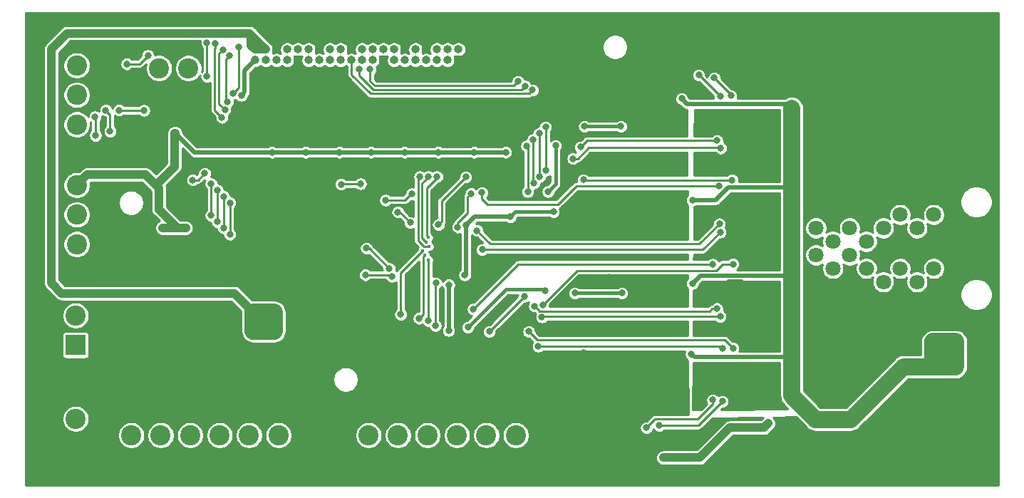
<source format=gbr>
G04 #@! TF.GenerationSoftware,KiCad,Pcbnew,(5.1.5-0-10_14)*
G04 #@! TF.CreationDate,2020-02-27T14:11:35-08:00*
G04 #@! TF.ProjectId,MotorDriverBoard_v2,4d6f746f-7244-4726-9976-6572426f6172,rev?*
G04 #@! TF.SameCoordinates,Original*
G04 #@! TF.FileFunction,Copper,L2,Bot*
G04 #@! TF.FilePolarity,Positive*
%FSLAX46Y46*%
G04 Gerber Fmt 4.6, Leading zero omitted, Abs format (unit mm)*
G04 Created by KiCad (PCBNEW (5.1.5-0-10_14)) date 2020-02-27 14:11:35*
%MOMM*%
%LPD*%
G04 APERTURE LIST*
%ADD10C,2.400000*%
%ADD11R,2.400000X2.400000*%
%ADD12C,1.800000*%
%ADD13C,0.500000*%
%ADD14C,0.100000*%
%ADD15O,1.000000X1.000000*%
%ADD16R,1.000000X1.000000*%
%ADD17C,1.000000*%
%ADD18C,0.800000*%
%ADD19C,0.400000*%
%ADD20C,1.000000*%
%ADD21C,0.500000*%
%ADD22C,0.450000*%
%ADD23C,0.250000*%
%ADD24C,2.000000*%
%ADD25C,0.254000*%
G04 APERTURE END LIST*
D10*
X73914000Y-77668000D03*
D11*
X73914000Y-74168000D03*
D12*
X169875000Y-61404000D03*
X171875000Y-53404000D03*
X175875000Y-53404000D03*
X173875000Y-61404000D03*
X173875000Y-55004000D03*
X169875000Y-55004000D03*
X165875000Y-55004000D03*
X173875000Y-58204000D03*
X169875000Y-58204000D03*
X165875000Y-58204000D03*
X175875000Y-56604000D03*
X171875000Y-56604000D03*
X167875000Y-56604000D03*
X175875000Y-59804000D03*
X171875000Y-59804000D03*
X167875000Y-59804000D03*
X163875000Y-56604000D03*
X161875000Y-55004000D03*
X161875000Y-58204000D03*
X163875000Y-59804000D03*
D13*
X153073000Y-72964000D03*
X152273000Y-72964000D03*
X151473000Y-72964000D03*
X153073000Y-72164000D03*
X152273000Y-72164000D03*
X151473000Y-72164000D03*
X153073000Y-71364000D03*
X152273000Y-71364000D03*
X151473000Y-71364000D03*
G04 #@! TA.AperFunction,Conductor*
D14*
G36*
X153097504Y-71115204D02*
G01*
X153121773Y-71118804D01*
X153145571Y-71124765D01*
X153168671Y-71133030D01*
X153190849Y-71143520D01*
X153211893Y-71156133D01*
X153231598Y-71170747D01*
X153249777Y-71187223D01*
X153266253Y-71205402D01*
X153280867Y-71225107D01*
X153293480Y-71246151D01*
X153303970Y-71268329D01*
X153312235Y-71291429D01*
X153318196Y-71315227D01*
X153321796Y-71339496D01*
X153323000Y-71364000D01*
X153323000Y-72964000D01*
X153321796Y-72988504D01*
X153318196Y-73012773D01*
X153312235Y-73036571D01*
X153303970Y-73059671D01*
X153293480Y-73081849D01*
X153280867Y-73102893D01*
X153266253Y-73122598D01*
X153249777Y-73140777D01*
X153231598Y-73157253D01*
X153211893Y-73171867D01*
X153190849Y-73184480D01*
X153168671Y-73194970D01*
X153145571Y-73203235D01*
X153121773Y-73209196D01*
X153097504Y-73212796D01*
X153073000Y-73214000D01*
X151473000Y-73214000D01*
X151448496Y-73212796D01*
X151424227Y-73209196D01*
X151400429Y-73203235D01*
X151377329Y-73194970D01*
X151355151Y-73184480D01*
X151334107Y-73171867D01*
X151314402Y-73157253D01*
X151296223Y-73140777D01*
X151279747Y-73122598D01*
X151265133Y-73102893D01*
X151252520Y-73081849D01*
X151242030Y-73059671D01*
X151233765Y-73036571D01*
X151227804Y-73012773D01*
X151224204Y-72988504D01*
X151223000Y-72964000D01*
X151223000Y-71364000D01*
X151224204Y-71339496D01*
X151227804Y-71315227D01*
X151233765Y-71291429D01*
X151242030Y-71268329D01*
X151252520Y-71246151D01*
X151265133Y-71225107D01*
X151279747Y-71205402D01*
X151296223Y-71187223D01*
X151314402Y-71170747D01*
X151334107Y-71156133D01*
X151355151Y-71143520D01*
X151377329Y-71133030D01*
X151400429Y-71124765D01*
X151424227Y-71118804D01*
X151448496Y-71115204D01*
X151473000Y-71114000D01*
X153073000Y-71114000D01*
X153097504Y-71115204D01*
G37*
G04 #@! TD.AperFunction*
D13*
X153073000Y-62964000D03*
X152273000Y-62964000D03*
X151473000Y-62964000D03*
X153073000Y-62164000D03*
X152273000Y-62164000D03*
X151473000Y-62164000D03*
X153073000Y-61364000D03*
X152273000Y-61364000D03*
X151473000Y-61364000D03*
G04 #@! TA.AperFunction,Conductor*
D14*
G36*
X153097504Y-61115204D02*
G01*
X153121773Y-61118804D01*
X153145571Y-61124765D01*
X153168671Y-61133030D01*
X153190849Y-61143520D01*
X153211893Y-61156133D01*
X153231598Y-61170747D01*
X153249777Y-61187223D01*
X153266253Y-61205402D01*
X153280867Y-61225107D01*
X153293480Y-61246151D01*
X153303970Y-61268329D01*
X153312235Y-61291429D01*
X153318196Y-61315227D01*
X153321796Y-61339496D01*
X153323000Y-61364000D01*
X153323000Y-62964000D01*
X153321796Y-62988504D01*
X153318196Y-63012773D01*
X153312235Y-63036571D01*
X153303970Y-63059671D01*
X153293480Y-63081849D01*
X153280867Y-63102893D01*
X153266253Y-63122598D01*
X153249777Y-63140777D01*
X153231598Y-63157253D01*
X153211893Y-63171867D01*
X153190849Y-63184480D01*
X153168671Y-63194970D01*
X153145571Y-63203235D01*
X153121773Y-63209196D01*
X153097504Y-63212796D01*
X153073000Y-63214000D01*
X151473000Y-63214000D01*
X151448496Y-63212796D01*
X151424227Y-63209196D01*
X151400429Y-63203235D01*
X151377329Y-63194970D01*
X151355151Y-63184480D01*
X151334107Y-63171867D01*
X151314402Y-63157253D01*
X151296223Y-63140777D01*
X151279747Y-63122598D01*
X151265133Y-63102893D01*
X151252520Y-63081849D01*
X151242030Y-63059671D01*
X151233765Y-63036571D01*
X151227804Y-63012773D01*
X151224204Y-62988504D01*
X151223000Y-62964000D01*
X151223000Y-61364000D01*
X151224204Y-61339496D01*
X151227804Y-61315227D01*
X151233765Y-61291429D01*
X151242030Y-61268329D01*
X151252520Y-61246151D01*
X151265133Y-61225107D01*
X151279747Y-61205402D01*
X151296223Y-61187223D01*
X151314402Y-61170747D01*
X151334107Y-61156133D01*
X151355151Y-61143520D01*
X151377329Y-61133030D01*
X151400429Y-61124765D01*
X151424227Y-61118804D01*
X151448496Y-61115204D01*
X151473000Y-61114000D01*
X153073000Y-61114000D01*
X153097504Y-61115204D01*
G37*
G04 #@! TD.AperFunction*
D13*
X153073000Y-52964000D03*
X152273000Y-52964000D03*
X151473000Y-52964000D03*
X153073000Y-52164000D03*
X152273000Y-52164000D03*
X151473000Y-52164000D03*
X153073000Y-51364000D03*
X152273000Y-51364000D03*
X151473000Y-51364000D03*
G04 #@! TA.AperFunction,Conductor*
D14*
G36*
X153097504Y-51115204D02*
G01*
X153121773Y-51118804D01*
X153145571Y-51124765D01*
X153168671Y-51133030D01*
X153190849Y-51143520D01*
X153211893Y-51156133D01*
X153231598Y-51170747D01*
X153249777Y-51187223D01*
X153266253Y-51205402D01*
X153280867Y-51225107D01*
X153293480Y-51246151D01*
X153303970Y-51268329D01*
X153312235Y-51291429D01*
X153318196Y-51315227D01*
X153321796Y-51339496D01*
X153323000Y-51364000D01*
X153323000Y-52964000D01*
X153321796Y-52988504D01*
X153318196Y-53012773D01*
X153312235Y-53036571D01*
X153303970Y-53059671D01*
X153293480Y-53081849D01*
X153280867Y-53102893D01*
X153266253Y-53122598D01*
X153249777Y-53140777D01*
X153231598Y-53157253D01*
X153211893Y-53171867D01*
X153190849Y-53184480D01*
X153168671Y-53194970D01*
X153145571Y-53203235D01*
X153121773Y-53209196D01*
X153097504Y-53212796D01*
X153073000Y-53214000D01*
X151473000Y-53214000D01*
X151448496Y-53212796D01*
X151424227Y-53209196D01*
X151400429Y-53203235D01*
X151377329Y-53194970D01*
X151355151Y-53184480D01*
X151334107Y-53171867D01*
X151314402Y-53157253D01*
X151296223Y-53140777D01*
X151279747Y-53122598D01*
X151265133Y-53102893D01*
X151252520Y-53081849D01*
X151242030Y-53059671D01*
X151233765Y-53036571D01*
X151227804Y-53012773D01*
X151224204Y-52988504D01*
X151223000Y-52964000D01*
X151223000Y-51364000D01*
X151224204Y-51339496D01*
X151227804Y-51315227D01*
X151233765Y-51291429D01*
X151242030Y-51268329D01*
X151252520Y-51246151D01*
X151265133Y-51225107D01*
X151279747Y-51205402D01*
X151296223Y-51187223D01*
X151314402Y-51170747D01*
X151334107Y-51156133D01*
X151355151Y-51143520D01*
X151377329Y-51133030D01*
X151400429Y-51124765D01*
X151424227Y-51118804D01*
X151448496Y-51115204D01*
X151473000Y-51114000D01*
X153073000Y-51114000D01*
X153097504Y-51115204D01*
G37*
G04 #@! TD.AperFunction*
D11*
X73914000Y-68905000D03*
D10*
X73914000Y-65405000D03*
G04 #@! TA.AperFunction,Conductor*
D14*
G36*
X153097504Y-41115204D02*
G01*
X153121773Y-41118804D01*
X153145571Y-41124765D01*
X153168671Y-41133030D01*
X153190849Y-41143520D01*
X153211893Y-41156133D01*
X153231598Y-41170747D01*
X153249777Y-41187223D01*
X153266253Y-41205402D01*
X153280867Y-41225107D01*
X153293480Y-41246151D01*
X153303970Y-41268329D01*
X153312235Y-41291429D01*
X153318196Y-41315227D01*
X153321796Y-41339496D01*
X153323000Y-41364000D01*
X153323000Y-42964000D01*
X153321796Y-42988504D01*
X153318196Y-43012773D01*
X153312235Y-43036571D01*
X153303970Y-43059671D01*
X153293480Y-43081849D01*
X153280867Y-43102893D01*
X153266253Y-43122598D01*
X153249777Y-43140777D01*
X153231598Y-43157253D01*
X153211893Y-43171867D01*
X153190849Y-43184480D01*
X153168671Y-43194970D01*
X153145571Y-43203235D01*
X153121773Y-43209196D01*
X153097504Y-43212796D01*
X153073000Y-43214000D01*
X151473000Y-43214000D01*
X151448496Y-43212796D01*
X151424227Y-43209196D01*
X151400429Y-43203235D01*
X151377329Y-43194970D01*
X151355151Y-43184480D01*
X151334107Y-43171867D01*
X151314402Y-43157253D01*
X151296223Y-43140777D01*
X151279747Y-43122598D01*
X151265133Y-43102893D01*
X151252520Y-43081849D01*
X151242030Y-43059671D01*
X151233765Y-43036571D01*
X151227804Y-43012773D01*
X151224204Y-42988504D01*
X151223000Y-42964000D01*
X151223000Y-41364000D01*
X151224204Y-41339496D01*
X151227804Y-41315227D01*
X151233765Y-41291429D01*
X151242030Y-41268329D01*
X151252520Y-41246151D01*
X151265133Y-41225107D01*
X151279747Y-41205402D01*
X151296223Y-41187223D01*
X151314402Y-41170747D01*
X151334107Y-41156133D01*
X151355151Y-41143520D01*
X151377329Y-41133030D01*
X151400429Y-41124765D01*
X151424227Y-41118804D01*
X151448496Y-41115204D01*
X151473000Y-41114000D01*
X153073000Y-41114000D01*
X153097504Y-41115204D01*
G37*
G04 #@! TD.AperFunction*
D13*
X151473000Y-41364000D03*
X152273000Y-41364000D03*
X153073000Y-41364000D03*
X151473000Y-42164000D03*
X152273000Y-42164000D03*
X153073000Y-42164000D03*
X151473000Y-42964000D03*
X152273000Y-42964000D03*
X153073000Y-42964000D03*
D11*
X133212000Y-79629000D03*
X129712000Y-79629000D03*
D10*
X126212000Y-79629000D03*
X122712000Y-79629000D03*
X119212000Y-79629000D03*
X115712000Y-79629000D03*
X112212000Y-79629000D03*
X108712000Y-79629000D03*
D11*
X105018000Y-79629000D03*
X101518000Y-79629000D03*
D10*
X98018000Y-79629000D03*
X94518000Y-79629000D03*
X91018000Y-79629000D03*
X87518000Y-79629000D03*
X84018000Y-79629000D03*
X80518000Y-79629000D03*
D11*
X74041000Y-60411000D03*
D10*
X74041000Y-56911000D03*
X74041000Y-53411000D03*
X74041000Y-49911000D03*
D15*
X119380000Y-33782000D03*
D16*
X119380000Y-35052000D03*
D15*
X118110000Y-33782000D03*
X118110000Y-35052000D03*
X116840000Y-33782000D03*
X116840000Y-35052000D03*
D16*
X115570000Y-33782000D03*
D15*
X115570000Y-35052000D03*
X114300000Y-33782000D03*
X114300000Y-35052000D03*
D16*
X113030000Y-33782000D03*
D15*
X113030000Y-35052000D03*
X111760000Y-33782000D03*
X111760000Y-35052000D03*
X110490000Y-33782000D03*
D16*
X110490000Y-35052000D03*
D15*
X109220000Y-33782000D03*
X109220000Y-35052000D03*
X107950000Y-33782000D03*
X107950000Y-35052000D03*
D16*
X106680000Y-33782000D03*
D15*
X106680000Y-35052000D03*
X105410000Y-33782000D03*
X105410000Y-35052000D03*
X104140000Y-33782000D03*
X104140000Y-35052000D03*
D16*
X102870000Y-33782000D03*
D15*
X102870000Y-35052000D03*
X101600000Y-33782000D03*
X101600000Y-35052000D03*
X100330000Y-33782000D03*
D16*
X100330000Y-35052000D03*
D15*
X99060000Y-33782000D03*
X99060000Y-35052000D03*
D16*
X97790000Y-33782000D03*
D15*
X97790000Y-35052000D03*
X96520000Y-33782000D03*
X96520000Y-35052000D03*
X95250000Y-33782000D03*
D17*
X95250000Y-35052000D03*
D10*
X83812500Y-36004500D03*
X87312500Y-36004500D03*
D11*
X74041000Y-46187000D03*
D10*
X74041000Y-42687000D03*
X74041000Y-39187000D03*
X74041000Y-35687000D03*
D18*
X80500000Y-39500000D03*
X139526660Y-40345732D03*
X133858000Y-51816000D03*
X112649000Y-57424000D03*
X117983000Y-57404000D03*
X123317000Y-58928000D03*
X127508000Y-56134000D03*
X144018000Y-61087000D03*
X114300000Y-61468000D03*
X116459000Y-53340000D03*
X132461000Y-49657000D03*
X162179000Y-63627000D03*
X161290000Y-63627000D03*
X161036000Y-60452000D03*
X161925000Y-60198000D03*
X160909000Y-53467000D03*
X160909000Y-50800000D03*
X161798000Y-50800000D03*
X160782000Y-43688000D03*
X161163000Y-73533000D03*
X162052000Y-73533000D03*
X126746000Y-51308000D03*
X161671000Y-53340000D03*
X161671000Y-43942000D03*
X160782000Y-40894000D03*
X161544000Y-40894000D03*
X138176000Y-55499000D03*
X137350500Y-60833000D03*
X134239000Y-69850000D03*
X139446000Y-55499000D03*
X94742000Y-42354500D03*
X98742500Y-42354500D03*
X102743000Y-42354500D03*
X106743500Y-42418000D03*
X110744000Y-42418000D03*
X114744500Y-42418000D03*
X118745000Y-42354500D03*
X122745500Y-42354500D03*
X101600000Y-40576500D03*
X109029500Y-50165000D03*
X109918500Y-49085500D03*
X109664500Y-41211500D03*
X159258000Y-78486000D03*
X164846000Y-82550000D03*
X164846000Y-80772000D03*
X164592000Y-75946000D03*
X164592000Y-74676000D03*
X153416000Y-84074000D03*
X89916000Y-59182000D03*
X89916000Y-60452000D03*
X90170000Y-67564000D03*
X90170000Y-68580000D03*
X100838000Y-53594000D03*
X100838000Y-54610000D03*
X79756000Y-61214000D03*
X92710000Y-75438000D03*
X89408000Y-75438000D03*
X96266000Y-75438000D03*
X84582000Y-75438000D03*
X124460000Y-75438000D03*
X120904000Y-75438000D03*
X117602000Y-75438000D03*
X113030000Y-75438000D03*
X80518000Y-43180000D03*
X80518000Y-44450000D03*
X81500000Y-54787800D03*
X79095600Y-54787800D03*
X138430000Y-67056000D03*
X161036000Y-69596000D03*
X161188400Y-68630800D03*
X138684000Y-48514000D03*
X81000000Y-33500000D03*
X87000000Y-55000000D03*
X84250000Y-55000000D03*
X85750000Y-43750000D03*
X117000013Y-45999987D03*
X121250000Y-46000000D03*
X125000000Y-46000000D03*
X113000000Y-45999996D03*
X109000000Y-46000000D03*
X105250000Y-45999996D03*
X101249988Y-46000000D03*
X97250000Y-46000000D03*
X149606000Y-80772000D03*
X156210000Y-78232000D03*
X143764000Y-82296000D03*
X120314844Y-54691156D03*
X125552000Y-53670000D03*
X120142000Y-60579000D03*
X93599000Y-39243000D03*
X118237000Y-67183004D03*
X120523000Y-66802000D03*
X129667000Y-62484000D03*
X133223000Y-62738000D03*
X138811000Y-62738000D03*
X138684000Y-42926000D03*
X134366000Y-42926000D03*
X130937000Y-45212000D03*
X130048000Y-50673000D03*
X130683000Y-53086000D03*
X118250000Y-61750000D03*
X111503514Y-60760106D03*
X108343780Y-60569630D03*
X95000000Y-65000000D03*
X97500000Y-65000000D03*
X95000000Y-67250000D03*
X97500000Y-67250000D03*
X72908571Y-31841429D03*
X80000000Y-35500000D03*
X82499998Y-34500000D03*
X82025635Y-41025635D03*
X79075469Y-41000000D03*
X117015128Y-54603314D03*
X120269000Y-48932000D03*
D19*
X115824000Y-56133998D03*
D18*
X116840000Y-48895000D03*
D19*
X115568971Y-56677117D03*
D18*
X115839987Y-48895000D03*
D19*
X115918212Y-57184011D03*
D18*
X114808000Y-48895002D03*
D19*
X115137795Y-57695609D03*
D18*
X112522000Y-65278000D03*
X107750000Y-49750000D03*
X105455865Y-49794135D03*
D19*
X115431604Y-58218763D03*
D18*
X114703791Y-65726468D03*
D19*
X115824000Y-58800992D03*
D18*
X115824000Y-66040000D03*
X116713000Y-61543010D03*
X116656059Y-66594708D03*
X129794000Y-48133000D03*
X129750000Y-43000000D03*
X127635000Y-50673000D03*
X108889258Y-36141989D03*
X126475010Y-37592000D03*
X127500000Y-45250000D03*
X128360010Y-49662192D03*
X107634236Y-36141989D03*
X127312649Y-38138246D03*
X128250000Y-44500000D03*
X129032000Y-48895000D03*
X128197713Y-38603742D03*
X129000000Y-43750000D03*
X89516783Y-32941430D03*
X90000000Y-53500000D03*
X90000000Y-49750000D03*
X89500000Y-37000000D03*
X90750000Y-54250000D03*
X90750000Y-50500000D03*
X91301704Y-41860959D03*
X90510476Y-33053669D03*
X91500000Y-51250000D03*
X91500000Y-55000000D03*
X92250000Y-52000000D03*
X92250000Y-55750000D03*
X93276830Y-33459850D03*
X92603360Y-38970383D03*
X87828588Y-49299627D03*
X89250000Y-48500000D03*
X91648990Y-40923187D03*
X91398397Y-33791368D03*
X92202000Y-34544000D03*
X91973814Y-39977400D03*
X150537037Y-45504000D03*
X132999500Y-46740977D03*
X150096782Y-44606125D03*
X133897897Y-45382945D03*
X150495000Y-39370000D03*
X147954994Y-36830000D03*
X151765000Y-39281490D03*
X149777489Y-37166511D03*
X150495000Y-55499000D03*
X122210507Y-57569456D03*
X150407128Y-54502866D03*
X121597847Y-55303847D03*
X113665000Y-54356000D03*
X112189748Y-53096515D03*
X150368000Y-50006490D03*
X122174000Y-50800000D03*
X151892000Y-49281490D03*
X134239000Y-49276000D03*
X150495000Y-65504000D03*
X129307439Y-65585012D03*
X150108982Y-64581507D03*
X128423039Y-64276423D03*
X127254000Y-63119000D03*
X123062994Y-67310000D03*
X121158000Y-64643000D03*
X149606000Y-59309000D03*
X152019000Y-59281490D03*
X129413000Y-64135000D03*
X143256000Y-78485998D03*
X150757348Y-75592472D03*
X141732000Y-78740000D03*
X149606000Y-75438000D03*
X150749000Y-69281490D03*
X128877520Y-69051010D03*
X127757347Y-67314653D03*
X152019000Y-69281490D03*
X113869987Y-50936209D03*
X119313039Y-54891434D03*
X110744000Y-51689004D03*
X120904000Y-50890011D03*
X111175076Y-59815568D03*
X108458000Y-57404000D03*
X78000000Y-43500000D03*
X77500000Y-41000000D03*
X178500000Y-71500000D03*
X178500000Y-68500000D03*
X175750000Y-68500000D03*
X145923000Y-39624000D03*
X147193000Y-51689000D03*
X147193000Y-61595000D03*
X147066000Y-69977000D03*
X177000000Y-69950000D03*
X175750000Y-71500000D03*
X76213500Y-41786500D03*
X76274990Y-43999986D03*
D20*
X85661500Y-47688500D02*
X85661500Y-43750000D01*
X83439000Y-49911000D02*
X85661500Y-47688500D01*
X85661500Y-43750000D02*
X85750000Y-43750000D01*
X86000000Y-55000000D02*
X84250000Y-55000000D01*
X87000000Y-55000000D02*
X86000000Y-55000000D01*
D21*
X117000013Y-45999987D02*
X121249987Y-45999987D01*
X121249987Y-45999987D02*
X121250000Y-46000000D01*
X121250000Y-46000000D02*
X125000000Y-46000000D01*
X117000013Y-45999987D02*
X113000009Y-45999987D01*
X113000009Y-45999987D02*
X113000000Y-45999996D01*
X109000004Y-45999996D02*
X109000000Y-46000000D01*
X113000000Y-45999996D02*
X109000004Y-45999996D01*
X109000000Y-46000000D02*
X105250004Y-46000000D01*
X105250004Y-46000000D02*
X105250000Y-45999996D01*
X101249992Y-45999996D02*
X101249988Y-46000000D01*
X105250000Y-45999996D02*
X101249992Y-45999996D01*
X101249988Y-46000000D02*
X97250000Y-46000000D01*
X88000000Y-46000000D02*
X97250000Y-46000000D01*
X85750000Y-43750000D02*
X88000000Y-46000000D01*
D20*
X155702000Y-78740000D02*
X155810001Y-78631999D01*
X151638000Y-78740000D02*
X155702000Y-78740000D01*
X155810001Y-78631999D02*
X156210000Y-78232000D01*
X149606000Y-80772000D02*
X151638000Y-78740000D01*
X148082000Y-82296000D02*
X143764000Y-82296000D01*
X149606000Y-80772000D02*
X148082000Y-82296000D01*
X82194400Y-48666400D02*
X83439000Y-49911000D01*
X75285600Y-48666400D02*
X82194400Y-48666400D01*
X74041000Y-49911000D02*
X75285600Y-48666400D01*
X83820000Y-52820000D02*
X86000000Y-55000000D01*
X83820000Y-50292000D02*
X83820000Y-52820000D01*
X83439000Y-49911000D02*
X83820000Y-50292000D01*
D21*
X121336000Y-53670000D02*
X125552000Y-53670000D01*
X120314844Y-54691156D02*
X121336000Y-53670000D01*
X120314844Y-60406156D02*
X120142000Y-60579000D01*
X120314844Y-54691156D02*
X120314844Y-60406156D01*
D22*
X129476999Y-62293999D02*
X129667000Y-62484000D01*
X125031001Y-62293999D02*
X129476999Y-62293999D01*
X120523000Y-66802000D02*
X125031001Y-62293999D01*
X133223000Y-62738000D02*
X138811000Y-62738000D01*
X138684000Y-42926000D02*
X134366000Y-42926000D01*
X130937000Y-49784000D02*
X130048000Y-50673000D01*
X130937000Y-45212000D02*
X130937000Y-49784000D01*
X126136000Y-53086000D02*
X125552000Y-53670000D01*
X130683000Y-53086000D02*
X126136000Y-53086000D01*
D21*
X118237000Y-61763000D02*
X118250000Y-61750000D01*
X118237000Y-67183004D02*
X118237000Y-61763000D01*
X93980000Y-36322000D02*
X95250000Y-35052000D01*
X93980000Y-38862000D02*
X93980000Y-36322000D01*
X93599000Y-39243000D02*
X93980000Y-38862000D01*
D23*
X108343780Y-60569630D02*
X111313038Y-60569630D01*
X111313038Y-60569630D02*
X111503514Y-60760106D01*
D20*
X95000000Y-65000000D02*
X92750000Y-62750000D01*
X92750000Y-62750000D02*
X72234999Y-62750000D01*
X72234999Y-62750000D02*
X71000000Y-61515001D01*
X71000000Y-61515001D02*
X71000000Y-33750000D01*
X71000000Y-33750000D02*
X72908571Y-31841429D01*
X72908571Y-31841429D02*
X94579429Y-31841429D01*
X95250000Y-33782000D02*
X94750001Y-33282001D01*
X94750001Y-33282001D02*
X94750001Y-32012001D01*
X94750001Y-32012001D02*
X94579429Y-31841429D01*
X96520000Y-33782000D02*
X95250000Y-33782000D01*
X94579429Y-31841429D02*
X96020001Y-33282001D01*
X96020001Y-33282001D02*
X96520000Y-33782000D01*
D24*
X95000000Y-67250000D02*
X97500000Y-67250000D01*
X97500000Y-65000000D02*
X95000000Y-65000000D01*
X97500000Y-67250000D02*
X97500000Y-65000000D01*
X95000000Y-67250000D02*
X95000000Y-65000000D01*
X96750000Y-67250000D02*
X96750000Y-66750000D01*
X96750000Y-66750000D02*
X95000000Y-65000000D01*
X97500000Y-67250000D02*
X96750000Y-67250000D01*
X95000000Y-67250000D02*
X95250000Y-67250000D01*
X95250000Y-67250000D02*
X97500000Y-65000000D01*
D23*
X81499998Y-35500000D02*
X82499998Y-34500000D01*
X80000000Y-35500000D02*
X81499998Y-35500000D01*
X79101104Y-41025635D02*
X79075469Y-41000000D01*
X82025635Y-41025635D02*
X79101104Y-41025635D01*
X117415127Y-54203315D02*
X117415127Y-51785873D01*
X117415127Y-51785873D02*
X119869001Y-49331999D01*
X119869001Y-49331999D02*
X120269000Y-48932000D01*
X117015128Y-54603314D02*
X117415127Y-54203315D01*
X115624001Y-50295106D02*
X116840000Y-49079107D01*
X116840000Y-49079107D02*
X116840000Y-48895000D01*
X115824000Y-56133998D02*
X115624001Y-55933999D01*
X115624001Y-55933999D02*
X115624001Y-50295106D01*
X115568971Y-56677117D02*
X115044998Y-56153144D01*
X115044998Y-49689989D02*
X115439988Y-49294999D01*
X115439988Y-49294999D02*
X115839987Y-48895000D01*
X115044998Y-56153144D02*
X115044998Y-49689989D01*
X115918212Y-57184011D02*
X115900105Y-57202118D01*
X115900105Y-57202118D02*
X115316970Y-57202118D01*
X114594987Y-56480135D02*
X114594987Y-49108015D01*
X115316970Y-57202118D02*
X114594987Y-56480135D01*
X114594987Y-49108015D02*
X114808000Y-48895002D01*
X112522000Y-64712315D02*
X112522000Y-65278000D01*
X112522000Y-60311404D02*
X112522000Y-64712315D01*
X115137795Y-57695609D02*
X112522000Y-60311404D01*
X107750000Y-49750000D02*
X105500000Y-49750000D01*
X105500000Y-49750000D02*
X105455865Y-49794135D01*
X115103790Y-65326469D02*
X114703791Y-65726468D01*
X115431604Y-58218763D02*
X115231605Y-58418762D01*
X115231605Y-58418762D02*
X115231605Y-65198654D01*
X115231605Y-65198654D02*
X115103790Y-65326469D01*
X115824000Y-58800992D02*
X115824000Y-66040000D01*
X116713000Y-61612010D02*
X116730010Y-61595000D01*
X116713000Y-61612010D02*
X116713000Y-61543010D01*
X116713000Y-61612010D02*
X116656059Y-61668951D01*
X116656059Y-61668951D02*
X116656059Y-66029023D01*
X116656059Y-66029023D02*
X116656059Y-66594708D01*
X129794000Y-48133000D02*
X129794000Y-43044000D01*
X129794000Y-43044000D02*
X129750000Y-43000000D01*
X127635000Y-45385000D02*
X127500000Y-45250000D01*
X127635000Y-50673000D02*
X127635000Y-45385000D01*
X125967010Y-38100000D02*
X126475010Y-37592000D01*
X109474000Y-38100000D02*
X125967010Y-38100000D01*
X108889258Y-37515258D02*
X109474000Y-38100000D01*
X108889258Y-36141989D02*
X108889258Y-37515258D01*
X128250000Y-49552182D02*
X128250000Y-44500000D01*
X128360010Y-49662192D02*
X128250000Y-49552182D01*
X107634236Y-36141989D02*
X107634236Y-36896647D01*
X107634236Y-36896647D02*
X109287600Y-38550011D01*
X109287600Y-38550011D02*
X126900884Y-38550011D01*
X126912650Y-38538245D02*
X127312649Y-38138246D01*
X126900884Y-38550011D02*
X126912650Y-38538245D01*
X106680000Y-36760004D02*
X108923737Y-39003741D01*
X106680000Y-35052000D02*
X106680000Y-36760004D01*
X108923737Y-39003741D02*
X127797714Y-39003741D01*
X127797714Y-39003741D02*
X128197713Y-38603742D01*
X129032000Y-48895000D02*
X129032000Y-43782000D01*
X129032000Y-43782000D02*
X129000000Y-43750000D01*
X90000000Y-53500000D02*
X90000000Y-49750000D01*
X89516783Y-36983217D02*
X89500000Y-37000000D01*
X89516783Y-32941430D02*
X89516783Y-36983217D01*
X90750000Y-54250000D02*
X90750000Y-50500000D01*
X91301704Y-41860959D02*
X90434072Y-40993327D01*
X90434072Y-40993327D02*
X90434072Y-33695758D01*
X90434072Y-33695758D02*
X90510476Y-33619354D01*
X90510476Y-33619354D02*
X90510476Y-33053669D01*
X91500000Y-51250000D02*
X91500000Y-55000000D01*
X92250000Y-52000000D02*
X92250000Y-55750000D01*
X93276830Y-38296913D02*
X92603360Y-38970383D01*
X93276830Y-33459850D02*
X93276830Y-38296913D01*
X88450373Y-49299627D02*
X89250000Y-48500000D01*
X87828588Y-49299627D02*
X88450373Y-49299627D01*
X90998398Y-34191367D02*
X91398397Y-33791368D01*
X90948567Y-34241198D02*
X90998398Y-34191367D01*
X90948567Y-40222764D02*
X90948567Y-34241198D01*
X91648990Y-40923187D02*
X90948567Y-40222764D01*
X91802001Y-34943999D02*
X91802001Y-39805587D01*
X91802001Y-39805587D02*
X91973814Y-39977400D01*
X92202000Y-34544000D02*
X91802001Y-34943999D01*
X133565185Y-46740977D02*
X132999500Y-46740977D01*
X150499037Y-45466000D02*
X134840162Y-45466000D01*
X150537037Y-45504000D02*
X150499037Y-45466000D01*
X134840162Y-45466000D02*
X133565185Y-46740977D01*
X150096782Y-44606125D02*
X134674717Y-44606125D01*
X134297896Y-44982946D02*
X133897897Y-45382945D01*
X134674717Y-44606125D02*
X134297896Y-44982946D01*
X147955000Y-36830000D02*
X147954994Y-36830000D01*
X150495000Y-39370000D02*
X147955000Y-36830000D01*
X151638000Y-39116000D02*
X151638000Y-39027022D01*
X151638000Y-39027022D02*
X150177488Y-37566510D01*
X150177488Y-37566510D02*
X149777489Y-37166511D01*
X150495000Y-55499000D02*
X148424544Y-57569456D01*
X148424544Y-57569456D02*
X122776192Y-57569456D01*
X122776192Y-57569456D02*
X122210507Y-57569456D01*
X123190000Y-56896000D02*
X148013994Y-56896000D01*
X148013994Y-56896000D02*
X150407128Y-54502866D01*
X121597847Y-55303847D02*
X123190000Y-56896000D01*
X113665000Y-54356000D02*
X112405515Y-53096515D01*
X112405515Y-53096515D02*
X112189748Y-53096515D01*
X122809000Y-52197000D02*
X122174000Y-51562000D01*
X131191000Y-52197000D02*
X122809000Y-52197000D01*
X133381510Y-50006490D02*
X131191000Y-52197000D01*
X122174000Y-51562000D02*
X122174000Y-50800000D01*
X150368000Y-50006490D02*
X133381510Y-50006490D01*
X151892000Y-49281490D02*
X134244490Y-49281490D01*
X134244490Y-49281490D02*
X134239000Y-49276000D01*
X129388451Y-65504000D02*
X129307439Y-65585012D01*
X150495000Y-65504000D02*
X129388451Y-65504000D01*
X129006618Y-64860002D02*
X128823038Y-64676422D01*
X150108982Y-64581507D02*
X149543297Y-64581507D01*
X149543297Y-64581507D02*
X149264802Y-64860002D01*
X149264802Y-64860002D02*
X129006618Y-64860002D01*
X128823038Y-64676422D02*
X128423039Y-64276423D01*
X127254000Y-63119000D02*
X123063000Y-67310000D01*
X123063000Y-67310000D02*
X123062994Y-67310000D01*
X149040315Y-59309000D02*
X149606000Y-59309000D01*
X121158000Y-64643000D02*
X126492000Y-59309000D01*
X126492000Y-59309000D02*
X149040315Y-59309000D01*
X133477000Y-60071000D02*
X129413000Y-64135000D01*
X149987000Y-60071000D02*
X133477000Y-60071000D01*
X150776510Y-59281490D02*
X149987000Y-60071000D01*
X152019000Y-59281490D02*
X150776510Y-59281490D01*
X150357349Y-75992471D02*
X150757348Y-75592472D01*
X147863822Y-78485998D02*
X150357349Y-75992471D01*
X143256000Y-78485998D02*
X147863822Y-78485998D01*
X149606000Y-75946000D02*
X149606000Y-75438000D01*
X147828000Y-77724000D02*
X149606000Y-75946000D01*
X142748000Y-77724000D02*
X147828000Y-77724000D01*
X141732000Y-78740000D02*
X142748000Y-77724000D01*
X129443205Y-69051010D02*
X128877520Y-69051010D01*
X150518520Y-69051010D02*
X129443205Y-69051010D01*
X150749000Y-69281490D02*
X150518520Y-69051010D01*
X128768694Y-68326000D02*
X151063510Y-68326000D01*
X127757347Y-67314653D02*
X128768694Y-68326000D01*
X151063510Y-68326000D02*
X152019000Y-69281490D01*
X113919000Y-50800000D02*
X113029996Y-51689004D01*
X111309685Y-51689004D02*
X110744000Y-51689004D01*
X113029996Y-51689004D02*
X111309685Y-51689004D01*
X120504001Y-51290010D02*
X120904000Y-50890011D01*
X120504001Y-53231999D02*
X120504001Y-51290010D01*
X119313039Y-54422961D02*
X120504001Y-53231999D01*
X119313039Y-54891434D02*
X119313039Y-54422961D01*
X108763508Y-57404000D02*
X108458000Y-57404000D01*
X111175076Y-59815568D02*
X108763508Y-57404000D01*
X78000000Y-41500000D02*
X77500000Y-41000000D01*
X78000000Y-43500000D02*
X78000000Y-41500000D01*
D21*
X149926490Y-51689000D02*
X147193000Y-51689000D01*
X159004002Y-49910998D02*
X158783509Y-50131491D01*
D24*
X159004002Y-40767002D02*
X159004002Y-49910998D01*
D21*
X151483999Y-50131491D02*
X149926490Y-51689000D01*
X158783509Y-50131491D02*
X151483999Y-50131491D01*
X148124001Y-60663999D02*
X147193000Y-61595000D01*
X158707999Y-60663999D02*
X148124001Y-60663999D01*
X159004002Y-60960002D02*
X158707999Y-60663999D01*
D24*
X159004002Y-49910998D02*
X159004002Y-60960002D01*
X159004002Y-60960002D02*
X159004002Y-70357998D01*
D21*
X147446998Y-70357998D02*
X147066000Y-69977000D01*
X159004002Y-70357998D02*
X147446998Y-70357998D01*
X146322999Y-40023999D02*
X145923000Y-39624000D01*
X146576999Y-40277999D02*
X146322999Y-40023999D01*
X158496000Y-40259000D02*
X158477001Y-40277999D01*
X158477001Y-40277999D02*
X146576999Y-40277999D01*
X159004002Y-40767002D02*
X158496000Y-40259000D01*
D24*
X177000000Y-70250000D02*
X177000000Y-69950000D01*
X175750000Y-71500000D02*
X177000000Y-70250000D01*
X175750000Y-71500000D02*
X175750000Y-68500000D01*
X175750000Y-68500000D02*
X178500000Y-68500000D01*
X178500000Y-68500000D02*
X178500000Y-71500000D01*
X178500000Y-71500000D02*
X175750000Y-71500000D01*
X161824000Y-77750000D02*
X166000000Y-77750000D01*
X166000000Y-77750000D02*
X172250000Y-71500000D01*
X159004002Y-74930002D02*
X161824000Y-77750000D01*
X172250000Y-71500000D02*
X175750000Y-71500000D01*
X159004002Y-70357998D02*
X159004002Y-74930002D01*
D23*
X76274990Y-41847990D02*
X76213500Y-41786500D01*
X76274990Y-43999986D02*
X76274990Y-41847990D01*
D25*
G36*
X183548001Y-85548000D02*
G01*
X67952000Y-85548000D01*
X67952000Y-79468755D01*
X78891000Y-79468755D01*
X78891000Y-79789245D01*
X78953525Y-80103578D01*
X79076172Y-80399673D01*
X79254227Y-80666152D01*
X79480848Y-80892773D01*
X79747327Y-81070828D01*
X80043422Y-81193475D01*
X80357755Y-81256000D01*
X80678245Y-81256000D01*
X80992578Y-81193475D01*
X81288673Y-81070828D01*
X81555152Y-80892773D01*
X81781773Y-80666152D01*
X81959828Y-80399673D01*
X82082475Y-80103578D01*
X82145000Y-79789245D01*
X82145000Y-79468755D01*
X82391000Y-79468755D01*
X82391000Y-79789245D01*
X82453525Y-80103578D01*
X82576172Y-80399673D01*
X82754227Y-80666152D01*
X82980848Y-80892773D01*
X83247327Y-81070828D01*
X83543422Y-81193475D01*
X83857755Y-81256000D01*
X84178245Y-81256000D01*
X84492578Y-81193475D01*
X84788673Y-81070828D01*
X85055152Y-80892773D01*
X85281773Y-80666152D01*
X85459828Y-80399673D01*
X85582475Y-80103578D01*
X85645000Y-79789245D01*
X85645000Y-79468755D01*
X85891000Y-79468755D01*
X85891000Y-79789245D01*
X85953525Y-80103578D01*
X86076172Y-80399673D01*
X86254227Y-80666152D01*
X86480848Y-80892773D01*
X86747327Y-81070828D01*
X87043422Y-81193475D01*
X87357755Y-81256000D01*
X87678245Y-81256000D01*
X87992578Y-81193475D01*
X88288673Y-81070828D01*
X88555152Y-80892773D01*
X88781773Y-80666152D01*
X88959828Y-80399673D01*
X89082475Y-80103578D01*
X89145000Y-79789245D01*
X89145000Y-79468755D01*
X89391000Y-79468755D01*
X89391000Y-79789245D01*
X89453525Y-80103578D01*
X89576172Y-80399673D01*
X89754227Y-80666152D01*
X89980848Y-80892773D01*
X90247327Y-81070828D01*
X90543422Y-81193475D01*
X90857755Y-81256000D01*
X91178245Y-81256000D01*
X91492578Y-81193475D01*
X91788673Y-81070828D01*
X92055152Y-80892773D01*
X92281773Y-80666152D01*
X92459828Y-80399673D01*
X92582475Y-80103578D01*
X92645000Y-79789245D01*
X92645000Y-79468755D01*
X92891000Y-79468755D01*
X92891000Y-79789245D01*
X92953525Y-80103578D01*
X93076172Y-80399673D01*
X93254227Y-80666152D01*
X93480848Y-80892773D01*
X93747327Y-81070828D01*
X94043422Y-81193475D01*
X94357755Y-81256000D01*
X94678245Y-81256000D01*
X94992578Y-81193475D01*
X95288673Y-81070828D01*
X95555152Y-80892773D01*
X95781773Y-80666152D01*
X95959828Y-80399673D01*
X96082475Y-80103578D01*
X96145000Y-79789245D01*
X96145000Y-79468755D01*
X96391000Y-79468755D01*
X96391000Y-79789245D01*
X96453525Y-80103578D01*
X96576172Y-80399673D01*
X96754227Y-80666152D01*
X96980848Y-80892773D01*
X97247327Y-81070828D01*
X97543422Y-81193475D01*
X97857755Y-81256000D01*
X98178245Y-81256000D01*
X98492578Y-81193475D01*
X98788673Y-81070828D01*
X99055152Y-80892773D01*
X99281773Y-80666152D01*
X99459828Y-80399673D01*
X99582475Y-80103578D01*
X99645000Y-79789245D01*
X99645000Y-79468755D01*
X107085000Y-79468755D01*
X107085000Y-79789245D01*
X107147525Y-80103578D01*
X107270172Y-80399673D01*
X107448227Y-80666152D01*
X107674848Y-80892773D01*
X107941327Y-81070828D01*
X108237422Y-81193475D01*
X108551755Y-81256000D01*
X108872245Y-81256000D01*
X109186578Y-81193475D01*
X109482673Y-81070828D01*
X109749152Y-80892773D01*
X109975773Y-80666152D01*
X110153828Y-80399673D01*
X110276475Y-80103578D01*
X110339000Y-79789245D01*
X110339000Y-79468755D01*
X110585000Y-79468755D01*
X110585000Y-79789245D01*
X110647525Y-80103578D01*
X110770172Y-80399673D01*
X110948227Y-80666152D01*
X111174848Y-80892773D01*
X111441327Y-81070828D01*
X111737422Y-81193475D01*
X112051755Y-81256000D01*
X112372245Y-81256000D01*
X112686578Y-81193475D01*
X112982673Y-81070828D01*
X113249152Y-80892773D01*
X113475773Y-80666152D01*
X113653828Y-80399673D01*
X113776475Y-80103578D01*
X113839000Y-79789245D01*
X113839000Y-79468755D01*
X114085000Y-79468755D01*
X114085000Y-79789245D01*
X114147525Y-80103578D01*
X114270172Y-80399673D01*
X114448227Y-80666152D01*
X114674848Y-80892773D01*
X114941327Y-81070828D01*
X115237422Y-81193475D01*
X115551755Y-81256000D01*
X115872245Y-81256000D01*
X116186578Y-81193475D01*
X116482673Y-81070828D01*
X116749152Y-80892773D01*
X116975773Y-80666152D01*
X117153828Y-80399673D01*
X117276475Y-80103578D01*
X117339000Y-79789245D01*
X117339000Y-79468755D01*
X117585000Y-79468755D01*
X117585000Y-79789245D01*
X117647525Y-80103578D01*
X117770172Y-80399673D01*
X117948227Y-80666152D01*
X118174848Y-80892773D01*
X118441327Y-81070828D01*
X118737422Y-81193475D01*
X119051755Y-81256000D01*
X119372245Y-81256000D01*
X119686578Y-81193475D01*
X119982673Y-81070828D01*
X120249152Y-80892773D01*
X120475773Y-80666152D01*
X120653828Y-80399673D01*
X120776475Y-80103578D01*
X120839000Y-79789245D01*
X120839000Y-79468755D01*
X121085000Y-79468755D01*
X121085000Y-79789245D01*
X121147525Y-80103578D01*
X121270172Y-80399673D01*
X121448227Y-80666152D01*
X121674848Y-80892773D01*
X121941327Y-81070828D01*
X122237422Y-81193475D01*
X122551755Y-81256000D01*
X122872245Y-81256000D01*
X123186578Y-81193475D01*
X123482673Y-81070828D01*
X123749152Y-80892773D01*
X123975773Y-80666152D01*
X124153828Y-80399673D01*
X124276475Y-80103578D01*
X124339000Y-79789245D01*
X124339000Y-79468755D01*
X124585000Y-79468755D01*
X124585000Y-79789245D01*
X124647525Y-80103578D01*
X124770172Y-80399673D01*
X124948227Y-80666152D01*
X125174848Y-80892773D01*
X125441327Y-81070828D01*
X125737422Y-81193475D01*
X126051755Y-81256000D01*
X126372245Y-81256000D01*
X126686578Y-81193475D01*
X126982673Y-81070828D01*
X127249152Y-80892773D01*
X127475773Y-80666152D01*
X127653828Y-80399673D01*
X127776475Y-80103578D01*
X127839000Y-79789245D01*
X127839000Y-79468755D01*
X127776475Y-79154422D01*
X127653828Y-78858327D01*
X127475773Y-78591848D01*
X127249152Y-78365227D01*
X126982673Y-78187172D01*
X126686578Y-78064525D01*
X126372245Y-78002000D01*
X126051755Y-78002000D01*
X125737422Y-78064525D01*
X125441327Y-78187172D01*
X125174848Y-78365227D01*
X124948227Y-78591848D01*
X124770172Y-78858327D01*
X124647525Y-79154422D01*
X124585000Y-79468755D01*
X124339000Y-79468755D01*
X124276475Y-79154422D01*
X124153828Y-78858327D01*
X123975773Y-78591848D01*
X123749152Y-78365227D01*
X123482673Y-78187172D01*
X123186578Y-78064525D01*
X122872245Y-78002000D01*
X122551755Y-78002000D01*
X122237422Y-78064525D01*
X121941327Y-78187172D01*
X121674848Y-78365227D01*
X121448227Y-78591848D01*
X121270172Y-78858327D01*
X121147525Y-79154422D01*
X121085000Y-79468755D01*
X120839000Y-79468755D01*
X120776475Y-79154422D01*
X120653828Y-78858327D01*
X120475773Y-78591848D01*
X120249152Y-78365227D01*
X119982673Y-78187172D01*
X119686578Y-78064525D01*
X119372245Y-78002000D01*
X119051755Y-78002000D01*
X118737422Y-78064525D01*
X118441327Y-78187172D01*
X118174848Y-78365227D01*
X117948227Y-78591848D01*
X117770172Y-78858327D01*
X117647525Y-79154422D01*
X117585000Y-79468755D01*
X117339000Y-79468755D01*
X117276475Y-79154422D01*
X117153828Y-78858327D01*
X116975773Y-78591848D01*
X116749152Y-78365227D01*
X116482673Y-78187172D01*
X116186578Y-78064525D01*
X115872245Y-78002000D01*
X115551755Y-78002000D01*
X115237422Y-78064525D01*
X114941327Y-78187172D01*
X114674848Y-78365227D01*
X114448227Y-78591848D01*
X114270172Y-78858327D01*
X114147525Y-79154422D01*
X114085000Y-79468755D01*
X113839000Y-79468755D01*
X113776475Y-79154422D01*
X113653828Y-78858327D01*
X113475773Y-78591848D01*
X113249152Y-78365227D01*
X112982673Y-78187172D01*
X112686578Y-78064525D01*
X112372245Y-78002000D01*
X112051755Y-78002000D01*
X111737422Y-78064525D01*
X111441327Y-78187172D01*
X111174848Y-78365227D01*
X110948227Y-78591848D01*
X110770172Y-78858327D01*
X110647525Y-79154422D01*
X110585000Y-79468755D01*
X110339000Y-79468755D01*
X110276475Y-79154422D01*
X110153828Y-78858327D01*
X109975773Y-78591848D01*
X109749152Y-78365227D01*
X109482673Y-78187172D01*
X109186578Y-78064525D01*
X108872245Y-78002000D01*
X108551755Y-78002000D01*
X108237422Y-78064525D01*
X107941327Y-78187172D01*
X107674848Y-78365227D01*
X107448227Y-78591848D01*
X107270172Y-78858327D01*
X107147525Y-79154422D01*
X107085000Y-79468755D01*
X99645000Y-79468755D01*
X99582475Y-79154422D01*
X99459828Y-78858327D01*
X99281773Y-78591848D01*
X99055152Y-78365227D01*
X98788673Y-78187172D01*
X98492578Y-78064525D01*
X98178245Y-78002000D01*
X97857755Y-78002000D01*
X97543422Y-78064525D01*
X97247327Y-78187172D01*
X96980848Y-78365227D01*
X96754227Y-78591848D01*
X96576172Y-78858327D01*
X96453525Y-79154422D01*
X96391000Y-79468755D01*
X96145000Y-79468755D01*
X96082475Y-79154422D01*
X95959828Y-78858327D01*
X95781773Y-78591848D01*
X95555152Y-78365227D01*
X95288673Y-78187172D01*
X94992578Y-78064525D01*
X94678245Y-78002000D01*
X94357755Y-78002000D01*
X94043422Y-78064525D01*
X93747327Y-78187172D01*
X93480848Y-78365227D01*
X93254227Y-78591848D01*
X93076172Y-78858327D01*
X92953525Y-79154422D01*
X92891000Y-79468755D01*
X92645000Y-79468755D01*
X92582475Y-79154422D01*
X92459828Y-78858327D01*
X92281773Y-78591848D01*
X92055152Y-78365227D01*
X91788673Y-78187172D01*
X91492578Y-78064525D01*
X91178245Y-78002000D01*
X90857755Y-78002000D01*
X90543422Y-78064525D01*
X90247327Y-78187172D01*
X89980848Y-78365227D01*
X89754227Y-78591848D01*
X89576172Y-78858327D01*
X89453525Y-79154422D01*
X89391000Y-79468755D01*
X89145000Y-79468755D01*
X89082475Y-79154422D01*
X88959828Y-78858327D01*
X88781773Y-78591848D01*
X88555152Y-78365227D01*
X88288673Y-78187172D01*
X87992578Y-78064525D01*
X87678245Y-78002000D01*
X87357755Y-78002000D01*
X87043422Y-78064525D01*
X86747327Y-78187172D01*
X86480848Y-78365227D01*
X86254227Y-78591848D01*
X86076172Y-78858327D01*
X85953525Y-79154422D01*
X85891000Y-79468755D01*
X85645000Y-79468755D01*
X85582475Y-79154422D01*
X85459828Y-78858327D01*
X85281773Y-78591848D01*
X85055152Y-78365227D01*
X84788673Y-78187172D01*
X84492578Y-78064525D01*
X84178245Y-78002000D01*
X83857755Y-78002000D01*
X83543422Y-78064525D01*
X83247327Y-78187172D01*
X82980848Y-78365227D01*
X82754227Y-78591848D01*
X82576172Y-78858327D01*
X82453525Y-79154422D01*
X82391000Y-79468755D01*
X82145000Y-79468755D01*
X82082475Y-79154422D01*
X81959828Y-78858327D01*
X81781773Y-78591848D01*
X81555152Y-78365227D01*
X81288673Y-78187172D01*
X80992578Y-78064525D01*
X80678245Y-78002000D01*
X80357755Y-78002000D01*
X80043422Y-78064525D01*
X79747327Y-78187172D01*
X79480848Y-78365227D01*
X79254227Y-78591848D01*
X79076172Y-78858327D01*
X78953525Y-79154422D01*
X78891000Y-79468755D01*
X67952000Y-79468755D01*
X67952000Y-77507755D01*
X72287000Y-77507755D01*
X72287000Y-77828245D01*
X72349525Y-78142578D01*
X72472172Y-78438673D01*
X72650227Y-78705152D01*
X72876848Y-78931773D01*
X73143327Y-79109828D01*
X73439422Y-79232475D01*
X73753755Y-79295000D01*
X74074245Y-79295000D01*
X74388578Y-79232475D01*
X74684673Y-79109828D01*
X74951152Y-78931773D01*
X75177773Y-78705152D01*
X75355828Y-78438673D01*
X75478475Y-78142578D01*
X75541000Y-77828245D01*
X75541000Y-77507755D01*
X75478475Y-77193422D01*
X75355828Y-76897327D01*
X75177773Y-76630848D01*
X74951152Y-76404227D01*
X74684673Y-76226172D01*
X74388578Y-76103525D01*
X74074245Y-76041000D01*
X73753755Y-76041000D01*
X73439422Y-76103525D01*
X73143327Y-76226172D01*
X72876848Y-76404227D01*
X72650227Y-76630848D01*
X72472172Y-76897327D01*
X72349525Y-77193422D01*
X72287000Y-77507755D01*
X67952000Y-77507755D01*
X67952000Y-72849604D01*
X104473000Y-72849604D01*
X104473000Y-73150396D01*
X104531681Y-73445410D01*
X104646790Y-73723306D01*
X104813901Y-73973406D01*
X105026594Y-74186099D01*
X105276694Y-74353210D01*
X105554590Y-74468319D01*
X105849604Y-74527000D01*
X106150396Y-74527000D01*
X106445410Y-74468319D01*
X106723306Y-74353210D01*
X106973406Y-74186099D01*
X107186099Y-73973406D01*
X107353210Y-73723306D01*
X107468319Y-73445410D01*
X107527000Y-73150396D01*
X107527000Y-72849604D01*
X107468319Y-72554590D01*
X107353210Y-72276694D01*
X107186099Y-72026594D01*
X106973406Y-71813901D01*
X106723306Y-71646790D01*
X106445410Y-71531681D01*
X106150396Y-71473000D01*
X105849604Y-71473000D01*
X105554590Y-71531681D01*
X105276694Y-71646790D01*
X105026594Y-71813901D01*
X104813901Y-72026594D01*
X104646790Y-72276694D01*
X104531681Y-72554590D01*
X104473000Y-72849604D01*
X67952000Y-72849604D01*
X67952000Y-67705000D01*
X72284934Y-67705000D01*
X72284934Y-70105000D01*
X72293178Y-70188707D01*
X72317595Y-70269196D01*
X72357245Y-70343376D01*
X72410605Y-70408395D01*
X72475624Y-70461755D01*
X72549804Y-70501405D01*
X72630293Y-70525822D01*
X72714000Y-70534066D01*
X75114000Y-70534066D01*
X75197707Y-70525822D01*
X75278196Y-70501405D01*
X75352376Y-70461755D01*
X75417395Y-70408395D01*
X75470755Y-70343376D01*
X75510405Y-70269196D01*
X75534822Y-70188707D01*
X75543066Y-70105000D01*
X75543066Y-67705000D01*
X75534822Y-67621293D01*
X75510405Y-67540804D01*
X75470755Y-67466624D01*
X75417395Y-67401605D01*
X75352376Y-67348245D01*
X75278196Y-67308595D01*
X75197707Y-67284178D01*
X75114000Y-67275934D01*
X72714000Y-67275934D01*
X72630293Y-67284178D01*
X72549804Y-67308595D01*
X72475624Y-67348245D01*
X72410605Y-67401605D01*
X72357245Y-67466624D01*
X72317595Y-67540804D01*
X72293178Y-67621293D01*
X72284934Y-67705000D01*
X67952000Y-67705000D01*
X67952000Y-65244755D01*
X72287000Y-65244755D01*
X72287000Y-65565245D01*
X72349525Y-65879578D01*
X72472172Y-66175673D01*
X72650227Y-66442152D01*
X72876848Y-66668773D01*
X73143327Y-66846828D01*
X73439422Y-66969475D01*
X73753755Y-67032000D01*
X74074245Y-67032000D01*
X74388578Y-66969475D01*
X74684673Y-66846828D01*
X74951152Y-66668773D01*
X75177773Y-66442152D01*
X75355828Y-66175673D01*
X75478475Y-65879578D01*
X75541000Y-65565245D01*
X75541000Y-65244755D01*
X75478475Y-64930422D01*
X75355828Y-64634327D01*
X75177773Y-64367848D01*
X74951152Y-64141227D01*
X74684673Y-63963172D01*
X74388578Y-63840525D01*
X74074245Y-63778000D01*
X73753755Y-63778000D01*
X73439422Y-63840525D01*
X73143327Y-63963172D01*
X72876848Y-64141227D01*
X72650227Y-64367848D01*
X72472172Y-64634327D01*
X72349525Y-64930422D01*
X72287000Y-65244755D01*
X67952000Y-65244755D01*
X67952000Y-33750000D01*
X70068516Y-33750000D01*
X70073001Y-33795537D01*
X70073000Y-61469474D01*
X70068516Y-61515001D01*
X70073000Y-61560528D01*
X70073000Y-61560538D01*
X70086413Y-61696724D01*
X70139420Y-61871464D01*
X70225499Y-62032506D01*
X70300962Y-62124458D01*
X70341341Y-62173660D01*
X70376713Y-62202689D01*
X71547311Y-63373287D01*
X71576340Y-63408659D01*
X71611711Y-63437687D01*
X71717493Y-63524501D01*
X71795312Y-63566096D01*
X71878535Y-63610580D01*
X72053275Y-63663587D01*
X72189461Y-63677000D01*
X72189473Y-63677000D01*
X72234998Y-63681484D01*
X72280523Y-63677000D01*
X92366025Y-63677000D01*
X93577118Y-64888093D01*
X93566096Y-65000000D01*
X93573001Y-65070107D01*
X93573000Y-67179902D01*
X93566096Y-67250000D01*
X93593648Y-67529741D01*
X93675245Y-67798731D01*
X93807752Y-68046634D01*
X93986077Y-68263923D01*
X94162412Y-68408638D01*
X94203366Y-68442248D01*
X94451269Y-68574755D01*
X94720259Y-68656352D01*
X95000000Y-68683904D01*
X95070097Y-68677000D01*
X95179912Y-68677000D01*
X95250000Y-68683903D01*
X95320088Y-68677000D01*
X96679902Y-68677000D01*
X96750000Y-68683904D01*
X96820097Y-68677000D01*
X97429902Y-68677000D01*
X97500000Y-68683904D01*
X97570097Y-68677000D01*
X97570098Y-68677000D01*
X97779741Y-68656352D01*
X98048731Y-68574755D01*
X98296634Y-68442248D01*
X98513923Y-68263923D01*
X98692248Y-68046634D01*
X98824755Y-67798731D01*
X98906352Y-67529741D01*
X98933904Y-67250000D01*
X98927000Y-67179902D01*
X98927000Y-65070098D01*
X98933904Y-65000000D01*
X98924003Y-64899468D01*
X98906352Y-64720259D01*
X98824755Y-64451269D01*
X98692248Y-64203366D01*
X98513923Y-63986077D01*
X98296634Y-63807752D01*
X98048731Y-63675245D01*
X97779741Y-63593648D01*
X97500000Y-63566096D01*
X97429902Y-63573000D01*
X95070098Y-63573000D01*
X95000000Y-63566096D01*
X94929903Y-63573000D01*
X94929902Y-63573000D01*
X94888093Y-63577118D01*
X93437687Y-62126712D01*
X93408659Y-62091341D01*
X93267505Y-61975499D01*
X93106464Y-61889420D01*
X92931724Y-61836413D01*
X92795538Y-61823000D01*
X92795527Y-61823000D01*
X92750000Y-61818516D01*
X92704473Y-61823000D01*
X72618974Y-61823000D01*
X71927000Y-61131026D01*
X71927000Y-60488178D01*
X107516780Y-60488178D01*
X107516780Y-60651082D01*
X107548562Y-60810857D01*
X107610903Y-60961361D01*
X107701408Y-61096811D01*
X107816599Y-61212002D01*
X107952049Y-61302507D01*
X108102553Y-61364848D01*
X108262328Y-61396630D01*
X108425232Y-61396630D01*
X108585007Y-61364848D01*
X108735511Y-61302507D01*
X108870961Y-61212002D01*
X108961333Y-61121630D01*
X110758125Y-61121630D01*
X110770637Y-61151837D01*
X110861142Y-61287287D01*
X110976333Y-61402478D01*
X111111783Y-61492983D01*
X111262287Y-61555324D01*
X111422062Y-61587106D01*
X111584966Y-61587106D01*
X111744741Y-61555324D01*
X111895245Y-61492983D01*
X111970000Y-61443033D01*
X111970001Y-64660446D01*
X111879628Y-64750819D01*
X111789123Y-64886269D01*
X111726782Y-65036773D01*
X111695000Y-65196548D01*
X111695000Y-65359452D01*
X111726782Y-65519227D01*
X111789123Y-65669731D01*
X111879628Y-65805181D01*
X111994819Y-65920372D01*
X112130269Y-66010877D01*
X112280773Y-66073218D01*
X112440548Y-66105000D01*
X112603452Y-66105000D01*
X112763227Y-66073218D01*
X112913731Y-66010877D01*
X113049181Y-65920372D01*
X113164372Y-65805181D01*
X113254877Y-65669731D01*
X113317218Y-65519227D01*
X113349000Y-65359452D01*
X113349000Y-65196548D01*
X113317218Y-65036773D01*
X113254877Y-64886269D01*
X113164372Y-64750819D01*
X113074000Y-64660447D01*
X113074000Y-60540048D01*
X114679605Y-58934444D01*
X114679606Y-64899468D01*
X114622339Y-64899468D01*
X114462564Y-64931250D01*
X114312060Y-64993591D01*
X114176610Y-65084096D01*
X114061419Y-65199287D01*
X113970914Y-65334737D01*
X113908573Y-65485241D01*
X113876791Y-65645016D01*
X113876791Y-65807920D01*
X113908573Y-65967695D01*
X113970914Y-66118199D01*
X114061419Y-66253649D01*
X114176610Y-66368840D01*
X114312060Y-66459345D01*
X114462564Y-66521686D01*
X114622339Y-66553468D01*
X114785243Y-66553468D01*
X114945018Y-66521686D01*
X115095522Y-66459345D01*
X115105237Y-66452854D01*
X115181628Y-66567181D01*
X115296819Y-66682372D01*
X115432269Y-66772877D01*
X115582773Y-66835218D01*
X115742548Y-66867000D01*
X115873709Y-66867000D01*
X115923182Y-66986439D01*
X116013687Y-67121889D01*
X116128878Y-67237080D01*
X116264328Y-67327585D01*
X116414832Y-67389926D01*
X116574607Y-67421708D01*
X116737511Y-67421708D01*
X116897286Y-67389926D01*
X117047790Y-67327585D01*
X117183240Y-67237080D01*
X117298431Y-67121889D01*
X117388936Y-66986439D01*
X117451277Y-66835935D01*
X117483059Y-66676160D01*
X117483059Y-66513256D01*
X117451277Y-66353481D01*
X117388936Y-66202977D01*
X117298431Y-66067527D01*
X117208059Y-65977155D01*
X117208059Y-62206845D01*
X117240181Y-62185382D01*
X117355372Y-62070191D01*
X117444081Y-61937429D01*
X117454782Y-61991227D01*
X117517123Y-62141731D01*
X117560001Y-62205902D01*
X117560000Y-66707647D01*
X117504123Y-66791273D01*
X117441782Y-66941777D01*
X117410000Y-67101552D01*
X117410000Y-67264456D01*
X117441782Y-67424231D01*
X117504123Y-67574735D01*
X117594628Y-67710185D01*
X117709819Y-67825376D01*
X117845269Y-67915881D01*
X117995773Y-67978222D01*
X118155548Y-68010004D01*
X118318452Y-68010004D01*
X118478227Y-67978222D01*
X118628731Y-67915881D01*
X118764181Y-67825376D01*
X118879372Y-67710185D01*
X118969877Y-67574735D01*
X119032218Y-67424231D01*
X119064000Y-67264456D01*
X119064000Y-67101552D01*
X119032218Y-66941777D01*
X118969877Y-66791273D01*
X118914000Y-66707647D01*
X118914000Y-62244812D01*
X118982877Y-62141731D01*
X119045218Y-61991227D01*
X119077000Y-61831452D01*
X119077000Y-61668548D01*
X119045218Y-61508773D01*
X118982877Y-61358269D01*
X118892372Y-61222819D01*
X118777181Y-61107628D01*
X118641731Y-61017123D01*
X118491227Y-60954782D01*
X118331452Y-60923000D01*
X118168548Y-60923000D01*
X118008773Y-60954782D01*
X117858269Y-61017123D01*
X117722819Y-61107628D01*
X117607628Y-61222819D01*
X117518919Y-61355581D01*
X117508218Y-61301783D01*
X117445877Y-61151279D01*
X117355372Y-61015829D01*
X117240181Y-60900638D01*
X117104731Y-60810133D01*
X116954227Y-60747792D01*
X116794452Y-60716010D01*
X116631548Y-60716010D01*
X116471773Y-60747792D01*
X116376000Y-60787463D01*
X116376000Y-59103436D01*
X116379640Y-59097988D01*
X116426905Y-58983881D01*
X116451000Y-58862746D01*
X116451000Y-58739238D01*
X116426905Y-58618103D01*
X116379640Y-58503996D01*
X116311023Y-58401303D01*
X116223689Y-58313969D01*
X116120996Y-58245352D01*
X116058604Y-58219508D01*
X116058604Y-58157009D01*
X116034509Y-58035874D01*
X115987244Y-57921767D01*
X115918627Y-57819074D01*
X115910564Y-57811011D01*
X115979966Y-57811011D01*
X116101101Y-57786916D01*
X116215208Y-57739651D01*
X116317901Y-57671034D01*
X116405235Y-57583700D01*
X116473852Y-57481007D01*
X116521117Y-57366900D01*
X116545212Y-57245765D01*
X116545212Y-57122257D01*
X116521117Y-57001122D01*
X116473852Y-56887015D01*
X116405235Y-56784322D01*
X116317901Y-56696988D01*
X116215208Y-56628371D01*
X116213653Y-56627727D01*
X116223689Y-56621021D01*
X116311023Y-56533687D01*
X116379640Y-56430994D01*
X116426905Y-56316887D01*
X116451000Y-56195752D01*
X116451000Y-56072244D01*
X116426905Y-55951109D01*
X116379640Y-55837002D01*
X116311023Y-55734309D01*
X116223689Y-55646975D01*
X116176001Y-55615111D01*
X116176001Y-54521862D01*
X116188128Y-54521862D01*
X116188128Y-54684766D01*
X116219910Y-54844541D01*
X116282251Y-54995045D01*
X116372756Y-55130495D01*
X116487947Y-55245686D01*
X116623397Y-55336191D01*
X116773901Y-55398532D01*
X116933676Y-55430314D01*
X117096580Y-55430314D01*
X117256355Y-55398532D01*
X117406859Y-55336191D01*
X117542309Y-55245686D01*
X117657500Y-55130495D01*
X117748005Y-54995045D01*
X117810346Y-54844541D01*
X117817220Y-54809982D01*
X118486039Y-54809982D01*
X118486039Y-54972886D01*
X118517821Y-55132661D01*
X118580162Y-55283165D01*
X118670667Y-55418615D01*
X118785858Y-55533806D01*
X118921308Y-55624311D01*
X119071812Y-55686652D01*
X119231587Y-55718434D01*
X119394491Y-55718434D01*
X119554266Y-55686652D01*
X119637844Y-55652033D01*
X119637845Y-59921243D01*
X119614819Y-59936628D01*
X119499628Y-60051819D01*
X119409123Y-60187269D01*
X119346782Y-60337773D01*
X119315000Y-60497548D01*
X119315000Y-60660452D01*
X119346782Y-60820227D01*
X119409123Y-60970731D01*
X119499628Y-61106181D01*
X119614819Y-61221372D01*
X119750269Y-61311877D01*
X119900773Y-61374218D01*
X120060548Y-61406000D01*
X120223452Y-61406000D01*
X120383227Y-61374218D01*
X120533731Y-61311877D01*
X120669181Y-61221372D01*
X120784372Y-61106181D01*
X120874877Y-60970731D01*
X120937218Y-60820227D01*
X120969000Y-60660452D01*
X120969000Y-60581884D01*
X120982048Y-60538871D01*
X120991844Y-60439408D01*
X120991844Y-60439399D01*
X120995118Y-60406157D01*
X120991844Y-60372915D01*
X120991844Y-55867397D01*
X121070666Y-55946219D01*
X121206116Y-56036724D01*
X121356620Y-56099065D01*
X121516395Y-56130847D01*
X121644202Y-56130847D01*
X122255811Y-56742456D01*
X122129055Y-56742456D01*
X121969280Y-56774238D01*
X121818776Y-56836579D01*
X121683326Y-56927084D01*
X121568135Y-57042275D01*
X121477630Y-57177725D01*
X121415289Y-57328229D01*
X121383507Y-57488004D01*
X121383507Y-57650908D01*
X121415289Y-57810683D01*
X121477630Y-57961187D01*
X121568135Y-58096637D01*
X121683326Y-58211828D01*
X121818776Y-58302333D01*
X121969280Y-58364674D01*
X122129055Y-58396456D01*
X122291959Y-58396456D01*
X122451734Y-58364674D01*
X122602238Y-58302333D01*
X122737688Y-58211828D01*
X122828060Y-58121456D01*
X146619411Y-58121456D01*
X146621566Y-58757000D01*
X126519105Y-58757000D01*
X126491999Y-58754330D01*
X126464893Y-58757000D01*
X126464891Y-58757000D01*
X126383789Y-58764988D01*
X126279737Y-58796552D01*
X126183842Y-58847809D01*
X126099789Y-58916789D01*
X126082508Y-58937846D01*
X121204356Y-63816000D01*
X121076548Y-63816000D01*
X120916773Y-63847782D01*
X120766269Y-63910123D01*
X120630819Y-64000628D01*
X120515628Y-64115819D01*
X120425123Y-64251269D01*
X120362782Y-64401773D01*
X120331000Y-64561548D01*
X120331000Y-64724452D01*
X120362782Y-64884227D01*
X120425123Y-65034731D01*
X120515628Y-65170181D01*
X120630819Y-65285372D01*
X120766269Y-65375877D01*
X120916773Y-65438218D01*
X120956761Y-65446172D01*
X120424553Y-65978381D01*
X120281773Y-66006782D01*
X120131269Y-66069123D01*
X119995819Y-66159628D01*
X119880628Y-66274819D01*
X119790123Y-66410269D01*
X119727782Y-66560773D01*
X119696000Y-66720548D01*
X119696000Y-66883452D01*
X119727782Y-67043227D01*
X119790123Y-67193731D01*
X119880628Y-67329181D01*
X119995819Y-67444372D01*
X120131269Y-67534877D01*
X120281773Y-67597218D01*
X120441548Y-67629000D01*
X120604452Y-67629000D01*
X120764227Y-67597218D01*
X120914731Y-67534877D01*
X121050181Y-67444372D01*
X121165372Y-67329181D01*
X121255877Y-67193731D01*
X121318218Y-67043227D01*
X121346619Y-66900447D01*
X125301068Y-62945999D01*
X126445211Y-62945999D01*
X126427000Y-63037548D01*
X126427000Y-63165354D01*
X123109356Y-66483000D01*
X122981542Y-66483000D01*
X122821767Y-66514782D01*
X122671263Y-66577123D01*
X122535813Y-66667628D01*
X122420622Y-66782819D01*
X122330117Y-66918269D01*
X122267776Y-67068773D01*
X122235994Y-67228548D01*
X122235994Y-67391452D01*
X122267776Y-67551227D01*
X122330117Y-67701731D01*
X122420622Y-67837181D01*
X122535813Y-67952372D01*
X122671263Y-68042877D01*
X122821767Y-68105218D01*
X122981542Y-68137000D01*
X123144446Y-68137000D01*
X123304221Y-68105218D01*
X123454725Y-68042877D01*
X123590175Y-67952372D01*
X123705366Y-67837181D01*
X123795871Y-67701731D01*
X123858212Y-67551227D01*
X123889994Y-67391452D01*
X123889994Y-67263650D01*
X127207646Y-63946000D01*
X127335452Y-63946000D01*
X127495227Y-63914218D01*
X127645731Y-63851877D01*
X127765610Y-63771776D01*
X127690162Y-63884692D01*
X127627821Y-64035196D01*
X127596039Y-64194971D01*
X127596039Y-64357875D01*
X127627821Y-64517650D01*
X127690162Y-64668154D01*
X127780667Y-64803604D01*
X127895858Y-64918795D01*
X128031308Y-65009300D01*
X128181812Y-65071641D01*
X128341587Y-65103423D01*
X128469395Y-65103423D01*
X128570078Y-65204107D01*
X128512221Y-65343785D01*
X128480439Y-65503560D01*
X128480439Y-65666464D01*
X128512221Y-65826239D01*
X128574562Y-65976743D01*
X128665067Y-66112193D01*
X128780258Y-66227384D01*
X128915708Y-66317889D01*
X129066212Y-66380230D01*
X129225987Y-66412012D01*
X129388891Y-66412012D01*
X129548666Y-66380230D01*
X129699170Y-66317889D01*
X129834620Y-66227384D01*
X129949811Y-66112193D01*
X129987358Y-66056000D01*
X146646308Y-66056000D01*
X146652132Y-67774000D01*
X128997340Y-67774000D01*
X128584347Y-67361008D01*
X128584347Y-67233201D01*
X128552565Y-67073426D01*
X128490224Y-66922922D01*
X128399719Y-66787472D01*
X128284528Y-66672281D01*
X128149078Y-66581776D01*
X127998574Y-66519435D01*
X127838799Y-66487653D01*
X127675895Y-66487653D01*
X127516120Y-66519435D01*
X127365616Y-66581776D01*
X127230166Y-66672281D01*
X127114975Y-66787472D01*
X127024470Y-66922922D01*
X126962129Y-67073426D01*
X126930347Y-67233201D01*
X126930347Y-67396105D01*
X126962129Y-67555880D01*
X127024470Y-67706384D01*
X127114975Y-67841834D01*
X127230166Y-67957025D01*
X127365616Y-68047530D01*
X127516120Y-68109871D01*
X127675895Y-68141653D01*
X127803702Y-68141653D01*
X128215413Y-68553365D01*
X128144643Y-68659279D01*
X128082302Y-68809783D01*
X128050520Y-68969558D01*
X128050520Y-69132462D01*
X128082302Y-69292237D01*
X128144643Y-69442741D01*
X128235148Y-69578191D01*
X128350339Y-69693382D01*
X128485789Y-69783887D01*
X128636293Y-69846228D01*
X128796068Y-69878010D01*
X128958972Y-69878010D01*
X129118747Y-69846228D01*
X129269251Y-69783887D01*
X129404701Y-69693382D01*
X129495073Y-69603010D01*
X146325774Y-69603010D01*
X146270782Y-69735773D01*
X146239000Y-69895548D01*
X146239000Y-70058452D01*
X146270782Y-70218227D01*
X146333123Y-70368731D01*
X146423628Y-70504181D01*
X146538819Y-70619372D01*
X146662056Y-70701717D01*
X146683989Y-77172000D01*
X142775106Y-77172000D01*
X142748000Y-77169330D01*
X142720894Y-77172000D01*
X142720891Y-77172000D01*
X142639789Y-77179988D01*
X142535737Y-77211552D01*
X142439842Y-77262809D01*
X142355789Y-77331789D01*
X142338504Y-77352851D01*
X141778356Y-77913000D01*
X141650548Y-77913000D01*
X141490773Y-77944782D01*
X141340269Y-78007123D01*
X141204819Y-78097628D01*
X141089628Y-78212819D01*
X140999123Y-78348269D01*
X140936782Y-78498773D01*
X140905000Y-78658548D01*
X140905000Y-78821452D01*
X140936782Y-78981227D01*
X140999123Y-79131731D01*
X141089628Y-79267181D01*
X141204819Y-79382372D01*
X141340269Y-79472877D01*
X141490773Y-79535218D01*
X141650548Y-79567000D01*
X141813452Y-79567000D01*
X141973227Y-79535218D01*
X142123731Y-79472877D01*
X142259181Y-79382372D01*
X142374372Y-79267181D01*
X142464877Y-79131731D01*
X142527218Y-78981227D01*
X142542143Y-78906195D01*
X142613628Y-79013179D01*
X142728819Y-79128370D01*
X142864269Y-79218875D01*
X143014773Y-79281216D01*
X143174548Y-79312998D01*
X143337452Y-79312998D01*
X143497227Y-79281216D01*
X143647731Y-79218875D01*
X143783181Y-79128370D01*
X143873553Y-79037998D01*
X147836716Y-79037998D01*
X147863822Y-79040668D01*
X147890928Y-79037998D01*
X147890931Y-79037998D01*
X147972033Y-79030010D01*
X148076085Y-78998446D01*
X148171980Y-78947189D01*
X148256033Y-78878209D01*
X148273322Y-78857142D01*
X149560879Y-77569586D01*
X155629680Y-77509050D01*
X155586713Y-77544312D01*
X155318025Y-77813000D01*
X151683527Y-77813000D01*
X151638000Y-77808516D01*
X151592473Y-77813000D01*
X151592462Y-77813000D01*
X151456276Y-77826413D01*
X151281536Y-77879420D01*
X151120494Y-77965499D01*
X151014712Y-78052312D01*
X151014708Y-78052316D01*
X150979341Y-78081341D01*
X150950316Y-78116708D01*
X148982716Y-80084309D01*
X148982711Y-80084313D01*
X147698025Y-81369000D01*
X143718462Y-81369000D01*
X143582276Y-81382413D01*
X143407536Y-81435420D01*
X143246495Y-81521499D01*
X143105341Y-81637341D01*
X142989499Y-81778495D01*
X142903420Y-81939536D01*
X142850413Y-82114276D01*
X142832515Y-82296000D01*
X142850413Y-82477724D01*
X142903420Y-82652464D01*
X142989499Y-82813505D01*
X143105341Y-82954659D01*
X143246495Y-83070501D01*
X143407536Y-83156580D01*
X143582276Y-83209587D01*
X143718462Y-83223000D01*
X148036473Y-83223000D01*
X148082000Y-83227484D01*
X148127527Y-83223000D01*
X148127538Y-83223000D01*
X148263724Y-83209587D01*
X148438464Y-83156580D01*
X148599505Y-83070501D01*
X148740659Y-82954659D01*
X148769688Y-82919287D01*
X150293687Y-81395289D01*
X150293691Y-81395284D01*
X152021976Y-79667000D01*
X155656473Y-79667000D01*
X155702000Y-79671484D01*
X155747527Y-79667000D01*
X155747538Y-79667000D01*
X155883724Y-79653587D01*
X156058464Y-79600580D01*
X156219505Y-79514501D01*
X156360659Y-79398659D01*
X156389688Y-79363287D01*
X156897688Y-78855287D01*
X156984501Y-78749505D01*
X157070580Y-78588464D01*
X157123586Y-78413724D01*
X157141484Y-78232001D01*
X157123586Y-78050277D01*
X157070580Y-77875537D01*
X156984501Y-77714495D01*
X156868659Y-77573341D01*
X156776382Y-77497611D01*
X159526101Y-77470183D01*
X160765390Y-78709472D01*
X160810077Y-78763923D01*
X161027366Y-78942248D01*
X161275269Y-79074755D01*
X161544259Y-79156352D01*
X161753902Y-79177000D01*
X161753911Y-79177000D01*
X161823999Y-79183903D01*
X161894087Y-79177000D01*
X165929912Y-79177000D01*
X166000000Y-79183903D01*
X166070088Y-79177000D01*
X166070098Y-79177000D01*
X166279741Y-79156352D01*
X166548731Y-79074755D01*
X166796634Y-78942248D01*
X167013923Y-78763923D01*
X167058609Y-78709473D01*
X172841083Y-72927000D01*
X175679902Y-72927000D01*
X175750000Y-72933904D01*
X175820097Y-72927000D01*
X178429903Y-72927000D01*
X178500000Y-72933904D01*
X178779741Y-72906352D01*
X179048731Y-72824755D01*
X179296634Y-72692248D01*
X179513923Y-72513923D01*
X179692248Y-72296634D01*
X179824755Y-72048731D01*
X179906352Y-71779741D01*
X179927000Y-71570098D01*
X179927000Y-71570097D01*
X179933904Y-71500000D01*
X179927000Y-71429902D01*
X179927000Y-68570098D01*
X179933904Y-68500000D01*
X179906352Y-68220259D01*
X179824755Y-67951269D01*
X179692248Y-67703366D01*
X179513923Y-67486077D01*
X179296634Y-67307752D01*
X179048731Y-67175245D01*
X178779741Y-67093648D01*
X178570098Y-67073000D01*
X178570097Y-67073000D01*
X178500000Y-67066096D01*
X178429902Y-67073000D01*
X175820098Y-67073000D01*
X175750000Y-67066096D01*
X175679903Y-67073000D01*
X175679902Y-67073000D01*
X175470259Y-67093648D01*
X175201269Y-67175245D01*
X174953366Y-67307752D01*
X174736077Y-67486077D01*
X174557752Y-67703366D01*
X174425245Y-67951269D01*
X174343648Y-68220259D01*
X174316096Y-68500000D01*
X174323001Y-68570107D01*
X174323000Y-70073000D01*
X172320090Y-70073000D01*
X172250000Y-70066097D01*
X172179910Y-70073000D01*
X172179902Y-70073000D01*
X171994474Y-70091263D01*
X171970258Y-70093648D01*
X171932836Y-70105000D01*
X171701269Y-70175245D01*
X171453366Y-70307752D01*
X171413291Y-70340641D01*
X171290525Y-70441392D01*
X171290522Y-70441395D01*
X171236077Y-70486077D01*
X171191395Y-70540522D01*
X165408918Y-76323000D01*
X162415082Y-76323000D01*
X160431002Y-74338920D01*
X160431002Y-54873302D01*
X160548000Y-54873302D01*
X160548000Y-55134698D01*
X160598996Y-55391072D01*
X160699028Y-55632570D01*
X160844252Y-55849913D01*
X161029087Y-56034748D01*
X161246430Y-56179972D01*
X161487928Y-56280004D01*
X161744302Y-56331000D01*
X162005698Y-56331000D01*
X162262072Y-56280004D01*
X162503570Y-56179972D01*
X162656680Y-56077667D01*
X162598996Y-56216928D01*
X162548000Y-56473302D01*
X162548000Y-56734698D01*
X162598996Y-56991072D01*
X162656680Y-57130333D01*
X162503570Y-57028028D01*
X162262072Y-56927996D01*
X162005698Y-56877000D01*
X161744302Y-56877000D01*
X161487928Y-56927996D01*
X161246430Y-57028028D01*
X161029087Y-57173252D01*
X160844252Y-57358087D01*
X160699028Y-57575430D01*
X160598996Y-57816928D01*
X160548000Y-58073302D01*
X160548000Y-58334698D01*
X160598996Y-58591072D01*
X160699028Y-58832570D01*
X160844252Y-59049913D01*
X161029087Y-59234748D01*
X161246430Y-59379972D01*
X161487928Y-59480004D01*
X161744302Y-59531000D01*
X162005698Y-59531000D01*
X162262072Y-59480004D01*
X162503570Y-59379972D01*
X162656680Y-59277667D01*
X162598996Y-59416928D01*
X162548000Y-59673302D01*
X162548000Y-59934698D01*
X162598996Y-60191072D01*
X162699028Y-60432570D01*
X162844252Y-60649913D01*
X163029087Y-60834748D01*
X163246430Y-60979972D01*
X163487928Y-61080004D01*
X163744302Y-61131000D01*
X164005698Y-61131000D01*
X164262072Y-61080004D01*
X164503570Y-60979972D01*
X164720913Y-60834748D01*
X164905748Y-60649913D01*
X165050972Y-60432570D01*
X165151004Y-60191072D01*
X165202000Y-59934698D01*
X165202000Y-59673302D01*
X165151004Y-59416928D01*
X165093320Y-59277667D01*
X165246430Y-59379972D01*
X165487928Y-59480004D01*
X165744302Y-59531000D01*
X166005698Y-59531000D01*
X166262072Y-59480004D01*
X166503570Y-59379972D01*
X166656680Y-59277667D01*
X166598996Y-59416928D01*
X166548000Y-59673302D01*
X166548000Y-59934698D01*
X166598996Y-60191072D01*
X166699028Y-60432570D01*
X166844252Y-60649913D01*
X167029087Y-60834748D01*
X167246430Y-60979972D01*
X167487928Y-61080004D01*
X167744302Y-61131000D01*
X168005698Y-61131000D01*
X168262072Y-61080004D01*
X168503570Y-60979972D01*
X168656680Y-60877667D01*
X168598996Y-61016928D01*
X168548000Y-61273302D01*
X168548000Y-61534698D01*
X168598996Y-61791072D01*
X168699028Y-62032570D01*
X168844252Y-62249913D01*
X169029087Y-62434748D01*
X169246430Y-62579972D01*
X169487928Y-62680004D01*
X169744302Y-62731000D01*
X170005698Y-62731000D01*
X170262072Y-62680004D01*
X170503570Y-62579972D01*
X170720913Y-62434748D01*
X170905748Y-62249913D01*
X171050972Y-62032570D01*
X171151004Y-61791072D01*
X171202000Y-61534698D01*
X171202000Y-61273302D01*
X171151004Y-61016928D01*
X171093320Y-60877667D01*
X171246430Y-60979972D01*
X171487928Y-61080004D01*
X171744302Y-61131000D01*
X172005698Y-61131000D01*
X172262072Y-61080004D01*
X172503570Y-60979972D01*
X172656680Y-60877667D01*
X172598996Y-61016928D01*
X172548000Y-61273302D01*
X172548000Y-61534698D01*
X172598996Y-61791072D01*
X172699028Y-62032570D01*
X172844252Y-62249913D01*
X173029087Y-62434748D01*
X173246430Y-62579972D01*
X173487928Y-62680004D01*
X173744302Y-62731000D01*
X174005698Y-62731000D01*
X174090122Y-62714207D01*
X178998000Y-62714207D01*
X178998000Y-63093793D01*
X179072053Y-63466085D01*
X179217315Y-63816777D01*
X179428201Y-64132391D01*
X179696609Y-64400799D01*
X180012223Y-64611685D01*
X180362915Y-64756947D01*
X180735207Y-64831000D01*
X181114793Y-64831000D01*
X181487085Y-64756947D01*
X181837777Y-64611685D01*
X182153391Y-64400799D01*
X182421799Y-64132391D01*
X182632685Y-63816777D01*
X182777947Y-63466085D01*
X182852000Y-63093793D01*
X182852000Y-62714207D01*
X182777947Y-62341915D01*
X182632685Y-61991223D01*
X182421799Y-61675609D01*
X182153391Y-61407201D01*
X181837777Y-61196315D01*
X181487085Y-61051053D01*
X181114793Y-60977000D01*
X180735207Y-60977000D01*
X180362915Y-61051053D01*
X180012223Y-61196315D01*
X179696609Y-61407201D01*
X179428201Y-61675609D01*
X179217315Y-61991223D01*
X179072053Y-62341915D01*
X178998000Y-62714207D01*
X174090122Y-62714207D01*
X174262072Y-62680004D01*
X174503570Y-62579972D01*
X174720913Y-62434748D01*
X174905748Y-62249913D01*
X175050972Y-62032570D01*
X175151004Y-61791072D01*
X175202000Y-61534698D01*
X175202000Y-61273302D01*
X175151004Y-61016928D01*
X175093320Y-60877667D01*
X175246430Y-60979972D01*
X175487928Y-61080004D01*
X175744302Y-61131000D01*
X176005698Y-61131000D01*
X176262072Y-61080004D01*
X176503570Y-60979972D01*
X176720913Y-60834748D01*
X176905748Y-60649913D01*
X177050972Y-60432570D01*
X177151004Y-60191072D01*
X177202000Y-59934698D01*
X177202000Y-59673302D01*
X177151004Y-59416928D01*
X177050972Y-59175430D01*
X176905748Y-58958087D01*
X176720913Y-58773252D01*
X176503570Y-58628028D01*
X176262072Y-58527996D01*
X176005698Y-58477000D01*
X175744302Y-58477000D01*
X175487928Y-58527996D01*
X175246430Y-58628028D01*
X175029087Y-58773252D01*
X174844252Y-58958087D01*
X174699028Y-59175430D01*
X174598996Y-59416928D01*
X174548000Y-59673302D01*
X174548000Y-59934698D01*
X174598996Y-60191072D01*
X174656680Y-60330333D01*
X174503570Y-60228028D01*
X174262072Y-60127996D01*
X174005698Y-60077000D01*
X173744302Y-60077000D01*
X173487928Y-60127996D01*
X173246430Y-60228028D01*
X173093320Y-60330333D01*
X173151004Y-60191072D01*
X173202000Y-59934698D01*
X173202000Y-59673302D01*
X173151004Y-59416928D01*
X173050972Y-59175430D01*
X172905748Y-58958087D01*
X172720913Y-58773252D01*
X172503570Y-58628028D01*
X172262072Y-58527996D01*
X172005698Y-58477000D01*
X171744302Y-58477000D01*
X171487928Y-58527996D01*
X171246430Y-58628028D01*
X171029087Y-58773252D01*
X170844252Y-58958087D01*
X170699028Y-59175430D01*
X170598996Y-59416928D01*
X170548000Y-59673302D01*
X170548000Y-59934698D01*
X170598996Y-60191072D01*
X170656680Y-60330333D01*
X170503570Y-60228028D01*
X170262072Y-60127996D01*
X170005698Y-60077000D01*
X169744302Y-60077000D01*
X169487928Y-60127996D01*
X169246430Y-60228028D01*
X169093320Y-60330333D01*
X169151004Y-60191072D01*
X169202000Y-59934698D01*
X169202000Y-59673302D01*
X169151004Y-59416928D01*
X169050972Y-59175430D01*
X168905748Y-58958087D01*
X168720913Y-58773252D01*
X168503570Y-58628028D01*
X168262072Y-58527996D01*
X168005698Y-58477000D01*
X167744302Y-58477000D01*
X167487928Y-58527996D01*
X167246430Y-58628028D01*
X167093320Y-58730333D01*
X167151004Y-58591072D01*
X167202000Y-58334698D01*
X167202000Y-58073302D01*
X167151004Y-57816928D01*
X167093320Y-57677667D01*
X167246430Y-57779972D01*
X167487928Y-57880004D01*
X167744302Y-57931000D01*
X168005698Y-57931000D01*
X168262072Y-57880004D01*
X168503570Y-57779972D01*
X168720913Y-57634748D01*
X168905748Y-57449913D01*
X169050972Y-57232570D01*
X169151004Y-56991072D01*
X169202000Y-56734698D01*
X169202000Y-56473302D01*
X169151004Y-56216928D01*
X169093320Y-56077667D01*
X169246430Y-56179972D01*
X169487928Y-56280004D01*
X169744302Y-56331000D01*
X170005698Y-56331000D01*
X170262072Y-56280004D01*
X170503570Y-56179972D01*
X170720913Y-56034748D01*
X170905748Y-55849913D01*
X171050972Y-55632570D01*
X171151004Y-55391072D01*
X171202000Y-55134698D01*
X171202000Y-54873302D01*
X171151004Y-54616928D01*
X171093320Y-54477667D01*
X171246430Y-54579972D01*
X171487928Y-54680004D01*
X171744302Y-54731000D01*
X172005698Y-54731000D01*
X172262072Y-54680004D01*
X172503570Y-54579972D01*
X172656680Y-54477667D01*
X172598996Y-54616928D01*
X172548000Y-54873302D01*
X172548000Y-55134698D01*
X172598996Y-55391072D01*
X172699028Y-55632570D01*
X172844252Y-55849913D01*
X173029087Y-56034748D01*
X173246430Y-56179972D01*
X173487928Y-56280004D01*
X173744302Y-56331000D01*
X174005698Y-56331000D01*
X174262072Y-56280004D01*
X174503570Y-56179972D01*
X174720913Y-56034748D01*
X174905748Y-55849913D01*
X175050972Y-55632570D01*
X175151004Y-55391072D01*
X175202000Y-55134698D01*
X175202000Y-54873302D01*
X175151004Y-54616928D01*
X175093320Y-54477667D01*
X175246430Y-54579972D01*
X175487928Y-54680004D01*
X175744302Y-54731000D01*
X176005698Y-54731000D01*
X176262072Y-54680004D01*
X176503570Y-54579972D01*
X176720913Y-54434748D01*
X176905748Y-54249913D01*
X177050972Y-54032570D01*
X177151004Y-53791072D01*
X177202000Y-53534698D01*
X177202000Y-53273302D01*
X177151004Y-53016928D01*
X177050972Y-52775430D01*
X176905748Y-52558087D01*
X176720913Y-52373252D01*
X176503570Y-52228028D01*
X176262072Y-52127996D01*
X176005698Y-52077000D01*
X175744302Y-52077000D01*
X175487928Y-52127996D01*
X175246430Y-52228028D01*
X175029087Y-52373252D01*
X174844252Y-52558087D01*
X174699028Y-52775430D01*
X174598996Y-53016928D01*
X174548000Y-53273302D01*
X174548000Y-53534698D01*
X174598996Y-53791072D01*
X174656680Y-53930333D01*
X174503570Y-53828028D01*
X174262072Y-53727996D01*
X174005698Y-53677000D01*
X173744302Y-53677000D01*
X173487928Y-53727996D01*
X173246430Y-53828028D01*
X173093320Y-53930333D01*
X173151004Y-53791072D01*
X173202000Y-53534698D01*
X173202000Y-53273302D01*
X173151004Y-53016928D01*
X173050972Y-52775430D01*
X172905748Y-52558087D01*
X172720913Y-52373252D01*
X172503570Y-52228028D01*
X172262072Y-52127996D01*
X172005698Y-52077000D01*
X171744302Y-52077000D01*
X171487928Y-52127996D01*
X171246430Y-52228028D01*
X171029087Y-52373252D01*
X170844252Y-52558087D01*
X170699028Y-52775430D01*
X170598996Y-53016928D01*
X170548000Y-53273302D01*
X170548000Y-53534698D01*
X170598996Y-53791072D01*
X170656680Y-53930333D01*
X170503570Y-53828028D01*
X170262072Y-53727996D01*
X170005698Y-53677000D01*
X169744302Y-53677000D01*
X169487928Y-53727996D01*
X169246430Y-53828028D01*
X169029087Y-53973252D01*
X168844252Y-54158087D01*
X168699028Y-54375430D01*
X168598996Y-54616928D01*
X168548000Y-54873302D01*
X168548000Y-55134698D01*
X168598996Y-55391072D01*
X168656680Y-55530333D01*
X168503570Y-55428028D01*
X168262072Y-55327996D01*
X168005698Y-55277000D01*
X167744302Y-55277000D01*
X167487928Y-55327996D01*
X167246430Y-55428028D01*
X167093320Y-55530333D01*
X167151004Y-55391072D01*
X167202000Y-55134698D01*
X167202000Y-54873302D01*
X167151004Y-54616928D01*
X167050972Y-54375430D01*
X166905748Y-54158087D01*
X166720913Y-53973252D01*
X166503570Y-53828028D01*
X166262072Y-53727996D01*
X166005698Y-53677000D01*
X165744302Y-53677000D01*
X165487928Y-53727996D01*
X165246430Y-53828028D01*
X165029087Y-53973252D01*
X164844252Y-54158087D01*
X164699028Y-54375430D01*
X164598996Y-54616928D01*
X164548000Y-54873302D01*
X164548000Y-55134698D01*
X164598996Y-55391072D01*
X164656680Y-55530333D01*
X164503570Y-55428028D01*
X164262072Y-55327996D01*
X164005698Y-55277000D01*
X163744302Y-55277000D01*
X163487928Y-55327996D01*
X163246430Y-55428028D01*
X163093320Y-55530333D01*
X163151004Y-55391072D01*
X163202000Y-55134698D01*
X163202000Y-54873302D01*
X163151004Y-54616928D01*
X163050972Y-54375430D01*
X162905748Y-54158087D01*
X162720913Y-53973252D01*
X162503570Y-53828028D01*
X162262072Y-53727996D01*
X162005698Y-53677000D01*
X161744302Y-53677000D01*
X161487928Y-53727996D01*
X161246430Y-53828028D01*
X161029087Y-53973252D01*
X160844252Y-54158087D01*
X160699028Y-54375430D01*
X160598996Y-54616928D01*
X160548000Y-54873302D01*
X160431002Y-54873302D01*
X160431002Y-51714207D01*
X178998000Y-51714207D01*
X178998000Y-52093793D01*
X179072053Y-52466085D01*
X179217315Y-52816777D01*
X179428201Y-53132391D01*
X179696609Y-53400799D01*
X180012223Y-53611685D01*
X180362915Y-53756947D01*
X180735207Y-53831000D01*
X181114793Y-53831000D01*
X181487085Y-53756947D01*
X181837777Y-53611685D01*
X182153391Y-53400799D01*
X182421799Y-53132391D01*
X182632685Y-52816777D01*
X182777947Y-52466085D01*
X182852000Y-52093793D01*
X182852000Y-51714207D01*
X182777947Y-51341915D01*
X182632685Y-50991223D01*
X182421799Y-50675609D01*
X182153391Y-50407201D01*
X181837777Y-50196315D01*
X181487085Y-50051053D01*
X181114793Y-49977000D01*
X180735207Y-49977000D01*
X180362915Y-50051053D01*
X180012223Y-50196315D01*
X179696609Y-50407201D01*
X179428201Y-50675609D01*
X179217315Y-50991223D01*
X179072053Y-51341915D01*
X178998000Y-51714207D01*
X160431002Y-51714207D01*
X160431002Y-40696904D01*
X160410354Y-40487261D01*
X160328757Y-40218271D01*
X160196250Y-39970368D01*
X160017924Y-39753079D01*
X159800635Y-39574754D01*
X159552732Y-39442247D01*
X159283742Y-39360650D01*
X159004002Y-39333098D01*
X158724261Y-39360650D01*
X158455271Y-39442247D01*
X158207368Y-39574754D01*
X158175389Y-39600999D01*
X152527792Y-39600999D01*
X152560218Y-39522717D01*
X152592000Y-39362942D01*
X152592000Y-39200038D01*
X152560218Y-39040263D01*
X152497877Y-38889759D01*
X152407372Y-38754309D01*
X152292181Y-38639118D01*
X152156731Y-38548613D01*
X152006227Y-38486272D01*
X151846452Y-38454490D01*
X151846113Y-38454490D01*
X150604489Y-37212867D01*
X150604489Y-37085059D01*
X150572707Y-36925284D01*
X150510366Y-36774780D01*
X150419861Y-36639330D01*
X150304670Y-36524139D01*
X150169220Y-36433634D01*
X150018716Y-36371293D01*
X149858941Y-36339511D01*
X149696037Y-36339511D01*
X149536262Y-36371293D01*
X149385758Y-36433634D01*
X149250308Y-36524139D01*
X149135117Y-36639330D01*
X149044612Y-36774780D01*
X148982271Y-36925284D01*
X148957161Y-37051517D01*
X148781994Y-36876350D01*
X148781994Y-36748548D01*
X148750212Y-36588773D01*
X148687871Y-36438269D01*
X148597366Y-36302819D01*
X148482175Y-36187628D01*
X148346725Y-36097123D01*
X148196221Y-36034782D01*
X148036446Y-36003000D01*
X147873542Y-36003000D01*
X147713767Y-36034782D01*
X147563263Y-36097123D01*
X147427813Y-36187628D01*
X147312622Y-36302819D01*
X147222117Y-36438269D01*
X147159776Y-36588773D01*
X147127994Y-36748548D01*
X147127994Y-36911452D01*
X147159776Y-37071227D01*
X147222117Y-37221731D01*
X147312622Y-37357181D01*
X147427813Y-37472372D01*
X147563263Y-37562877D01*
X147713767Y-37625218D01*
X147873542Y-37657000D01*
X148001356Y-37657000D01*
X149668000Y-39323646D01*
X149668000Y-39451452D01*
X149697747Y-39600999D01*
X146857421Y-39600999D01*
X146778197Y-39521775D01*
X146778192Y-39521771D01*
X146737840Y-39481419D01*
X146718218Y-39382773D01*
X146655877Y-39232269D01*
X146565372Y-39096819D01*
X146450181Y-38981628D01*
X146314731Y-38891123D01*
X146164227Y-38828782D01*
X146004452Y-38797000D01*
X145841548Y-38797000D01*
X145681773Y-38828782D01*
X145531269Y-38891123D01*
X145395819Y-38981628D01*
X145280628Y-39096819D01*
X145190123Y-39232269D01*
X145127782Y-39382773D01*
X145096000Y-39542548D01*
X145096000Y-39705452D01*
X145127782Y-39865227D01*
X145190123Y-40015731D01*
X145280628Y-40151181D01*
X145395819Y-40266372D01*
X145531269Y-40356877D01*
X145681773Y-40419218D01*
X145780419Y-40438840D01*
X145820771Y-40479192D01*
X145820775Y-40479197D01*
X146074769Y-40733190D01*
X146095972Y-40759026D01*
X146199058Y-40843627D01*
X146316669Y-40906491D01*
X146444284Y-40945203D01*
X146543747Y-40954999D01*
X146543756Y-40954999D01*
X146561226Y-40956720D01*
X146571725Y-44054125D01*
X134701814Y-44054125D01*
X134674716Y-44051456D01*
X134647618Y-44054125D01*
X134647608Y-44054125D01*
X134566506Y-44062113D01*
X134462454Y-44093677D01*
X134417815Y-44117537D01*
X134366558Y-44144934D01*
X134309827Y-44191492D01*
X134282506Y-44213914D01*
X134265225Y-44234971D01*
X133944253Y-44555945D01*
X133816445Y-44555945D01*
X133656670Y-44587727D01*
X133506166Y-44650068D01*
X133370716Y-44740573D01*
X133255525Y-44855764D01*
X133165020Y-44991214D01*
X133102679Y-45141718D01*
X133070897Y-45301493D01*
X133070897Y-45464397D01*
X133102679Y-45624172D01*
X133165020Y-45774676D01*
X133255525Y-45910126D01*
X133326818Y-45981419D01*
X133240727Y-45945759D01*
X133080952Y-45913977D01*
X132918048Y-45913977D01*
X132758273Y-45945759D01*
X132607769Y-46008100D01*
X132472319Y-46098605D01*
X132357128Y-46213796D01*
X132266623Y-46349246D01*
X132204282Y-46499750D01*
X132172500Y-46659525D01*
X132172500Y-46822429D01*
X132204282Y-46982204D01*
X132266623Y-47132708D01*
X132357128Y-47268158D01*
X132472319Y-47383349D01*
X132607769Y-47473854D01*
X132758273Y-47536195D01*
X132918048Y-47567977D01*
X133080952Y-47567977D01*
X133240727Y-47536195D01*
X133391231Y-47473854D01*
X133526681Y-47383349D01*
X133619758Y-47290272D01*
X133673396Y-47284989D01*
X133777448Y-47253425D01*
X133873343Y-47202168D01*
X133957396Y-47133188D01*
X133974685Y-47112121D01*
X135068808Y-46018000D01*
X146578383Y-46018000D01*
X146587574Y-48729490D01*
X134862043Y-48729490D01*
X134766181Y-48633628D01*
X134630731Y-48543123D01*
X134480227Y-48480782D01*
X134320452Y-48449000D01*
X134157548Y-48449000D01*
X133997773Y-48480782D01*
X133847269Y-48543123D01*
X133711819Y-48633628D01*
X133596628Y-48748819D01*
X133506123Y-48884269D01*
X133443782Y-49034773D01*
X133412000Y-49194548D01*
X133412000Y-49357452D01*
X133431303Y-49454490D01*
X133408616Y-49454490D01*
X133381510Y-49451820D01*
X133354404Y-49454490D01*
X133354401Y-49454490D01*
X133273299Y-49462478D01*
X133169247Y-49494042D01*
X133073352Y-49545299D01*
X132989299Y-49614279D01*
X132972014Y-49635341D01*
X130962356Y-51645000D01*
X123037645Y-51645000D01*
X122768099Y-51375454D01*
X122816372Y-51327181D01*
X122906877Y-51191731D01*
X122969218Y-51041227D01*
X123001000Y-50881452D01*
X123001000Y-50718548D01*
X122969218Y-50558773D01*
X122906877Y-50408269D01*
X122816372Y-50272819D01*
X122701181Y-50157628D01*
X122565731Y-50067123D01*
X122415227Y-50004782D01*
X122255452Y-49973000D01*
X122092548Y-49973000D01*
X121932773Y-50004782D01*
X121782269Y-50067123D01*
X121646819Y-50157628D01*
X121531628Y-50272819D01*
X121501480Y-50317938D01*
X121431181Y-50247639D01*
X121295731Y-50157134D01*
X121145227Y-50094793D01*
X120985452Y-50063011D01*
X120822548Y-50063011D01*
X120662773Y-50094793D01*
X120512269Y-50157134D01*
X120376819Y-50247639D01*
X120261628Y-50362830D01*
X120171123Y-50498280D01*
X120108782Y-50648784D01*
X120077000Y-50808559D01*
X120077000Y-50940192D01*
X120063926Y-50956123D01*
X120042810Y-50981853D01*
X119991553Y-51077748D01*
X119974432Y-51134191D01*
X119961581Y-51176556D01*
X119959990Y-51181800D01*
X119949331Y-51290010D01*
X119952002Y-51317126D01*
X119952001Y-53003353D01*
X118941891Y-54013465D01*
X118920829Y-54030750D01*
X118875148Y-54086413D01*
X118851848Y-54114804D01*
X118800591Y-54210699D01*
X118796102Y-54225499D01*
X118789741Y-54246467D01*
X118785858Y-54249062D01*
X118670667Y-54364253D01*
X118580162Y-54499703D01*
X118517821Y-54650207D01*
X118486039Y-54809982D01*
X117817220Y-54809982D01*
X117842128Y-54684766D01*
X117842128Y-54553134D01*
X117876318Y-54511473D01*
X117927575Y-54415578D01*
X117959139Y-54311526D01*
X117967127Y-54230424D01*
X117967127Y-54230422D01*
X117969797Y-54203316D01*
X117967127Y-54176210D01*
X117967127Y-52014517D01*
X120222645Y-49759000D01*
X120350452Y-49759000D01*
X120510227Y-49727218D01*
X120660731Y-49664877D01*
X120796181Y-49574372D01*
X120911372Y-49459181D01*
X121001877Y-49323731D01*
X121064218Y-49173227D01*
X121096000Y-49013452D01*
X121096000Y-48850548D01*
X121064218Y-48690773D01*
X121001877Y-48540269D01*
X120911372Y-48404819D01*
X120796181Y-48289628D01*
X120660731Y-48199123D01*
X120510227Y-48136782D01*
X120350452Y-48105000D01*
X120187548Y-48105000D01*
X120027773Y-48136782D01*
X119877269Y-48199123D01*
X119741819Y-48289628D01*
X119626628Y-48404819D01*
X119536123Y-48540269D01*
X119473782Y-48690773D01*
X119442000Y-48850548D01*
X119442000Y-48978355D01*
X117043979Y-51376377D01*
X117022917Y-51393662D01*
X116973572Y-51453790D01*
X116953936Y-51477716D01*
X116902679Y-51573611D01*
X116871116Y-51677663D01*
X116860457Y-51785873D01*
X116863128Y-51812989D01*
X116863127Y-53790347D01*
X116773901Y-53808096D01*
X116623397Y-53870437D01*
X116487947Y-53960942D01*
X116372756Y-54076133D01*
X116282251Y-54211583D01*
X116219910Y-54362087D01*
X116188128Y-54521862D01*
X116176001Y-54521862D01*
X116176001Y-50523750D01*
X116991733Y-49708020D01*
X117081227Y-49690218D01*
X117231731Y-49627877D01*
X117367181Y-49537372D01*
X117482372Y-49422181D01*
X117572877Y-49286731D01*
X117635218Y-49136227D01*
X117667000Y-48976452D01*
X117667000Y-48813548D01*
X117635218Y-48653773D01*
X117572877Y-48503269D01*
X117482372Y-48367819D01*
X117367181Y-48252628D01*
X117231731Y-48162123D01*
X117081227Y-48099782D01*
X116921452Y-48068000D01*
X116758548Y-48068000D01*
X116598773Y-48099782D01*
X116448269Y-48162123D01*
X116339993Y-48234471D01*
X116231718Y-48162123D01*
X116081214Y-48099782D01*
X115921439Y-48068000D01*
X115758535Y-48068000D01*
X115598760Y-48099782D01*
X115448256Y-48162123D01*
X115323992Y-48245154D01*
X115199731Y-48162125D01*
X115049227Y-48099784D01*
X114889452Y-48068002D01*
X114726548Y-48068002D01*
X114566773Y-48099784D01*
X114416269Y-48162125D01*
X114280819Y-48252630D01*
X114165628Y-48367821D01*
X114075123Y-48503271D01*
X114012782Y-48653775D01*
X113981000Y-48813550D01*
X113981000Y-48976454D01*
X114012782Y-49136229D01*
X114042988Y-49209152D01*
X114042988Y-50127420D01*
X113951439Y-50109209D01*
X113788535Y-50109209D01*
X113628760Y-50140991D01*
X113478256Y-50203332D01*
X113342806Y-50293837D01*
X113227615Y-50409028D01*
X113137110Y-50544478D01*
X113074769Y-50694982D01*
X113042987Y-50854757D01*
X113042987Y-50895368D01*
X112801352Y-51137004D01*
X111361553Y-51137004D01*
X111271181Y-51046632D01*
X111135731Y-50956127D01*
X110985227Y-50893786D01*
X110825452Y-50862004D01*
X110662548Y-50862004D01*
X110502773Y-50893786D01*
X110352269Y-50956127D01*
X110216819Y-51046632D01*
X110101628Y-51161823D01*
X110011123Y-51297273D01*
X109948782Y-51447777D01*
X109917000Y-51607552D01*
X109917000Y-51770456D01*
X109948782Y-51930231D01*
X110011123Y-52080735D01*
X110101628Y-52216185D01*
X110216819Y-52331376D01*
X110352269Y-52421881D01*
X110502773Y-52484222D01*
X110662548Y-52516004D01*
X110825452Y-52516004D01*
X110985227Y-52484222D01*
X111135731Y-52421881D01*
X111271181Y-52331376D01*
X111361553Y-52241004D01*
X113002890Y-52241004D01*
X113029996Y-52243674D01*
X113057102Y-52241004D01*
X113057105Y-52241004D01*
X113138207Y-52233016D01*
X113242259Y-52201452D01*
X113338154Y-52150195D01*
X113422207Y-52081215D01*
X113439496Y-52060148D01*
X113745080Y-51754565D01*
X113788535Y-51763209D01*
X113951439Y-51763209D01*
X114042988Y-51744998D01*
X114042987Y-53617430D01*
X113906227Y-53560782D01*
X113746452Y-53529000D01*
X113618645Y-53529000D01*
X112994907Y-52905262D01*
X112984966Y-52855288D01*
X112922625Y-52704784D01*
X112832120Y-52569334D01*
X112716929Y-52454143D01*
X112581479Y-52363638D01*
X112430975Y-52301297D01*
X112271200Y-52269515D01*
X112108296Y-52269515D01*
X111948521Y-52301297D01*
X111798017Y-52363638D01*
X111662567Y-52454143D01*
X111547376Y-52569334D01*
X111456871Y-52704784D01*
X111394530Y-52855288D01*
X111362748Y-53015063D01*
X111362748Y-53177967D01*
X111394530Y-53337742D01*
X111456871Y-53488246D01*
X111547376Y-53623696D01*
X111662567Y-53738887D01*
X111798017Y-53829392D01*
X111948521Y-53891733D01*
X112108296Y-53923515D01*
X112271200Y-53923515D01*
X112421895Y-53893539D01*
X112838000Y-54309645D01*
X112838000Y-54437452D01*
X112869782Y-54597227D01*
X112932123Y-54747731D01*
X113022628Y-54883181D01*
X113137819Y-54998372D01*
X113273269Y-55088877D01*
X113423773Y-55151218D01*
X113583548Y-55183000D01*
X113746452Y-55183000D01*
X113906227Y-55151218D01*
X114042987Y-55094570D01*
X114042987Y-56453029D01*
X114040317Y-56480135D01*
X114042987Y-56507241D01*
X114042987Y-56507243D01*
X114050975Y-56588345D01*
X114082539Y-56692397D01*
X114133796Y-56788293D01*
X114202776Y-56872346D01*
X114223843Y-56889635D01*
X114642503Y-57308296D01*
X114582155Y-57398613D01*
X114534890Y-57512720D01*
X114533612Y-57519146D01*
X112150856Y-59901904D01*
X112129789Y-59919193D01*
X112060809Y-60003246D01*
X112009552Y-60099142D01*
X112008426Y-60102854D01*
X111963617Y-60072914D01*
X111970294Y-60056795D01*
X112002076Y-59897020D01*
X112002076Y-59734116D01*
X111970294Y-59574341D01*
X111907953Y-59423837D01*
X111817448Y-59288387D01*
X111702257Y-59173196D01*
X111566807Y-59082691D01*
X111416303Y-59020350D01*
X111256528Y-58988568D01*
X111128722Y-58988568D01*
X109218070Y-57077918D01*
X109190877Y-57012269D01*
X109100372Y-56876819D01*
X108985181Y-56761628D01*
X108849731Y-56671123D01*
X108699227Y-56608782D01*
X108539452Y-56577000D01*
X108376548Y-56577000D01*
X108216773Y-56608782D01*
X108066269Y-56671123D01*
X107930819Y-56761628D01*
X107815628Y-56876819D01*
X107725123Y-57012269D01*
X107662782Y-57162773D01*
X107631000Y-57322548D01*
X107631000Y-57485452D01*
X107662782Y-57645227D01*
X107725123Y-57795731D01*
X107815628Y-57931181D01*
X107930819Y-58046372D01*
X108066269Y-58136877D01*
X108216773Y-58199218D01*
X108376548Y-58231000D01*
X108539452Y-58231000D01*
X108699227Y-58199218D01*
X108754986Y-58176122D01*
X110348076Y-59769214D01*
X110348076Y-59897020D01*
X110372067Y-60017630D01*
X108961333Y-60017630D01*
X108870961Y-59927258D01*
X108735511Y-59836753D01*
X108585007Y-59774412D01*
X108425232Y-59742630D01*
X108262328Y-59742630D01*
X108102553Y-59774412D01*
X107952049Y-59836753D01*
X107816599Y-59927258D01*
X107701408Y-60042449D01*
X107610903Y-60177899D01*
X107548562Y-60328403D01*
X107516780Y-60488178D01*
X71927000Y-60488178D01*
X71927000Y-56750755D01*
X72414000Y-56750755D01*
X72414000Y-57071245D01*
X72476525Y-57385578D01*
X72599172Y-57681673D01*
X72777227Y-57948152D01*
X73003848Y-58174773D01*
X73270327Y-58352828D01*
X73566422Y-58475475D01*
X73880755Y-58538000D01*
X74201245Y-58538000D01*
X74515578Y-58475475D01*
X74811673Y-58352828D01*
X75078152Y-58174773D01*
X75304773Y-57948152D01*
X75482828Y-57681673D01*
X75605475Y-57385578D01*
X75668000Y-57071245D01*
X75668000Y-56750755D01*
X75605475Y-56436422D01*
X75482828Y-56140327D01*
X75304773Y-55873848D01*
X75078152Y-55647227D01*
X74811673Y-55469172D01*
X74515578Y-55346525D01*
X74201245Y-55284000D01*
X73880755Y-55284000D01*
X73566422Y-55346525D01*
X73270327Y-55469172D01*
X73003848Y-55647227D01*
X72777227Y-55873848D01*
X72599172Y-56140327D01*
X72476525Y-56436422D01*
X72414000Y-56750755D01*
X71927000Y-56750755D01*
X71927000Y-53250755D01*
X72414000Y-53250755D01*
X72414000Y-53571245D01*
X72476525Y-53885578D01*
X72599172Y-54181673D01*
X72777227Y-54448152D01*
X73003848Y-54674773D01*
X73270327Y-54852828D01*
X73566422Y-54975475D01*
X73880755Y-55038000D01*
X74201245Y-55038000D01*
X74515578Y-54975475D01*
X74811673Y-54852828D01*
X75078152Y-54674773D01*
X75304773Y-54448152D01*
X75482828Y-54181673D01*
X75605475Y-53885578D01*
X75668000Y-53571245D01*
X75668000Y-53250755D01*
X75605475Y-52936422D01*
X75482828Y-52640327D01*
X75304773Y-52373848D01*
X75078152Y-52147227D01*
X74811673Y-51969172D01*
X74523012Y-51849604D01*
X78973000Y-51849604D01*
X78973000Y-52150396D01*
X79031681Y-52445410D01*
X79146790Y-52723306D01*
X79313901Y-52973406D01*
X79526594Y-53186099D01*
X79776694Y-53353210D01*
X80054590Y-53468319D01*
X80349604Y-53527000D01*
X80650396Y-53527000D01*
X80945410Y-53468319D01*
X81223306Y-53353210D01*
X81473406Y-53186099D01*
X81686099Y-52973406D01*
X81853210Y-52723306D01*
X81968319Y-52445410D01*
X82027000Y-52150396D01*
X82027000Y-51849604D01*
X81968319Y-51554590D01*
X81853210Y-51276694D01*
X81686099Y-51026594D01*
X81473406Y-50813901D01*
X81223306Y-50646790D01*
X80945410Y-50531681D01*
X80650396Y-50473000D01*
X80349604Y-50473000D01*
X80054590Y-50531681D01*
X79776694Y-50646790D01*
X79526594Y-50813901D01*
X79313901Y-51026594D01*
X79146790Y-51276694D01*
X79031681Y-51554590D01*
X78973000Y-51849604D01*
X74523012Y-51849604D01*
X74515578Y-51846525D01*
X74201245Y-51784000D01*
X73880755Y-51784000D01*
X73566422Y-51846525D01*
X73270327Y-51969172D01*
X73003848Y-52147227D01*
X72777227Y-52373848D01*
X72599172Y-52640327D01*
X72476525Y-52936422D01*
X72414000Y-53250755D01*
X71927000Y-53250755D01*
X71927000Y-49750755D01*
X72414000Y-49750755D01*
X72414000Y-50071245D01*
X72476525Y-50385578D01*
X72599172Y-50681673D01*
X72777227Y-50948152D01*
X73003848Y-51174773D01*
X73270327Y-51352828D01*
X73566422Y-51475475D01*
X73880755Y-51538000D01*
X74201245Y-51538000D01*
X74515578Y-51475475D01*
X74811673Y-51352828D01*
X75078152Y-51174773D01*
X75304773Y-50948152D01*
X75482828Y-50681673D01*
X75605475Y-50385578D01*
X75668000Y-50071245D01*
X75668000Y-49750755D01*
X75642154Y-49620821D01*
X75669576Y-49593400D01*
X81810425Y-49593400D01*
X82751316Y-50534292D01*
X82780341Y-50569659D01*
X82815708Y-50598684D01*
X82815712Y-50598688D01*
X82815718Y-50598693D01*
X82893000Y-50675975D01*
X82893001Y-52774463D01*
X82888516Y-52820000D01*
X82893001Y-52865537D01*
X82893001Y-52865538D01*
X82906414Y-53001724D01*
X82911026Y-53016928D01*
X82959420Y-53176463D01*
X83045499Y-53337505D01*
X83132312Y-53443287D01*
X83132317Y-53443292D01*
X83161342Y-53478659D01*
X83196708Y-53507683D01*
X83851118Y-54162093D01*
X83732495Y-54225499D01*
X83591341Y-54341341D01*
X83475499Y-54482495D01*
X83389420Y-54643536D01*
X83336413Y-54818276D01*
X83318515Y-55000000D01*
X83336413Y-55181724D01*
X83389420Y-55356464D01*
X83475499Y-55517505D01*
X83591341Y-55658659D01*
X83732495Y-55774501D01*
X83893536Y-55860580D01*
X84068276Y-55913587D01*
X84204462Y-55927000D01*
X85954473Y-55927000D01*
X86000000Y-55931484D01*
X86045527Y-55927000D01*
X87045538Y-55927000D01*
X87181724Y-55913587D01*
X87356464Y-55860580D01*
X87517505Y-55774501D01*
X87658659Y-55658659D01*
X87774501Y-55517505D01*
X87860580Y-55356464D01*
X87913587Y-55181724D01*
X87931485Y-55000000D01*
X87913587Y-54818276D01*
X87860580Y-54643536D01*
X87774501Y-54482495D01*
X87658659Y-54341341D01*
X87517505Y-54225499D01*
X87356464Y-54139420D01*
X87181724Y-54086413D01*
X87045538Y-54073000D01*
X86383976Y-54073000D01*
X84747000Y-52436025D01*
X84747000Y-50337524D01*
X84751484Y-50291999D01*
X84747000Y-50246474D01*
X84747000Y-50246462D01*
X84733587Y-50110276D01*
X84691021Y-49969954D01*
X85442800Y-49218175D01*
X87001588Y-49218175D01*
X87001588Y-49381079D01*
X87033370Y-49540854D01*
X87095711Y-49691358D01*
X87186216Y-49826808D01*
X87301407Y-49941999D01*
X87436857Y-50032504D01*
X87587361Y-50094845D01*
X87747136Y-50126627D01*
X87910040Y-50126627D01*
X88069815Y-50094845D01*
X88220319Y-50032504D01*
X88355769Y-49941999D01*
X88444090Y-49853678D01*
X88450373Y-49854297D01*
X88477479Y-49851627D01*
X88477482Y-49851627D01*
X88558584Y-49843639D01*
X88662636Y-49812075D01*
X88758531Y-49760818D01*
X88842584Y-49691838D01*
X88859873Y-49670771D01*
X89203645Y-49327000D01*
X89288016Y-49327000D01*
X89267123Y-49358269D01*
X89204782Y-49508773D01*
X89173000Y-49668548D01*
X89173000Y-49831452D01*
X89204782Y-49991227D01*
X89267123Y-50141731D01*
X89357628Y-50277181D01*
X89448001Y-50367554D01*
X89448000Y-52882447D01*
X89357628Y-52972819D01*
X89267123Y-53108269D01*
X89204782Y-53258773D01*
X89173000Y-53418548D01*
X89173000Y-53581452D01*
X89204782Y-53741227D01*
X89267123Y-53891731D01*
X89357628Y-54027181D01*
X89472819Y-54142372D01*
X89608269Y-54232877D01*
X89758773Y-54295218D01*
X89918548Y-54327000D01*
X89923000Y-54327000D01*
X89923000Y-54331452D01*
X89954782Y-54491227D01*
X90017123Y-54641731D01*
X90107628Y-54777181D01*
X90222819Y-54892372D01*
X90358269Y-54982877D01*
X90508773Y-55045218D01*
X90668548Y-55077000D01*
X90673000Y-55077000D01*
X90673000Y-55081452D01*
X90704782Y-55241227D01*
X90767123Y-55391731D01*
X90857628Y-55527181D01*
X90972819Y-55642372D01*
X91108269Y-55732877D01*
X91258773Y-55795218D01*
X91418548Y-55827000D01*
X91423000Y-55827000D01*
X91423000Y-55831452D01*
X91454782Y-55991227D01*
X91517123Y-56141731D01*
X91607628Y-56277181D01*
X91722819Y-56392372D01*
X91858269Y-56482877D01*
X92008773Y-56545218D01*
X92168548Y-56577000D01*
X92331452Y-56577000D01*
X92491227Y-56545218D01*
X92641731Y-56482877D01*
X92777181Y-56392372D01*
X92892372Y-56277181D01*
X92982877Y-56141731D01*
X93045218Y-55991227D01*
X93077000Y-55831452D01*
X93077000Y-55668548D01*
X93045218Y-55508773D01*
X92982877Y-55358269D01*
X92892372Y-55222819D01*
X92802000Y-55132447D01*
X92802000Y-52617553D01*
X92892372Y-52527181D01*
X92982877Y-52391731D01*
X93045218Y-52241227D01*
X93077000Y-52081452D01*
X93077000Y-51918548D01*
X93045218Y-51758773D01*
X92982877Y-51608269D01*
X92892372Y-51472819D01*
X92777181Y-51357628D01*
X92641731Y-51267123D01*
X92491227Y-51204782D01*
X92331452Y-51173000D01*
X92327000Y-51173000D01*
X92327000Y-51168548D01*
X92295218Y-51008773D01*
X92232877Y-50858269D01*
X92142372Y-50722819D01*
X92027181Y-50607628D01*
X91891731Y-50517123D01*
X91741227Y-50454782D01*
X91581452Y-50423000D01*
X91577000Y-50423000D01*
X91577000Y-50418548D01*
X91545218Y-50258773D01*
X91482877Y-50108269D01*
X91392372Y-49972819D01*
X91277181Y-49857628D01*
X91141731Y-49767123D01*
X91010302Y-49712683D01*
X104628865Y-49712683D01*
X104628865Y-49875587D01*
X104660647Y-50035362D01*
X104722988Y-50185866D01*
X104813493Y-50321316D01*
X104928684Y-50436507D01*
X105064134Y-50527012D01*
X105214638Y-50589353D01*
X105374413Y-50621135D01*
X105537317Y-50621135D01*
X105697092Y-50589353D01*
X105847596Y-50527012D01*
X105983046Y-50436507D01*
X106098237Y-50321316D01*
X106111144Y-50302000D01*
X107132447Y-50302000D01*
X107222819Y-50392372D01*
X107358269Y-50482877D01*
X107508773Y-50545218D01*
X107668548Y-50577000D01*
X107831452Y-50577000D01*
X107991227Y-50545218D01*
X108141731Y-50482877D01*
X108277181Y-50392372D01*
X108392372Y-50277181D01*
X108482877Y-50141731D01*
X108545218Y-49991227D01*
X108577000Y-49831452D01*
X108577000Y-49668548D01*
X108545218Y-49508773D01*
X108482877Y-49358269D01*
X108392372Y-49222819D01*
X108277181Y-49107628D01*
X108141731Y-49017123D01*
X107991227Y-48954782D01*
X107831452Y-48923000D01*
X107668548Y-48923000D01*
X107508773Y-48954782D01*
X107358269Y-49017123D01*
X107222819Y-49107628D01*
X107132447Y-49198000D01*
X106029283Y-49198000D01*
X105983046Y-49151763D01*
X105847596Y-49061258D01*
X105697092Y-48998917D01*
X105537317Y-48967135D01*
X105374413Y-48967135D01*
X105214638Y-48998917D01*
X105064134Y-49061258D01*
X104928684Y-49151763D01*
X104813493Y-49266954D01*
X104722988Y-49402404D01*
X104660647Y-49552908D01*
X104628865Y-49712683D01*
X91010302Y-49712683D01*
X90991227Y-49704782D01*
X90831452Y-49673000D01*
X90827000Y-49673000D01*
X90827000Y-49668548D01*
X90795218Y-49508773D01*
X90732877Y-49358269D01*
X90642372Y-49222819D01*
X90527181Y-49107628D01*
X90391731Y-49017123D01*
X90241227Y-48954782D01*
X90081452Y-48923000D01*
X89961984Y-48923000D01*
X89982877Y-48891731D01*
X90045218Y-48741227D01*
X90077000Y-48581452D01*
X90077000Y-48418548D01*
X90045218Y-48258773D01*
X89982877Y-48108269D01*
X89892372Y-47972819D01*
X89777181Y-47857628D01*
X89641731Y-47767123D01*
X89491227Y-47704782D01*
X89331452Y-47673000D01*
X89168548Y-47673000D01*
X89008773Y-47704782D01*
X88858269Y-47767123D01*
X88722819Y-47857628D01*
X88607628Y-47972819D01*
X88517123Y-48108269D01*
X88454782Y-48258773D01*
X88423000Y-48418548D01*
X88423000Y-48546355D01*
X88329592Y-48639764D01*
X88220319Y-48566750D01*
X88069815Y-48504409D01*
X87910040Y-48472627D01*
X87747136Y-48472627D01*
X87587361Y-48504409D01*
X87436857Y-48566750D01*
X87301407Y-48657255D01*
X87186216Y-48772446D01*
X87095711Y-48907896D01*
X87033370Y-49058400D01*
X87001588Y-49218175D01*
X85442800Y-49218175D01*
X86284793Y-48376183D01*
X86320159Y-48347159D01*
X86349184Y-48311792D01*
X86349188Y-48311788D01*
X86436002Y-48206006D01*
X86522080Y-48044964D01*
X86523947Y-48038809D01*
X86575087Y-47870224D01*
X86588500Y-47734038D01*
X86588500Y-47734027D01*
X86592984Y-47688500D01*
X86588500Y-47642973D01*
X86588500Y-45545923D01*
X87497778Y-46455201D01*
X87518973Y-46481027D01*
X87544797Y-46502220D01*
X87544801Y-46502224D01*
X87622059Y-46565628D01*
X87739670Y-46628492D01*
X87867285Y-46667204D01*
X88000000Y-46680275D01*
X88033252Y-46677000D01*
X96774643Y-46677000D01*
X96858269Y-46732877D01*
X97008773Y-46795218D01*
X97168548Y-46827000D01*
X97331452Y-46827000D01*
X97491227Y-46795218D01*
X97641731Y-46732877D01*
X97725357Y-46677000D01*
X100774631Y-46677000D01*
X100858257Y-46732877D01*
X101008761Y-46795218D01*
X101168536Y-46827000D01*
X101331440Y-46827000D01*
X101491215Y-46795218D01*
X101641719Y-46732877D01*
X101725351Y-46676996D01*
X104774643Y-46676996D01*
X104858269Y-46732873D01*
X105008773Y-46795214D01*
X105168548Y-46826996D01*
X105331452Y-46826996D01*
X105491227Y-46795214D01*
X105641731Y-46732873D01*
X105725351Y-46677000D01*
X108524643Y-46677000D01*
X108608269Y-46732877D01*
X108758773Y-46795218D01*
X108918548Y-46827000D01*
X109081452Y-46827000D01*
X109241227Y-46795218D01*
X109391731Y-46732877D01*
X109475363Y-46676996D01*
X112524643Y-46676996D01*
X112608269Y-46732873D01*
X112758773Y-46795214D01*
X112918548Y-46826996D01*
X113081452Y-46826996D01*
X113241227Y-46795214D01*
X113391731Y-46732873D01*
X113475370Y-46676987D01*
X116524656Y-46676987D01*
X116608282Y-46732864D01*
X116758786Y-46795205D01*
X116918561Y-46826987D01*
X117081465Y-46826987D01*
X117241240Y-46795205D01*
X117391744Y-46732864D01*
X117475370Y-46676987D01*
X120774624Y-46676987D01*
X120858269Y-46732877D01*
X121008773Y-46795218D01*
X121168548Y-46827000D01*
X121331452Y-46827000D01*
X121491227Y-46795218D01*
X121641731Y-46732877D01*
X121725357Y-46677000D01*
X124524643Y-46677000D01*
X124608269Y-46732877D01*
X124758773Y-46795218D01*
X124918548Y-46827000D01*
X125081452Y-46827000D01*
X125241227Y-46795218D01*
X125391731Y-46732877D01*
X125527181Y-46642372D01*
X125642372Y-46527181D01*
X125732877Y-46391731D01*
X125795218Y-46241227D01*
X125827000Y-46081452D01*
X125827000Y-45918548D01*
X125795218Y-45758773D01*
X125732877Y-45608269D01*
X125642372Y-45472819D01*
X125527181Y-45357628D01*
X125391731Y-45267123D01*
X125241227Y-45204782D01*
X125081452Y-45173000D01*
X124918548Y-45173000D01*
X124758773Y-45204782D01*
X124608269Y-45267123D01*
X124524643Y-45323000D01*
X121725357Y-45323000D01*
X121641731Y-45267123D01*
X121491227Y-45204782D01*
X121331452Y-45173000D01*
X121168548Y-45173000D01*
X121008773Y-45204782D01*
X120858269Y-45267123D01*
X120774663Y-45322987D01*
X117475370Y-45322987D01*
X117391744Y-45267110D01*
X117241240Y-45204769D01*
X117081465Y-45172987D01*
X116918561Y-45172987D01*
X116758786Y-45204769D01*
X116608282Y-45267110D01*
X116524656Y-45322987D01*
X113475343Y-45322987D01*
X113391731Y-45267119D01*
X113241227Y-45204778D01*
X113081452Y-45172996D01*
X112918548Y-45172996D01*
X112758773Y-45204778D01*
X112608269Y-45267119D01*
X112524643Y-45322996D01*
X109475351Y-45322996D01*
X109391731Y-45267123D01*
X109241227Y-45204782D01*
X109081452Y-45173000D01*
X108918548Y-45173000D01*
X108758773Y-45204782D01*
X108608269Y-45267123D01*
X108524643Y-45323000D01*
X105725363Y-45323000D01*
X105641731Y-45267119D01*
X105491227Y-45204778D01*
X105331452Y-45172996D01*
X105168548Y-45172996D01*
X105008773Y-45204778D01*
X104858269Y-45267119D01*
X104774643Y-45322996D01*
X101725339Y-45322996D01*
X101641719Y-45267123D01*
X101491215Y-45204782D01*
X101331440Y-45173000D01*
X101168536Y-45173000D01*
X101008761Y-45204782D01*
X100858257Y-45267123D01*
X100774631Y-45323000D01*
X97725357Y-45323000D01*
X97641731Y-45267123D01*
X97491227Y-45204782D01*
X97331452Y-45173000D01*
X97168548Y-45173000D01*
X97008773Y-45204782D01*
X96858269Y-45267123D01*
X96774643Y-45323000D01*
X88280423Y-45323000D01*
X88125971Y-45168548D01*
X126673000Y-45168548D01*
X126673000Y-45331452D01*
X126704782Y-45491227D01*
X126767123Y-45641731D01*
X126857628Y-45777181D01*
X126972819Y-45892372D01*
X127083001Y-45965993D01*
X127083000Y-50055447D01*
X126992628Y-50145819D01*
X126902123Y-50281269D01*
X126839782Y-50431773D01*
X126808000Y-50591548D01*
X126808000Y-50754452D01*
X126839782Y-50914227D01*
X126902123Y-51064731D01*
X126992628Y-51200181D01*
X127107819Y-51315372D01*
X127243269Y-51405877D01*
X127393773Y-51468218D01*
X127553548Y-51500000D01*
X127716452Y-51500000D01*
X127876227Y-51468218D01*
X128026731Y-51405877D01*
X128162181Y-51315372D01*
X128277372Y-51200181D01*
X128367877Y-51064731D01*
X128430218Y-50914227D01*
X128462000Y-50754452D01*
X128462000Y-50591548D01*
X128441633Y-50489158D01*
X128601237Y-50457410D01*
X128751741Y-50395069D01*
X128887191Y-50304564D01*
X129002382Y-50189373D01*
X129092887Y-50053923D01*
X129155228Y-49903419D01*
X129187010Y-49743644D01*
X129187010Y-49707368D01*
X129273227Y-49690218D01*
X129423731Y-49627877D01*
X129559181Y-49537372D01*
X129674372Y-49422181D01*
X129764877Y-49286731D01*
X129827218Y-49136227D01*
X129859000Y-48976452D01*
X129859000Y-48960000D01*
X129875452Y-48960000D01*
X130035227Y-48928218D01*
X130185731Y-48865877D01*
X130285001Y-48799547D01*
X130285001Y-49513932D01*
X129949553Y-49849381D01*
X129806773Y-49877782D01*
X129656269Y-49940123D01*
X129520819Y-50030628D01*
X129405628Y-50145819D01*
X129315123Y-50281269D01*
X129252782Y-50431773D01*
X129221000Y-50591548D01*
X129221000Y-50754452D01*
X129252782Y-50914227D01*
X129315123Y-51064731D01*
X129405628Y-51200181D01*
X129520819Y-51315372D01*
X129656269Y-51405877D01*
X129806773Y-51468218D01*
X129966548Y-51500000D01*
X130129452Y-51500000D01*
X130289227Y-51468218D01*
X130439731Y-51405877D01*
X130575181Y-51315372D01*
X130690372Y-51200181D01*
X130780877Y-51064731D01*
X130843218Y-50914227D01*
X130871619Y-50771447D01*
X131375387Y-50267680D01*
X131400264Y-50247264D01*
X131481741Y-50147984D01*
X131542283Y-50034717D01*
X131572369Y-49935536D01*
X131579565Y-49911815D01*
X131592154Y-49784000D01*
X131589000Y-49751978D01*
X131589000Y-45724772D01*
X131669877Y-45603731D01*
X131732218Y-45453227D01*
X131764000Y-45293452D01*
X131764000Y-45130548D01*
X131732218Y-44970773D01*
X131669877Y-44820269D01*
X131579372Y-44684819D01*
X131464181Y-44569628D01*
X131328731Y-44479123D01*
X131178227Y-44416782D01*
X131018452Y-44385000D01*
X130855548Y-44385000D01*
X130695773Y-44416782D01*
X130545269Y-44479123D01*
X130409819Y-44569628D01*
X130346000Y-44633447D01*
X130346000Y-43573553D01*
X130392372Y-43527181D01*
X130482877Y-43391731D01*
X130545218Y-43241227D01*
X130577000Y-43081452D01*
X130577000Y-42918548D01*
X130562281Y-42844548D01*
X133539000Y-42844548D01*
X133539000Y-43007452D01*
X133570782Y-43167227D01*
X133633123Y-43317731D01*
X133723628Y-43453181D01*
X133838819Y-43568372D01*
X133974269Y-43658877D01*
X134124773Y-43721218D01*
X134284548Y-43753000D01*
X134447452Y-43753000D01*
X134607227Y-43721218D01*
X134757731Y-43658877D01*
X134878772Y-43578000D01*
X138171228Y-43578000D01*
X138292269Y-43658877D01*
X138442773Y-43721218D01*
X138602548Y-43753000D01*
X138765452Y-43753000D01*
X138925227Y-43721218D01*
X139075731Y-43658877D01*
X139211181Y-43568372D01*
X139326372Y-43453181D01*
X139416877Y-43317731D01*
X139479218Y-43167227D01*
X139511000Y-43007452D01*
X139511000Y-42844548D01*
X139479218Y-42684773D01*
X139416877Y-42534269D01*
X139326372Y-42398819D01*
X139211181Y-42283628D01*
X139075731Y-42193123D01*
X138925227Y-42130782D01*
X138765452Y-42099000D01*
X138602548Y-42099000D01*
X138442773Y-42130782D01*
X138292269Y-42193123D01*
X138171228Y-42274000D01*
X134878772Y-42274000D01*
X134757731Y-42193123D01*
X134607227Y-42130782D01*
X134447452Y-42099000D01*
X134284548Y-42099000D01*
X134124773Y-42130782D01*
X133974269Y-42193123D01*
X133838819Y-42283628D01*
X133723628Y-42398819D01*
X133633123Y-42534269D01*
X133570782Y-42684773D01*
X133539000Y-42844548D01*
X130562281Y-42844548D01*
X130545218Y-42758773D01*
X130482877Y-42608269D01*
X130392372Y-42472819D01*
X130277181Y-42357628D01*
X130141731Y-42267123D01*
X129991227Y-42204782D01*
X129831452Y-42173000D01*
X129668548Y-42173000D01*
X129508773Y-42204782D01*
X129358269Y-42267123D01*
X129222819Y-42357628D01*
X129107628Y-42472819D01*
X129017123Y-42608269D01*
X128954782Y-42758773D01*
X128923000Y-42918548D01*
X128923000Y-42923000D01*
X128918548Y-42923000D01*
X128758773Y-42954782D01*
X128608269Y-43017123D01*
X128472819Y-43107628D01*
X128357628Y-43222819D01*
X128267123Y-43358269D01*
X128204782Y-43508773D01*
X128173000Y-43668548D01*
X128173000Y-43673000D01*
X128168548Y-43673000D01*
X128008773Y-43704782D01*
X127858269Y-43767123D01*
X127722819Y-43857628D01*
X127607628Y-43972819D01*
X127517123Y-44108269D01*
X127454782Y-44258773D01*
X127423000Y-44418548D01*
X127423000Y-44423000D01*
X127418548Y-44423000D01*
X127258773Y-44454782D01*
X127108269Y-44517123D01*
X126972819Y-44607628D01*
X126857628Y-44722819D01*
X126767123Y-44858269D01*
X126704782Y-45008773D01*
X126673000Y-45168548D01*
X88125971Y-45168548D01*
X86678651Y-43721229D01*
X86663587Y-43568276D01*
X86610580Y-43393536D01*
X86524501Y-43232495D01*
X86408659Y-43091341D01*
X86267505Y-42975499D01*
X86106464Y-42889420D01*
X85931724Y-42836413D01*
X85795538Y-42823000D01*
X85707038Y-42823000D01*
X85661500Y-42818515D01*
X85615963Y-42823000D01*
X85615962Y-42823000D01*
X85479776Y-42836413D01*
X85305036Y-42889420D01*
X85143995Y-42975499D01*
X85002841Y-43091341D01*
X84886999Y-43232495D01*
X84800920Y-43393536D01*
X84747913Y-43568276D01*
X84730015Y-43750000D01*
X84734501Y-43795548D01*
X84734500Y-47304524D01*
X83439000Y-48600025D01*
X82882088Y-48043113D01*
X82853059Y-48007741D01*
X82711905Y-47891899D01*
X82550864Y-47805820D01*
X82376124Y-47752813D01*
X82239938Y-47739400D01*
X82239927Y-47739400D01*
X82194400Y-47734916D01*
X82148873Y-47739400D01*
X75331126Y-47739400D01*
X75285599Y-47734916D01*
X75240072Y-47739400D01*
X75240062Y-47739400D01*
X75103876Y-47752813D01*
X74929136Y-47805820D01*
X74832211Y-47857628D01*
X74768094Y-47891899D01*
X74662312Y-47978712D01*
X74662308Y-47978716D01*
X74626941Y-48007741D01*
X74597916Y-48043108D01*
X74331179Y-48309846D01*
X74201245Y-48284000D01*
X73880755Y-48284000D01*
X73566422Y-48346525D01*
X73270327Y-48469172D01*
X73003848Y-48647227D01*
X72777227Y-48873848D01*
X72599172Y-49140327D01*
X72476525Y-49436422D01*
X72414000Y-49750755D01*
X71927000Y-49750755D01*
X71927000Y-42526755D01*
X72414000Y-42526755D01*
X72414000Y-42847245D01*
X72476525Y-43161578D01*
X72599172Y-43457673D01*
X72777227Y-43724152D01*
X73003848Y-43950773D01*
X73270327Y-44128828D01*
X73566422Y-44251475D01*
X73880755Y-44314000D01*
X74201245Y-44314000D01*
X74515578Y-44251475D01*
X74811673Y-44128828D01*
X75078152Y-43950773D01*
X75304773Y-43724152D01*
X75482828Y-43457673D01*
X75605475Y-43161578D01*
X75668000Y-42847245D01*
X75668000Y-42526755D01*
X75639147Y-42381700D01*
X75686319Y-42428872D01*
X75722991Y-42453375D01*
X75722990Y-43382433D01*
X75632618Y-43472805D01*
X75542113Y-43608255D01*
X75479772Y-43758759D01*
X75447990Y-43918534D01*
X75447990Y-44081438D01*
X75479772Y-44241213D01*
X75542113Y-44391717D01*
X75632618Y-44527167D01*
X75747809Y-44642358D01*
X75883259Y-44732863D01*
X76033763Y-44795204D01*
X76193538Y-44826986D01*
X76356442Y-44826986D01*
X76516217Y-44795204D01*
X76666721Y-44732863D01*
X76802171Y-44642358D01*
X76917362Y-44527167D01*
X77007867Y-44391717D01*
X77070208Y-44241213D01*
X77101990Y-44081438D01*
X77101990Y-43918534D01*
X77070208Y-43758759D01*
X77007867Y-43608255D01*
X76917362Y-43472805D01*
X76826990Y-43382433D01*
X76826990Y-42342563D01*
X76855872Y-42313681D01*
X76946377Y-42178231D01*
X77008718Y-42027727D01*
X77040500Y-41867952D01*
X77040500Y-41705048D01*
X77036496Y-41684920D01*
X77108269Y-41732877D01*
X77258773Y-41795218D01*
X77418548Y-41827000D01*
X77448001Y-41827000D01*
X77448000Y-42882447D01*
X77357628Y-42972819D01*
X77267123Y-43108269D01*
X77204782Y-43258773D01*
X77173000Y-43418548D01*
X77173000Y-43581452D01*
X77204782Y-43741227D01*
X77267123Y-43891731D01*
X77357628Y-44027181D01*
X77472819Y-44142372D01*
X77608269Y-44232877D01*
X77758773Y-44295218D01*
X77918548Y-44327000D01*
X78081452Y-44327000D01*
X78241227Y-44295218D01*
X78391731Y-44232877D01*
X78527181Y-44142372D01*
X78642372Y-44027181D01*
X78732877Y-43891731D01*
X78795218Y-43741227D01*
X78827000Y-43581452D01*
X78827000Y-43418548D01*
X78795218Y-43258773D01*
X78732877Y-43108269D01*
X78642372Y-42972819D01*
X78552000Y-42882447D01*
X78552000Y-41644852D01*
X78683738Y-41732877D01*
X78834242Y-41795218D01*
X78994017Y-41827000D01*
X79156921Y-41827000D01*
X79316696Y-41795218D01*
X79467200Y-41732877D01*
X79602650Y-41642372D01*
X79667387Y-41577635D01*
X81408082Y-41577635D01*
X81498454Y-41668007D01*
X81633904Y-41758512D01*
X81784408Y-41820853D01*
X81944183Y-41852635D01*
X82107087Y-41852635D01*
X82266862Y-41820853D01*
X82417366Y-41758512D01*
X82552816Y-41668007D01*
X82668007Y-41552816D01*
X82758512Y-41417366D01*
X82820853Y-41266862D01*
X82852635Y-41107087D01*
X82852635Y-40944183D01*
X82820853Y-40784408D01*
X82758512Y-40633904D01*
X82668007Y-40498454D01*
X82552816Y-40383263D01*
X82417366Y-40292758D01*
X82266862Y-40230417D01*
X82107087Y-40198635D01*
X81944183Y-40198635D01*
X81784408Y-40230417D01*
X81633904Y-40292758D01*
X81498454Y-40383263D01*
X81408082Y-40473635D01*
X79718386Y-40473635D01*
X79717841Y-40472819D01*
X79602650Y-40357628D01*
X79467200Y-40267123D01*
X79316696Y-40204782D01*
X79156921Y-40173000D01*
X78994017Y-40173000D01*
X78834242Y-40204782D01*
X78683738Y-40267123D01*
X78548288Y-40357628D01*
X78433097Y-40472819D01*
X78342592Y-40608269D01*
X78287735Y-40740706D01*
X78232877Y-40608269D01*
X78142372Y-40472819D01*
X78027181Y-40357628D01*
X77891731Y-40267123D01*
X77741227Y-40204782D01*
X77581452Y-40173000D01*
X77418548Y-40173000D01*
X77258773Y-40204782D01*
X77108269Y-40267123D01*
X76972819Y-40357628D01*
X76857628Y-40472819D01*
X76767123Y-40608269D01*
X76704782Y-40758773D01*
X76673000Y-40918548D01*
X76673000Y-41081452D01*
X76677004Y-41101580D01*
X76605231Y-41053623D01*
X76454727Y-40991282D01*
X76294952Y-40959500D01*
X76132048Y-40959500D01*
X75972273Y-40991282D01*
X75821769Y-41053623D01*
X75686319Y-41144128D01*
X75571128Y-41259319D01*
X75480623Y-41394769D01*
X75418282Y-41545273D01*
X75386500Y-41705048D01*
X75386500Y-41772161D01*
X75304773Y-41649848D01*
X75078152Y-41423227D01*
X74811673Y-41245172D01*
X74515578Y-41122525D01*
X74201245Y-41060000D01*
X73880755Y-41060000D01*
X73566422Y-41122525D01*
X73270327Y-41245172D01*
X73003848Y-41423227D01*
X72777227Y-41649848D01*
X72599172Y-41916327D01*
X72476525Y-42212422D01*
X72414000Y-42526755D01*
X71927000Y-42526755D01*
X71927000Y-39026755D01*
X72414000Y-39026755D01*
X72414000Y-39347245D01*
X72476525Y-39661578D01*
X72599172Y-39957673D01*
X72777227Y-40224152D01*
X73003848Y-40450773D01*
X73270327Y-40628828D01*
X73566422Y-40751475D01*
X73880755Y-40814000D01*
X74201245Y-40814000D01*
X74515578Y-40751475D01*
X74811673Y-40628828D01*
X75078152Y-40450773D01*
X75304773Y-40224152D01*
X75482828Y-39957673D01*
X75605475Y-39661578D01*
X75668000Y-39347245D01*
X75668000Y-39026755D01*
X75605475Y-38712422D01*
X75482828Y-38416327D01*
X75304773Y-38149848D01*
X75078152Y-37923227D01*
X74811673Y-37745172D01*
X74515578Y-37622525D01*
X74201245Y-37560000D01*
X73880755Y-37560000D01*
X73566422Y-37622525D01*
X73270327Y-37745172D01*
X73003848Y-37923227D01*
X72777227Y-38149848D01*
X72599172Y-38416327D01*
X72476525Y-38712422D01*
X72414000Y-39026755D01*
X71927000Y-39026755D01*
X71927000Y-35526755D01*
X72414000Y-35526755D01*
X72414000Y-35847245D01*
X72476525Y-36161578D01*
X72599172Y-36457673D01*
X72777227Y-36724152D01*
X73003848Y-36950773D01*
X73270327Y-37128828D01*
X73566422Y-37251475D01*
X73880755Y-37314000D01*
X74201245Y-37314000D01*
X74515578Y-37251475D01*
X74811673Y-37128828D01*
X75078152Y-36950773D01*
X75304773Y-36724152D01*
X75482828Y-36457673D01*
X75605475Y-36161578D01*
X75668000Y-35847245D01*
X75668000Y-35526755D01*
X75646477Y-35418548D01*
X79173000Y-35418548D01*
X79173000Y-35581452D01*
X79204782Y-35741227D01*
X79267123Y-35891731D01*
X79357628Y-36027181D01*
X79472819Y-36142372D01*
X79608269Y-36232877D01*
X79758773Y-36295218D01*
X79918548Y-36327000D01*
X80081452Y-36327000D01*
X80241227Y-36295218D01*
X80391731Y-36232877D01*
X80527181Y-36142372D01*
X80617553Y-36052000D01*
X81472892Y-36052000D01*
X81499998Y-36054670D01*
X81527104Y-36052000D01*
X81527107Y-36052000D01*
X81608209Y-36044012D01*
X81712261Y-36012448D01*
X81808156Y-35961191D01*
X81892209Y-35892211D01*
X81909498Y-35871144D01*
X82247356Y-35533287D01*
X82185500Y-35844255D01*
X82185500Y-36164745D01*
X82248025Y-36479078D01*
X82370672Y-36775173D01*
X82548727Y-37041652D01*
X82775348Y-37268273D01*
X83041827Y-37446328D01*
X83337922Y-37568975D01*
X83652255Y-37631500D01*
X83972745Y-37631500D01*
X84287078Y-37568975D01*
X84583173Y-37446328D01*
X84849652Y-37268273D01*
X85076273Y-37041652D01*
X85254328Y-36775173D01*
X85376975Y-36479078D01*
X85439500Y-36164745D01*
X85439500Y-35844255D01*
X85376975Y-35529922D01*
X85254328Y-35233827D01*
X85076273Y-34967348D01*
X84849652Y-34740727D01*
X84583173Y-34562672D01*
X84287078Y-34440025D01*
X83972745Y-34377500D01*
X83652255Y-34377500D01*
X83337922Y-34440025D01*
X83326998Y-34444550D01*
X83326998Y-34418548D01*
X83295216Y-34258773D01*
X83232875Y-34108269D01*
X83142370Y-33972819D01*
X83027179Y-33857628D01*
X82891729Y-33767123D01*
X82741225Y-33704782D01*
X82581450Y-33673000D01*
X82418546Y-33673000D01*
X82258771Y-33704782D01*
X82108267Y-33767123D01*
X81972817Y-33857628D01*
X81857626Y-33972819D01*
X81767121Y-34108269D01*
X81704780Y-34258773D01*
X81672998Y-34418548D01*
X81672998Y-34546355D01*
X81271354Y-34948000D01*
X80617553Y-34948000D01*
X80527181Y-34857628D01*
X80391731Y-34767123D01*
X80241227Y-34704782D01*
X80081452Y-34673000D01*
X79918548Y-34673000D01*
X79758773Y-34704782D01*
X79608269Y-34767123D01*
X79472819Y-34857628D01*
X79357628Y-34972819D01*
X79267123Y-35108269D01*
X79204782Y-35258773D01*
X79173000Y-35418548D01*
X75646477Y-35418548D01*
X75605475Y-35212422D01*
X75482828Y-34916327D01*
X75304773Y-34649848D01*
X75078152Y-34423227D01*
X74811673Y-34245172D01*
X74515578Y-34122525D01*
X74201245Y-34060000D01*
X73880755Y-34060000D01*
X73566422Y-34122525D01*
X73270327Y-34245172D01*
X73003848Y-34423227D01*
X72777227Y-34649848D01*
X72599172Y-34916327D01*
X72476525Y-35212422D01*
X72414000Y-35526755D01*
X71927000Y-35526755D01*
X71927000Y-34133975D01*
X73292547Y-32768429D01*
X88707994Y-32768429D01*
X88689783Y-32859978D01*
X88689783Y-33022882D01*
X88721565Y-33182657D01*
X88783906Y-33333161D01*
X88874411Y-33468611D01*
X88964783Y-33558983D01*
X88964784Y-36365663D01*
X88883333Y-36447114D01*
X88939500Y-36164745D01*
X88939500Y-35844255D01*
X88876975Y-35529922D01*
X88754328Y-35233827D01*
X88576273Y-34967348D01*
X88349652Y-34740727D01*
X88083173Y-34562672D01*
X87787078Y-34440025D01*
X87472745Y-34377500D01*
X87152255Y-34377500D01*
X86837922Y-34440025D01*
X86541827Y-34562672D01*
X86275348Y-34740727D01*
X86048727Y-34967348D01*
X85870672Y-35233827D01*
X85748025Y-35529922D01*
X85685500Y-35844255D01*
X85685500Y-36164745D01*
X85748025Y-36479078D01*
X85870672Y-36775173D01*
X86048727Y-37041652D01*
X86275348Y-37268273D01*
X86541827Y-37446328D01*
X86837922Y-37568975D01*
X87152255Y-37631500D01*
X87472745Y-37631500D01*
X87787078Y-37568975D01*
X88083173Y-37446328D01*
X88349652Y-37268273D01*
X88576273Y-37041652D01*
X88679135Y-36887708D01*
X88673000Y-36918548D01*
X88673000Y-37081452D01*
X88704782Y-37241227D01*
X88767123Y-37391731D01*
X88857628Y-37527181D01*
X88972819Y-37642372D01*
X89108269Y-37732877D01*
X89258773Y-37795218D01*
X89418548Y-37827000D01*
X89581452Y-37827000D01*
X89741227Y-37795218D01*
X89882072Y-37736878D01*
X89882072Y-40966221D01*
X89879402Y-40993327D01*
X89882072Y-41020433D01*
X89882072Y-41020435D01*
X89890060Y-41101537D01*
X89921624Y-41205589D01*
X89972881Y-41301485D01*
X90041861Y-41385538D01*
X90062928Y-41402827D01*
X90474704Y-41814603D01*
X90474704Y-41942411D01*
X90506486Y-42102186D01*
X90568827Y-42252690D01*
X90659332Y-42388140D01*
X90774523Y-42503331D01*
X90909973Y-42593836D01*
X91060477Y-42656177D01*
X91220252Y-42687959D01*
X91383156Y-42687959D01*
X91542931Y-42656177D01*
X91693435Y-42593836D01*
X91828885Y-42503331D01*
X91944076Y-42388140D01*
X92034581Y-42252690D01*
X92096922Y-42102186D01*
X92128704Y-41942411D01*
X92128704Y-41779507D01*
X92096922Y-41619732D01*
X92096526Y-41618776D01*
X92176171Y-41565559D01*
X92291362Y-41450368D01*
X92381867Y-41314918D01*
X92444208Y-41164414D01*
X92475990Y-41004639D01*
X92475990Y-40841735D01*
X92444208Y-40681960D01*
X92436343Y-40662971D01*
X92500995Y-40619772D01*
X92616186Y-40504581D01*
X92706691Y-40369131D01*
X92769032Y-40218627D01*
X92800814Y-40058852D01*
X92800814Y-39895948D01*
X92777539Y-39778938D01*
X92844587Y-39765601D01*
X92929944Y-39730245D01*
X92956628Y-39770181D01*
X93071819Y-39885372D01*
X93207269Y-39975877D01*
X93357773Y-40038218D01*
X93517548Y-40070000D01*
X93680452Y-40070000D01*
X93840227Y-40038218D01*
X93990731Y-39975877D01*
X94126181Y-39885372D01*
X94241372Y-39770181D01*
X94331877Y-39634731D01*
X94394218Y-39484227D01*
X94413840Y-39385581D01*
X94435195Y-39364226D01*
X94461026Y-39343027D01*
X94545628Y-39239941D01*
X94608492Y-39122330D01*
X94647204Y-38994715D01*
X94657000Y-38895252D01*
X94657000Y-38895243D01*
X94660274Y-38862001D01*
X94657000Y-38828759D01*
X94657000Y-36602422D01*
X95280422Y-35979000D01*
X95341301Y-35979000D01*
X95520396Y-35943376D01*
X95689099Y-35873496D01*
X95840928Y-35772048D01*
X95885000Y-35727976D01*
X95929072Y-35772048D01*
X96080901Y-35873496D01*
X96249604Y-35943376D01*
X96428699Y-35979000D01*
X96611301Y-35979000D01*
X96790396Y-35943376D01*
X96959099Y-35873496D01*
X97110928Y-35772048D01*
X97155000Y-35727976D01*
X97199072Y-35772048D01*
X97350901Y-35873496D01*
X97519604Y-35943376D01*
X97698699Y-35979000D01*
X97881301Y-35979000D01*
X98060396Y-35943376D01*
X98229099Y-35873496D01*
X98380928Y-35772048D01*
X98425000Y-35727976D01*
X98469072Y-35772048D01*
X98620901Y-35873496D01*
X98789604Y-35943376D01*
X98968699Y-35979000D01*
X99151301Y-35979000D01*
X99330396Y-35943376D01*
X99499099Y-35873496D01*
X99650928Y-35772048D01*
X99780048Y-35642928D01*
X99881496Y-35491099D01*
X99951376Y-35322396D01*
X99987000Y-35143301D01*
X99987000Y-34960699D01*
X99951376Y-34781604D01*
X99881496Y-34612901D01*
X99862558Y-34584558D01*
X99890901Y-34603496D01*
X100059604Y-34673376D01*
X100238699Y-34709000D01*
X100421301Y-34709000D01*
X100600396Y-34673376D01*
X100769099Y-34603496D01*
X100797442Y-34584558D01*
X100778504Y-34612901D01*
X100708624Y-34781604D01*
X100673000Y-34960699D01*
X100673000Y-35143301D01*
X100708624Y-35322396D01*
X100778504Y-35491099D01*
X100879952Y-35642928D01*
X101009072Y-35772048D01*
X101160901Y-35873496D01*
X101329604Y-35943376D01*
X101508699Y-35979000D01*
X101691301Y-35979000D01*
X101870396Y-35943376D01*
X102039099Y-35873496D01*
X102190928Y-35772048D01*
X102235000Y-35727976D01*
X102279072Y-35772048D01*
X102430901Y-35873496D01*
X102599604Y-35943376D01*
X102778699Y-35979000D01*
X102961301Y-35979000D01*
X103140396Y-35943376D01*
X103309099Y-35873496D01*
X103460928Y-35772048D01*
X103505000Y-35727976D01*
X103549072Y-35772048D01*
X103700901Y-35873496D01*
X103869604Y-35943376D01*
X104048699Y-35979000D01*
X104231301Y-35979000D01*
X104410396Y-35943376D01*
X104579099Y-35873496D01*
X104730928Y-35772048D01*
X104775000Y-35727976D01*
X104819072Y-35772048D01*
X104970901Y-35873496D01*
X105139604Y-35943376D01*
X105318699Y-35979000D01*
X105501301Y-35979000D01*
X105680396Y-35943376D01*
X105849099Y-35873496D01*
X106000928Y-35772048D01*
X106045000Y-35727976D01*
X106089072Y-35772048D01*
X106128000Y-35798059D01*
X106128001Y-36732888D01*
X106125330Y-36760004D01*
X106128131Y-36788437D01*
X106135989Y-36868215D01*
X106144614Y-36896647D01*
X106167552Y-36972266D01*
X106208027Y-37047989D01*
X106218810Y-37068162D01*
X106287790Y-37152215D01*
X106308852Y-37169500D01*
X108514245Y-39374895D01*
X108531526Y-39395952D01*
X108552582Y-39413232D01*
X108615578Y-39464932D01*
X108663398Y-39490492D01*
X108711474Y-39516189D01*
X108815526Y-39547753D01*
X108896628Y-39555741D01*
X108896638Y-39555741D01*
X108923736Y-39558410D01*
X108950834Y-39555741D01*
X127770608Y-39555741D01*
X127797714Y-39558411D01*
X127824820Y-39555741D01*
X127824823Y-39555741D01*
X127905925Y-39547753D01*
X128009977Y-39516189D01*
X128105872Y-39464932D01*
X128147533Y-39430742D01*
X128279165Y-39430742D01*
X128438940Y-39398960D01*
X128589444Y-39336619D01*
X128724894Y-39246114D01*
X128840085Y-39130923D01*
X128930590Y-38995473D01*
X128992931Y-38844969D01*
X129024713Y-38685194D01*
X129024713Y-38522290D01*
X128992931Y-38362515D01*
X128930590Y-38212011D01*
X128840085Y-38076561D01*
X128724894Y-37961370D01*
X128589444Y-37870865D01*
X128438940Y-37808524D01*
X128279165Y-37776742D01*
X128116261Y-37776742D01*
X128062478Y-37787440D01*
X128045526Y-37746515D01*
X127955021Y-37611065D01*
X127839830Y-37495874D01*
X127704380Y-37405369D01*
X127553876Y-37343028D01*
X127394101Y-37311246D01*
X127253855Y-37311246D01*
X127207887Y-37200269D01*
X127117382Y-37064819D01*
X127002191Y-36949628D01*
X126866741Y-36859123D01*
X126716237Y-36796782D01*
X126556462Y-36765000D01*
X126393558Y-36765000D01*
X126233783Y-36796782D01*
X126083279Y-36859123D01*
X125947829Y-36949628D01*
X125832638Y-37064819D01*
X125742133Y-37200269D01*
X125679792Y-37350773D01*
X125648010Y-37510548D01*
X125648010Y-37548000D01*
X109702645Y-37548000D01*
X109441258Y-37286613D01*
X109441258Y-36759542D01*
X109531630Y-36669170D01*
X109622135Y-36533720D01*
X109684476Y-36383216D01*
X109716258Y-36223441D01*
X109716258Y-36060537D01*
X109684476Y-35900762D01*
X109670129Y-35866126D01*
X109810928Y-35772048D01*
X109940048Y-35642928D01*
X110041496Y-35491099D01*
X110111376Y-35322396D01*
X110147000Y-35143301D01*
X110147000Y-34960699D01*
X110111376Y-34781604D01*
X110041496Y-34612901D01*
X110022558Y-34584558D01*
X110050901Y-34603496D01*
X110219604Y-34673376D01*
X110398699Y-34709000D01*
X110581301Y-34709000D01*
X110760396Y-34673376D01*
X110929099Y-34603496D01*
X110957442Y-34584558D01*
X110938504Y-34612901D01*
X110868624Y-34781604D01*
X110833000Y-34960699D01*
X110833000Y-35143301D01*
X110868624Y-35322396D01*
X110938504Y-35491099D01*
X111039952Y-35642928D01*
X111169072Y-35772048D01*
X111320901Y-35873496D01*
X111489604Y-35943376D01*
X111668699Y-35979000D01*
X111851301Y-35979000D01*
X112030396Y-35943376D01*
X112199099Y-35873496D01*
X112350928Y-35772048D01*
X112395000Y-35727976D01*
X112439072Y-35772048D01*
X112590901Y-35873496D01*
X112759604Y-35943376D01*
X112938699Y-35979000D01*
X113121301Y-35979000D01*
X113300396Y-35943376D01*
X113469099Y-35873496D01*
X113620928Y-35772048D01*
X113665000Y-35727976D01*
X113709072Y-35772048D01*
X113860901Y-35873496D01*
X114029604Y-35943376D01*
X114208699Y-35979000D01*
X114391301Y-35979000D01*
X114570396Y-35943376D01*
X114739099Y-35873496D01*
X114890928Y-35772048D01*
X114935000Y-35727976D01*
X114979072Y-35772048D01*
X115130901Y-35873496D01*
X115299604Y-35943376D01*
X115478699Y-35979000D01*
X115661301Y-35979000D01*
X115840396Y-35943376D01*
X116009099Y-35873496D01*
X116160928Y-35772048D01*
X116205000Y-35727976D01*
X116249072Y-35772048D01*
X116400901Y-35873496D01*
X116569604Y-35943376D01*
X116748699Y-35979000D01*
X116931301Y-35979000D01*
X117110396Y-35943376D01*
X117279099Y-35873496D01*
X117430928Y-35772048D01*
X117475000Y-35727976D01*
X117519072Y-35772048D01*
X117670901Y-35873496D01*
X117839604Y-35943376D01*
X118018699Y-35979000D01*
X118201301Y-35979000D01*
X118380396Y-35943376D01*
X118549099Y-35873496D01*
X118700928Y-35772048D01*
X118830048Y-35642928D01*
X118931496Y-35491099D01*
X119001376Y-35322396D01*
X119037000Y-35143301D01*
X119037000Y-34960699D01*
X119001376Y-34781604D01*
X118931496Y-34612901D01*
X118912558Y-34584558D01*
X118940901Y-34603496D01*
X119109604Y-34673376D01*
X119288699Y-34709000D01*
X119471301Y-34709000D01*
X119650396Y-34673376D01*
X119819099Y-34603496D01*
X119970928Y-34502048D01*
X120100048Y-34372928D01*
X120201496Y-34221099D01*
X120271376Y-34052396D01*
X120307000Y-33873301D01*
X120307000Y-33690699D01*
X120271376Y-33511604D01*
X120204273Y-33349604D01*
X136473000Y-33349604D01*
X136473000Y-33650396D01*
X136531681Y-33945410D01*
X136646790Y-34223306D01*
X136813901Y-34473406D01*
X137026594Y-34686099D01*
X137276694Y-34853210D01*
X137554590Y-34968319D01*
X137849604Y-35027000D01*
X138150396Y-35027000D01*
X138445410Y-34968319D01*
X138723306Y-34853210D01*
X138973406Y-34686099D01*
X139186099Y-34473406D01*
X139353210Y-34223306D01*
X139468319Y-33945410D01*
X139527000Y-33650396D01*
X139527000Y-33349604D01*
X139468319Y-33054590D01*
X139353210Y-32776694D01*
X139186099Y-32526594D01*
X138973406Y-32313901D01*
X138723306Y-32146790D01*
X138445410Y-32031681D01*
X138150396Y-31973000D01*
X137849604Y-31973000D01*
X137554590Y-32031681D01*
X137276694Y-32146790D01*
X137026594Y-32313901D01*
X136813901Y-32526594D01*
X136646790Y-32776694D01*
X136531681Y-33054590D01*
X136473000Y-33349604D01*
X120204273Y-33349604D01*
X120201496Y-33342901D01*
X120100048Y-33191072D01*
X119970928Y-33061952D01*
X119819099Y-32960504D01*
X119650396Y-32890624D01*
X119471301Y-32855000D01*
X119288699Y-32855000D01*
X119109604Y-32890624D01*
X118940901Y-32960504D01*
X118789072Y-33061952D01*
X118745000Y-33106024D01*
X118700928Y-33061952D01*
X118549099Y-32960504D01*
X118380396Y-32890624D01*
X118201301Y-32855000D01*
X118018699Y-32855000D01*
X117839604Y-32890624D01*
X117670901Y-32960504D01*
X117519072Y-33061952D01*
X117475000Y-33106024D01*
X117430928Y-33061952D01*
X117279099Y-32960504D01*
X117110396Y-32890624D01*
X116931301Y-32855000D01*
X116748699Y-32855000D01*
X116569604Y-32890624D01*
X116400901Y-32960504D01*
X116249072Y-33061952D01*
X116119952Y-33191072D01*
X116018504Y-33342901D01*
X115948624Y-33511604D01*
X115913000Y-33690699D01*
X115913000Y-33873301D01*
X115948624Y-34052396D01*
X116018504Y-34221099D01*
X116037442Y-34249442D01*
X116009099Y-34230504D01*
X115840396Y-34160624D01*
X115661301Y-34125000D01*
X115478699Y-34125000D01*
X115299604Y-34160624D01*
X115130901Y-34230504D01*
X115102558Y-34249442D01*
X115121496Y-34221099D01*
X115191376Y-34052396D01*
X115227000Y-33873301D01*
X115227000Y-33690699D01*
X115191376Y-33511604D01*
X115121496Y-33342901D01*
X115020048Y-33191072D01*
X114890928Y-33061952D01*
X114739099Y-32960504D01*
X114570396Y-32890624D01*
X114391301Y-32855000D01*
X114208699Y-32855000D01*
X114029604Y-32890624D01*
X113860901Y-32960504D01*
X113709072Y-33061952D01*
X113579952Y-33191072D01*
X113478504Y-33342901D01*
X113408624Y-33511604D01*
X113373000Y-33690699D01*
X113373000Y-33873301D01*
X113408624Y-34052396D01*
X113478504Y-34221099D01*
X113497442Y-34249442D01*
X113469099Y-34230504D01*
X113300396Y-34160624D01*
X113121301Y-34125000D01*
X112938699Y-34125000D01*
X112759604Y-34160624D01*
X112590901Y-34230504D01*
X112562558Y-34249442D01*
X112581496Y-34221099D01*
X112651376Y-34052396D01*
X112687000Y-33873301D01*
X112687000Y-33690699D01*
X112651376Y-33511604D01*
X112581496Y-33342901D01*
X112480048Y-33191072D01*
X112350928Y-33061952D01*
X112199099Y-32960504D01*
X112030396Y-32890624D01*
X111851301Y-32855000D01*
X111668699Y-32855000D01*
X111489604Y-32890624D01*
X111320901Y-32960504D01*
X111169072Y-33061952D01*
X111125000Y-33106024D01*
X111080928Y-33061952D01*
X110929099Y-32960504D01*
X110760396Y-32890624D01*
X110581301Y-32855000D01*
X110398699Y-32855000D01*
X110219604Y-32890624D01*
X110050901Y-32960504D01*
X109899072Y-33061952D01*
X109855000Y-33106024D01*
X109810928Y-33061952D01*
X109659099Y-32960504D01*
X109490396Y-32890624D01*
X109311301Y-32855000D01*
X109128699Y-32855000D01*
X108949604Y-32890624D01*
X108780901Y-32960504D01*
X108629072Y-33061952D01*
X108585000Y-33106024D01*
X108540928Y-33061952D01*
X108389099Y-32960504D01*
X108220396Y-32890624D01*
X108041301Y-32855000D01*
X107858699Y-32855000D01*
X107679604Y-32890624D01*
X107510901Y-32960504D01*
X107359072Y-33061952D01*
X107229952Y-33191072D01*
X107128504Y-33342901D01*
X107058624Y-33511604D01*
X107023000Y-33690699D01*
X107023000Y-33873301D01*
X107058624Y-34052396D01*
X107128504Y-34221099D01*
X107147442Y-34249442D01*
X107119099Y-34230504D01*
X106950396Y-34160624D01*
X106771301Y-34125000D01*
X106588699Y-34125000D01*
X106409604Y-34160624D01*
X106240901Y-34230504D01*
X106212558Y-34249442D01*
X106231496Y-34221099D01*
X106301376Y-34052396D01*
X106337000Y-33873301D01*
X106337000Y-33690699D01*
X106301376Y-33511604D01*
X106231496Y-33342901D01*
X106130048Y-33191072D01*
X106000928Y-33061952D01*
X105849099Y-32960504D01*
X105680396Y-32890624D01*
X105501301Y-32855000D01*
X105318699Y-32855000D01*
X105139604Y-32890624D01*
X104970901Y-32960504D01*
X104819072Y-33061952D01*
X104775000Y-33106024D01*
X104730928Y-33061952D01*
X104579099Y-32960504D01*
X104410396Y-32890624D01*
X104231301Y-32855000D01*
X104048699Y-32855000D01*
X103869604Y-32890624D01*
X103700901Y-32960504D01*
X103549072Y-33061952D01*
X103419952Y-33191072D01*
X103318504Y-33342901D01*
X103248624Y-33511604D01*
X103213000Y-33690699D01*
X103213000Y-33873301D01*
X103248624Y-34052396D01*
X103318504Y-34221099D01*
X103337442Y-34249442D01*
X103309099Y-34230504D01*
X103140396Y-34160624D01*
X102961301Y-34125000D01*
X102778699Y-34125000D01*
X102599604Y-34160624D01*
X102430901Y-34230504D01*
X102402558Y-34249442D01*
X102421496Y-34221099D01*
X102491376Y-34052396D01*
X102527000Y-33873301D01*
X102527000Y-33690699D01*
X102491376Y-33511604D01*
X102421496Y-33342901D01*
X102320048Y-33191072D01*
X102190928Y-33061952D01*
X102039099Y-32960504D01*
X101870396Y-32890624D01*
X101691301Y-32855000D01*
X101508699Y-32855000D01*
X101329604Y-32890624D01*
X101160901Y-32960504D01*
X101009072Y-33061952D01*
X100965000Y-33106024D01*
X100920928Y-33061952D01*
X100769099Y-32960504D01*
X100600396Y-32890624D01*
X100421301Y-32855000D01*
X100238699Y-32855000D01*
X100059604Y-32890624D01*
X99890901Y-32960504D01*
X99739072Y-33061952D01*
X99695000Y-33106024D01*
X99650928Y-33061952D01*
X99499099Y-32960504D01*
X99330396Y-32890624D01*
X99151301Y-32855000D01*
X98968699Y-32855000D01*
X98789604Y-32890624D01*
X98620901Y-32960504D01*
X98469072Y-33061952D01*
X98339952Y-33191072D01*
X98238504Y-33342901D01*
X98168624Y-33511604D01*
X98133000Y-33690699D01*
X98133000Y-33873301D01*
X98168624Y-34052396D01*
X98238504Y-34221099D01*
X98257442Y-34249442D01*
X98229099Y-34230504D01*
X98060396Y-34160624D01*
X97881301Y-34125000D01*
X97698699Y-34125000D01*
X97519604Y-34160624D01*
X97350901Y-34230504D01*
X97322558Y-34249442D01*
X97341496Y-34221099D01*
X97359008Y-34178823D01*
X97380580Y-34138464D01*
X97393863Y-34094674D01*
X97411376Y-34052396D01*
X97420304Y-34007513D01*
X97433587Y-33963724D01*
X97438072Y-33918184D01*
X97447000Y-33873301D01*
X97447000Y-33827538D01*
X97451485Y-33782000D01*
X97447000Y-33736462D01*
X97447000Y-33690699D01*
X97438072Y-33645816D01*
X97433587Y-33600276D01*
X97420304Y-33556487D01*
X97411376Y-33511604D01*
X97393863Y-33469326D01*
X97380580Y-33425536D01*
X97359008Y-33385177D01*
X97341496Y-33342901D01*
X97316072Y-33304850D01*
X97294501Y-33264495D01*
X97265476Y-33229127D01*
X97240048Y-33191072D01*
X97207684Y-33158708D01*
X97178659Y-33123341D01*
X97143292Y-33094316D01*
X97110928Y-33061952D01*
X97110925Y-33061950D01*
X96707693Y-32658718D01*
X96707688Y-32658712D01*
X95437688Y-31388713D01*
X95408660Y-31353342D01*
X95373288Y-31324313D01*
X95267117Y-31218142D01*
X95238088Y-31182770D01*
X95096934Y-31066928D01*
X94935893Y-30980849D01*
X94761153Y-30927842D01*
X94624967Y-30914429D01*
X94624956Y-30914429D01*
X94579429Y-30909945D01*
X94533902Y-30914429D01*
X72954098Y-30914429D01*
X72908571Y-30909945D01*
X72863044Y-30914429D01*
X72863033Y-30914429D01*
X72726847Y-30927842D01*
X72552107Y-30980849D01*
X72391065Y-31066928D01*
X72285283Y-31153741D01*
X72285279Y-31153745D01*
X72249912Y-31182770D01*
X72220887Y-31218137D01*
X70376708Y-33062317D01*
X70341342Y-33091341D01*
X70312317Y-33126708D01*
X70312312Y-33126713D01*
X70225499Y-33232495D01*
X70139420Y-33393537D01*
X70118129Y-33463725D01*
X70086414Y-33568276D01*
X70078326Y-33650396D01*
X70068516Y-33750000D01*
X67952000Y-33750000D01*
X67952000Y-29452000D01*
X183548000Y-29452000D01*
X183548001Y-85548000D01*
G37*
X183548001Y-85548000D02*
X67952000Y-85548000D01*
X67952000Y-79468755D01*
X78891000Y-79468755D01*
X78891000Y-79789245D01*
X78953525Y-80103578D01*
X79076172Y-80399673D01*
X79254227Y-80666152D01*
X79480848Y-80892773D01*
X79747327Y-81070828D01*
X80043422Y-81193475D01*
X80357755Y-81256000D01*
X80678245Y-81256000D01*
X80992578Y-81193475D01*
X81288673Y-81070828D01*
X81555152Y-80892773D01*
X81781773Y-80666152D01*
X81959828Y-80399673D01*
X82082475Y-80103578D01*
X82145000Y-79789245D01*
X82145000Y-79468755D01*
X82391000Y-79468755D01*
X82391000Y-79789245D01*
X82453525Y-80103578D01*
X82576172Y-80399673D01*
X82754227Y-80666152D01*
X82980848Y-80892773D01*
X83247327Y-81070828D01*
X83543422Y-81193475D01*
X83857755Y-81256000D01*
X84178245Y-81256000D01*
X84492578Y-81193475D01*
X84788673Y-81070828D01*
X85055152Y-80892773D01*
X85281773Y-80666152D01*
X85459828Y-80399673D01*
X85582475Y-80103578D01*
X85645000Y-79789245D01*
X85645000Y-79468755D01*
X85891000Y-79468755D01*
X85891000Y-79789245D01*
X85953525Y-80103578D01*
X86076172Y-80399673D01*
X86254227Y-80666152D01*
X86480848Y-80892773D01*
X86747327Y-81070828D01*
X87043422Y-81193475D01*
X87357755Y-81256000D01*
X87678245Y-81256000D01*
X87992578Y-81193475D01*
X88288673Y-81070828D01*
X88555152Y-80892773D01*
X88781773Y-80666152D01*
X88959828Y-80399673D01*
X89082475Y-80103578D01*
X89145000Y-79789245D01*
X89145000Y-79468755D01*
X89391000Y-79468755D01*
X89391000Y-79789245D01*
X89453525Y-80103578D01*
X89576172Y-80399673D01*
X89754227Y-80666152D01*
X89980848Y-80892773D01*
X90247327Y-81070828D01*
X90543422Y-81193475D01*
X90857755Y-81256000D01*
X91178245Y-81256000D01*
X91492578Y-81193475D01*
X91788673Y-81070828D01*
X92055152Y-80892773D01*
X92281773Y-80666152D01*
X92459828Y-80399673D01*
X92582475Y-80103578D01*
X92645000Y-79789245D01*
X92645000Y-79468755D01*
X92891000Y-79468755D01*
X92891000Y-79789245D01*
X92953525Y-80103578D01*
X93076172Y-80399673D01*
X93254227Y-80666152D01*
X93480848Y-80892773D01*
X93747327Y-81070828D01*
X94043422Y-81193475D01*
X94357755Y-81256000D01*
X94678245Y-81256000D01*
X94992578Y-81193475D01*
X95288673Y-81070828D01*
X95555152Y-80892773D01*
X95781773Y-80666152D01*
X95959828Y-80399673D01*
X96082475Y-80103578D01*
X96145000Y-79789245D01*
X96145000Y-79468755D01*
X96391000Y-79468755D01*
X96391000Y-79789245D01*
X96453525Y-80103578D01*
X96576172Y-80399673D01*
X96754227Y-80666152D01*
X96980848Y-80892773D01*
X97247327Y-81070828D01*
X97543422Y-81193475D01*
X97857755Y-81256000D01*
X98178245Y-81256000D01*
X98492578Y-81193475D01*
X98788673Y-81070828D01*
X99055152Y-80892773D01*
X99281773Y-80666152D01*
X99459828Y-80399673D01*
X99582475Y-80103578D01*
X99645000Y-79789245D01*
X99645000Y-79468755D01*
X107085000Y-79468755D01*
X107085000Y-79789245D01*
X107147525Y-80103578D01*
X107270172Y-80399673D01*
X107448227Y-80666152D01*
X107674848Y-80892773D01*
X107941327Y-81070828D01*
X108237422Y-81193475D01*
X108551755Y-81256000D01*
X108872245Y-81256000D01*
X109186578Y-81193475D01*
X109482673Y-81070828D01*
X109749152Y-80892773D01*
X109975773Y-80666152D01*
X110153828Y-80399673D01*
X110276475Y-80103578D01*
X110339000Y-79789245D01*
X110339000Y-79468755D01*
X110585000Y-79468755D01*
X110585000Y-79789245D01*
X110647525Y-80103578D01*
X110770172Y-80399673D01*
X110948227Y-80666152D01*
X111174848Y-80892773D01*
X111441327Y-81070828D01*
X111737422Y-81193475D01*
X112051755Y-81256000D01*
X112372245Y-81256000D01*
X112686578Y-81193475D01*
X112982673Y-81070828D01*
X113249152Y-80892773D01*
X113475773Y-80666152D01*
X113653828Y-80399673D01*
X113776475Y-80103578D01*
X113839000Y-79789245D01*
X113839000Y-79468755D01*
X114085000Y-79468755D01*
X114085000Y-79789245D01*
X114147525Y-80103578D01*
X114270172Y-80399673D01*
X114448227Y-80666152D01*
X114674848Y-80892773D01*
X114941327Y-81070828D01*
X115237422Y-81193475D01*
X115551755Y-81256000D01*
X115872245Y-81256000D01*
X116186578Y-81193475D01*
X116482673Y-81070828D01*
X116749152Y-80892773D01*
X116975773Y-80666152D01*
X117153828Y-80399673D01*
X117276475Y-80103578D01*
X117339000Y-79789245D01*
X117339000Y-79468755D01*
X117585000Y-79468755D01*
X117585000Y-79789245D01*
X117647525Y-80103578D01*
X117770172Y-80399673D01*
X117948227Y-80666152D01*
X118174848Y-80892773D01*
X118441327Y-81070828D01*
X118737422Y-81193475D01*
X119051755Y-81256000D01*
X119372245Y-81256000D01*
X119686578Y-81193475D01*
X119982673Y-81070828D01*
X120249152Y-80892773D01*
X120475773Y-80666152D01*
X120653828Y-80399673D01*
X120776475Y-80103578D01*
X120839000Y-79789245D01*
X120839000Y-79468755D01*
X121085000Y-79468755D01*
X121085000Y-79789245D01*
X121147525Y-80103578D01*
X121270172Y-80399673D01*
X121448227Y-80666152D01*
X121674848Y-80892773D01*
X121941327Y-81070828D01*
X122237422Y-81193475D01*
X122551755Y-81256000D01*
X122872245Y-81256000D01*
X123186578Y-81193475D01*
X123482673Y-81070828D01*
X123749152Y-80892773D01*
X123975773Y-80666152D01*
X124153828Y-80399673D01*
X124276475Y-80103578D01*
X124339000Y-79789245D01*
X124339000Y-79468755D01*
X124585000Y-79468755D01*
X124585000Y-79789245D01*
X124647525Y-80103578D01*
X124770172Y-80399673D01*
X124948227Y-80666152D01*
X125174848Y-80892773D01*
X125441327Y-81070828D01*
X125737422Y-81193475D01*
X126051755Y-81256000D01*
X126372245Y-81256000D01*
X126686578Y-81193475D01*
X126982673Y-81070828D01*
X127249152Y-80892773D01*
X127475773Y-80666152D01*
X127653828Y-80399673D01*
X127776475Y-80103578D01*
X127839000Y-79789245D01*
X127839000Y-79468755D01*
X127776475Y-79154422D01*
X127653828Y-78858327D01*
X127475773Y-78591848D01*
X127249152Y-78365227D01*
X126982673Y-78187172D01*
X126686578Y-78064525D01*
X126372245Y-78002000D01*
X126051755Y-78002000D01*
X125737422Y-78064525D01*
X125441327Y-78187172D01*
X125174848Y-78365227D01*
X124948227Y-78591848D01*
X124770172Y-78858327D01*
X124647525Y-79154422D01*
X124585000Y-79468755D01*
X124339000Y-79468755D01*
X124276475Y-79154422D01*
X124153828Y-78858327D01*
X123975773Y-78591848D01*
X123749152Y-78365227D01*
X123482673Y-78187172D01*
X123186578Y-78064525D01*
X122872245Y-78002000D01*
X122551755Y-78002000D01*
X122237422Y-78064525D01*
X121941327Y-78187172D01*
X121674848Y-78365227D01*
X121448227Y-78591848D01*
X121270172Y-78858327D01*
X121147525Y-79154422D01*
X121085000Y-79468755D01*
X120839000Y-79468755D01*
X120776475Y-79154422D01*
X120653828Y-78858327D01*
X120475773Y-78591848D01*
X120249152Y-78365227D01*
X119982673Y-78187172D01*
X119686578Y-78064525D01*
X119372245Y-78002000D01*
X119051755Y-78002000D01*
X118737422Y-78064525D01*
X118441327Y-78187172D01*
X118174848Y-78365227D01*
X117948227Y-78591848D01*
X117770172Y-78858327D01*
X117647525Y-79154422D01*
X117585000Y-79468755D01*
X117339000Y-79468755D01*
X117276475Y-79154422D01*
X117153828Y-78858327D01*
X116975773Y-78591848D01*
X116749152Y-78365227D01*
X116482673Y-78187172D01*
X116186578Y-78064525D01*
X115872245Y-78002000D01*
X115551755Y-78002000D01*
X115237422Y-78064525D01*
X114941327Y-78187172D01*
X114674848Y-78365227D01*
X114448227Y-78591848D01*
X114270172Y-78858327D01*
X114147525Y-79154422D01*
X114085000Y-79468755D01*
X113839000Y-79468755D01*
X113776475Y-79154422D01*
X113653828Y-78858327D01*
X113475773Y-78591848D01*
X113249152Y-78365227D01*
X112982673Y-78187172D01*
X112686578Y-78064525D01*
X112372245Y-78002000D01*
X112051755Y-78002000D01*
X111737422Y-78064525D01*
X111441327Y-78187172D01*
X111174848Y-78365227D01*
X110948227Y-78591848D01*
X110770172Y-78858327D01*
X110647525Y-79154422D01*
X110585000Y-79468755D01*
X110339000Y-79468755D01*
X110276475Y-79154422D01*
X110153828Y-78858327D01*
X109975773Y-78591848D01*
X109749152Y-78365227D01*
X109482673Y-78187172D01*
X109186578Y-78064525D01*
X108872245Y-78002000D01*
X108551755Y-78002000D01*
X108237422Y-78064525D01*
X107941327Y-78187172D01*
X107674848Y-78365227D01*
X107448227Y-78591848D01*
X107270172Y-78858327D01*
X107147525Y-79154422D01*
X107085000Y-79468755D01*
X99645000Y-79468755D01*
X99582475Y-79154422D01*
X99459828Y-78858327D01*
X99281773Y-78591848D01*
X99055152Y-78365227D01*
X98788673Y-78187172D01*
X98492578Y-78064525D01*
X98178245Y-78002000D01*
X97857755Y-78002000D01*
X97543422Y-78064525D01*
X97247327Y-78187172D01*
X96980848Y-78365227D01*
X96754227Y-78591848D01*
X96576172Y-78858327D01*
X96453525Y-79154422D01*
X96391000Y-79468755D01*
X96145000Y-79468755D01*
X96082475Y-79154422D01*
X95959828Y-78858327D01*
X95781773Y-78591848D01*
X95555152Y-78365227D01*
X95288673Y-78187172D01*
X94992578Y-78064525D01*
X94678245Y-78002000D01*
X94357755Y-78002000D01*
X94043422Y-78064525D01*
X93747327Y-78187172D01*
X93480848Y-78365227D01*
X93254227Y-78591848D01*
X93076172Y-78858327D01*
X92953525Y-79154422D01*
X92891000Y-79468755D01*
X92645000Y-79468755D01*
X92582475Y-79154422D01*
X92459828Y-78858327D01*
X92281773Y-78591848D01*
X92055152Y-78365227D01*
X91788673Y-78187172D01*
X91492578Y-78064525D01*
X91178245Y-78002000D01*
X90857755Y-78002000D01*
X90543422Y-78064525D01*
X90247327Y-78187172D01*
X89980848Y-78365227D01*
X89754227Y-78591848D01*
X89576172Y-78858327D01*
X89453525Y-79154422D01*
X89391000Y-79468755D01*
X89145000Y-79468755D01*
X89082475Y-79154422D01*
X88959828Y-78858327D01*
X88781773Y-78591848D01*
X88555152Y-78365227D01*
X88288673Y-78187172D01*
X87992578Y-78064525D01*
X87678245Y-78002000D01*
X87357755Y-78002000D01*
X87043422Y-78064525D01*
X86747327Y-78187172D01*
X86480848Y-78365227D01*
X86254227Y-78591848D01*
X86076172Y-78858327D01*
X85953525Y-79154422D01*
X85891000Y-79468755D01*
X85645000Y-79468755D01*
X85582475Y-79154422D01*
X85459828Y-78858327D01*
X85281773Y-78591848D01*
X85055152Y-78365227D01*
X84788673Y-78187172D01*
X84492578Y-78064525D01*
X84178245Y-78002000D01*
X83857755Y-78002000D01*
X83543422Y-78064525D01*
X83247327Y-78187172D01*
X82980848Y-78365227D01*
X82754227Y-78591848D01*
X82576172Y-78858327D01*
X82453525Y-79154422D01*
X82391000Y-79468755D01*
X82145000Y-79468755D01*
X82082475Y-79154422D01*
X81959828Y-78858327D01*
X81781773Y-78591848D01*
X81555152Y-78365227D01*
X81288673Y-78187172D01*
X80992578Y-78064525D01*
X80678245Y-78002000D01*
X80357755Y-78002000D01*
X80043422Y-78064525D01*
X79747327Y-78187172D01*
X79480848Y-78365227D01*
X79254227Y-78591848D01*
X79076172Y-78858327D01*
X78953525Y-79154422D01*
X78891000Y-79468755D01*
X67952000Y-79468755D01*
X67952000Y-77507755D01*
X72287000Y-77507755D01*
X72287000Y-77828245D01*
X72349525Y-78142578D01*
X72472172Y-78438673D01*
X72650227Y-78705152D01*
X72876848Y-78931773D01*
X73143327Y-79109828D01*
X73439422Y-79232475D01*
X73753755Y-79295000D01*
X74074245Y-79295000D01*
X74388578Y-79232475D01*
X74684673Y-79109828D01*
X74951152Y-78931773D01*
X75177773Y-78705152D01*
X75355828Y-78438673D01*
X75478475Y-78142578D01*
X75541000Y-77828245D01*
X75541000Y-77507755D01*
X75478475Y-77193422D01*
X75355828Y-76897327D01*
X75177773Y-76630848D01*
X74951152Y-76404227D01*
X74684673Y-76226172D01*
X74388578Y-76103525D01*
X74074245Y-76041000D01*
X73753755Y-76041000D01*
X73439422Y-76103525D01*
X73143327Y-76226172D01*
X72876848Y-76404227D01*
X72650227Y-76630848D01*
X72472172Y-76897327D01*
X72349525Y-77193422D01*
X72287000Y-77507755D01*
X67952000Y-77507755D01*
X67952000Y-72849604D01*
X104473000Y-72849604D01*
X104473000Y-73150396D01*
X104531681Y-73445410D01*
X104646790Y-73723306D01*
X104813901Y-73973406D01*
X105026594Y-74186099D01*
X105276694Y-74353210D01*
X105554590Y-74468319D01*
X105849604Y-74527000D01*
X106150396Y-74527000D01*
X106445410Y-74468319D01*
X106723306Y-74353210D01*
X106973406Y-74186099D01*
X107186099Y-73973406D01*
X107353210Y-73723306D01*
X107468319Y-73445410D01*
X107527000Y-73150396D01*
X107527000Y-72849604D01*
X107468319Y-72554590D01*
X107353210Y-72276694D01*
X107186099Y-72026594D01*
X106973406Y-71813901D01*
X106723306Y-71646790D01*
X106445410Y-71531681D01*
X106150396Y-71473000D01*
X105849604Y-71473000D01*
X105554590Y-71531681D01*
X105276694Y-71646790D01*
X105026594Y-71813901D01*
X104813901Y-72026594D01*
X104646790Y-72276694D01*
X104531681Y-72554590D01*
X104473000Y-72849604D01*
X67952000Y-72849604D01*
X67952000Y-67705000D01*
X72284934Y-67705000D01*
X72284934Y-70105000D01*
X72293178Y-70188707D01*
X72317595Y-70269196D01*
X72357245Y-70343376D01*
X72410605Y-70408395D01*
X72475624Y-70461755D01*
X72549804Y-70501405D01*
X72630293Y-70525822D01*
X72714000Y-70534066D01*
X75114000Y-70534066D01*
X75197707Y-70525822D01*
X75278196Y-70501405D01*
X75352376Y-70461755D01*
X75417395Y-70408395D01*
X75470755Y-70343376D01*
X75510405Y-70269196D01*
X75534822Y-70188707D01*
X75543066Y-70105000D01*
X75543066Y-67705000D01*
X75534822Y-67621293D01*
X75510405Y-67540804D01*
X75470755Y-67466624D01*
X75417395Y-67401605D01*
X75352376Y-67348245D01*
X75278196Y-67308595D01*
X75197707Y-67284178D01*
X75114000Y-67275934D01*
X72714000Y-67275934D01*
X72630293Y-67284178D01*
X72549804Y-67308595D01*
X72475624Y-67348245D01*
X72410605Y-67401605D01*
X72357245Y-67466624D01*
X72317595Y-67540804D01*
X72293178Y-67621293D01*
X72284934Y-67705000D01*
X67952000Y-67705000D01*
X67952000Y-65244755D01*
X72287000Y-65244755D01*
X72287000Y-65565245D01*
X72349525Y-65879578D01*
X72472172Y-66175673D01*
X72650227Y-66442152D01*
X72876848Y-66668773D01*
X73143327Y-66846828D01*
X73439422Y-66969475D01*
X73753755Y-67032000D01*
X74074245Y-67032000D01*
X74388578Y-66969475D01*
X74684673Y-66846828D01*
X74951152Y-66668773D01*
X75177773Y-66442152D01*
X75355828Y-66175673D01*
X75478475Y-65879578D01*
X75541000Y-65565245D01*
X75541000Y-65244755D01*
X75478475Y-64930422D01*
X75355828Y-64634327D01*
X75177773Y-64367848D01*
X74951152Y-64141227D01*
X74684673Y-63963172D01*
X74388578Y-63840525D01*
X74074245Y-63778000D01*
X73753755Y-63778000D01*
X73439422Y-63840525D01*
X73143327Y-63963172D01*
X72876848Y-64141227D01*
X72650227Y-64367848D01*
X72472172Y-64634327D01*
X72349525Y-64930422D01*
X72287000Y-65244755D01*
X67952000Y-65244755D01*
X67952000Y-33750000D01*
X70068516Y-33750000D01*
X70073001Y-33795537D01*
X70073000Y-61469474D01*
X70068516Y-61515001D01*
X70073000Y-61560528D01*
X70073000Y-61560538D01*
X70086413Y-61696724D01*
X70139420Y-61871464D01*
X70225499Y-62032506D01*
X70300962Y-62124458D01*
X70341341Y-62173660D01*
X70376713Y-62202689D01*
X71547311Y-63373287D01*
X71576340Y-63408659D01*
X71611711Y-63437687D01*
X71717493Y-63524501D01*
X71795312Y-63566096D01*
X71878535Y-63610580D01*
X72053275Y-63663587D01*
X72189461Y-63677000D01*
X72189473Y-63677000D01*
X72234998Y-63681484D01*
X72280523Y-63677000D01*
X92366025Y-63677000D01*
X93577118Y-64888093D01*
X93566096Y-65000000D01*
X93573001Y-65070107D01*
X93573000Y-67179902D01*
X93566096Y-67250000D01*
X93593648Y-67529741D01*
X93675245Y-67798731D01*
X93807752Y-68046634D01*
X93986077Y-68263923D01*
X94162412Y-68408638D01*
X94203366Y-68442248D01*
X94451269Y-68574755D01*
X94720259Y-68656352D01*
X95000000Y-68683904D01*
X95070097Y-68677000D01*
X95179912Y-68677000D01*
X95250000Y-68683903D01*
X95320088Y-68677000D01*
X96679902Y-68677000D01*
X96750000Y-68683904D01*
X96820097Y-68677000D01*
X97429902Y-68677000D01*
X97500000Y-68683904D01*
X97570097Y-68677000D01*
X97570098Y-68677000D01*
X97779741Y-68656352D01*
X98048731Y-68574755D01*
X98296634Y-68442248D01*
X98513923Y-68263923D01*
X98692248Y-68046634D01*
X98824755Y-67798731D01*
X98906352Y-67529741D01*
X98933904Y-67250000D01*
X98927000Y-67179902D01*
X98927000Y-65070098D01*
X98933904Y-65000000D01*
X98924003Y-64899468D01*
X98906352Y-64720259D01*
X98824755Y-64451269D01*
X98692248Y-64203366D01*
X98513923Y-63986077D01*
X98296634Y-63807752D01*
X98048731Y-63675245D01*
X97779741Y-63593648D01*
X97500000Y-63566096D01*
X97429902Y-63573000D01*
X95070098Y-63573000D01*
X95000000Y-63566096D01*
X94929903Y-63573000D01*
X94929902Y-63573000D01*
X94888093Y-63577118D01*
X93437687Y-62126712D01*
X93408659Y-62091341D01*
X93267505Y-61975499D01*
X93106464Y-61889420D01*
X92931724Y-61836413D01*
X92795538Y-61823000D01*
X92795527Y-61823000D01*
X92750000Y-61818516D01*
X92704473Y-61823000D01*
X72618974Y-61823000D01*
X71927000Y-61131026D01*
X71927000Y-60488178D01*
X107516780Y-60488178D01*
X107516780Y-60651082D01*
X107548562Y-60810857D01*
X107610903Y-60961361D01*
X107701408Y-61096811D01*
X107816599Y-61212002D01*
X107952049Y-61302507D01*
X108102553Y-61364848D01*
X108262328Y-61396630D01*
X108425232Y-61396630D01*
X108585007Y-61364848D01*
X108735511Y-61302507D01*
X108870961Y-61212002D01*
X108961333Y-61121630D01*
X110758125Y-61121630D01*
X110770637Y-61151837D01*
X110861142Y-61287287D01*
X110976333Y-61402478D01*
X111111783Y-61492983D01*
X111262287Y-61555324D01*
X111422062Y-61587106D01*
X111584966Y-61587106D01*
X111744741Y-61555324D01*
X111895245Y-61492983D01*
X111970000Y-61443033D01*
X111970001Y-64660446D01*
X111879628Y-64750819D01*
X111789123Y-64886269D01*
X111726782Y-65036773D01*
X111695000Y-65196548D01*
X111695000Y-65359452D01*
X111726782Y-65519227D01*
X111789123Y-65669731D01*
X111879628Y-65805181D01*
X111994819Y-65920372D01*
X112130269Y-66010877D01*
X112280773Y-66073218D01*
X112440548Y-66105000D01*
X112603452Y-66105000D01*
X112763227Y-66073218D01*
X112913731Y-66010877D01*
X113049181Y-65920372D01*
X113164372Y-65805181D01*
X113254877Y-65669731D01*
X113317218Y-65519227D01*
X113349000Y-65359452D01*
X113349000Y-65196548D01*
X113317218Y-65036773D01*
X113254877Y-64886269D01*
X113164372Y-64750819D01*
X113074000Y-64660447D01*
X113074000Y-60540048D01*
X114679605Y-58934444D01*
X114679606Y-64899468D01*
X114622339Y-64899468D01*
X114462564Y-64931250D01*
X114312060Y-64993591D01*
X114176610Y-65084096D01*
X114061419Y-65199287D01*
X113970914Y-65334737D01*
X113908573Y-65485241D01*
X113876791Y-65645016D01*
X113876791Y-65807920D01*
X113908573Y-65967695D01*
X113970914Y-66118199D01*
X114061419Y-66253649D01*
X114176610Y-66368840D01*
X114312060Y-66459345D01*
X114462564Y-66521686D01*
X114622339Y-66553468D01*
X114785243Y-66553468D01*
X114945018Y-66521686D01*
X115095522Y-66459345D01*
X115105237Y-66452854D01*
X115181628Y-66567181D01*
X115296819Y-66682372D01*
X115432269Y-66772877D01*
X115582773Y-66835218D01*
X115742548Y-66867000D01*
X115873709Y-66867000D01*
X115923182Y-66986439D01*
X116013687Y-67121889D01*
X116128878Y-67237080D01*
X116264328Y-67327585D01*
X116414832Y-67389926D01*
X116574607Y-67421708D01*
X116737511Y-67421708D01*
X116897286Y-67389926D01*
X117047790Y-67327585D01*
X117183240Y-67237080D01*
X117298431Y-67121889D01*
X117388936Y-66986439D01*
X117451277Y-66835935D01*
X117483059Y-66676160D01*
X117483059Y-66513256D01*
X117451277Y-66353481D01*
X117388936Y-66202977D01*
X117298431Y-66067527D01*
X117208059Y-65977155D01*
X117208059Y-62206845D01*
X117240181Y-62185382D01*
X117355372Y-62070191D01*
X117444081Y-61937429D01*
X117454782Y-61991227D01*
X117517123Y-62141731D01*
X117560001Y-62205902D01*
X117560000Y-66707647D01*
X117504123Y-66791273D01*
X117441782Y-66941777D01*
X117410000Y-67101552D01*
X117410000Y-67264456D01*
X117441782Y-67424231D01*
X117504123Y-67574735D01*
X117594628Y-67710185D01*
X117709819Y-67825376D01*
X117845269Y-67915881D01*
X117995773Y-67978222D01*
X118155548Y-68010004D01*
X118318452Y-68010004D01*
X118478227Y-67978222D01*
X118628731Y-67915881D01*
X118764181Y-67825376D01*
X118879372Y-67710185D01*
X118969877Y-67574735D01*
X119032218Y-67424231D01*
X119064000Y-67264456D01*
X119064000Y-67101552D01*
X119032218Y-66941777D01*
X118969877Y-66791273D01*
X118914000Y-66707647D01*
X118914000Y-62244812D01*
X118982877Y-62141731D01*
X119045218Y-61991227D01*
X119077000Y-61831452D01*
X119077000Y-61668548D01*
X119045218Y-61508773D01*
X118982877Y-61358269D01*
X118892372Y-61222819D01*
X118777181Y-61107628D01*
X118641731Y-61017123D01*
X118491227Y-60954782D01*
X118331452Y-60923000D01*
X118168548Y-60923000D01*
X118008773Y-60954782D01*
X117858269Y-61017123D01*
X117722819Y-61107628D01*
X117607628Y-61222819D01*
X117518919Y-61355581D01*
X117508218Y-61301783D01*
X117445877Y-61151279D01*
X117355372Y-61015829D01*
X117240181Y-60900638D01*
X117104731Y-60810133D01*
X116954227Y-60747792D01*
X116794452Y-60716010D01*
X116631548Y-60716010D01*
X116471773Y-60747792D01*
X116376000Y-60787463D01*
X116376000Y-59103436D01*
X116379640Y-59097988D01*
X116426905Y-58983881D01*
X116451000Y-58862746D01*
X116451000Y-58739238D01*
X116426905Y-58618103D01*
X116379640Y-58503996D01*
X116311023Y-58401303D01*
X116223689Y-58313969D01*
X116120996Y-58245352D01*
X116058604Y-58219508D01*
X116058604Y-58157009D01*
X116034509Y-58035874D01*
X115987244Y-57921767D01*
X115918627Y-57819074D01*
X115910564Y-57811011D01*
X115979966Y-57811011D01*
X116101101Y-57786916D01*
X116215208Y-57739651D01*
X116317901Y-57671034D01*
X116405235Y-57583700D01*
X116473852Y-57481007D01*
X116521117Y-57366900D01*
X116545212Y-57245765D01*
X116545212Y-57122257D01*
X116521117Y-57001122D01*
X116473852Y-56887015D01*
X116405235Y-56784322D01*
X116317901Y-56696988D01*
X116215208Y-56628371D01*
X116213653Y-56627727D01*
X116223689Y-56621021D01*
X116311023Y-56533687D01*
X116379640Y-56430994D01*
X116426905Y-56316887D01*
X116451000Y-56195752D01*
X116451000Y-56072244D01*
X116426905Y-55951109D01*
X116379640Y-55837002D01*
X116311023Y-55734309D01*
X116223689Y-55646975D01*
X116176001Y-55615111D01*
X116176001Y-54521862D01*
X116188128Y-54521862D01*
X116188128Y-54684766D01*
X116219910Y-54844541D01*
X116282251Y-54995045D01*
X116372756Y-55130495D01*
X116487947Y-55245686D01*
X116623397Y-55336191D01*
X116773901Y-55398532D01*
X116933676Y-55430314D01*
X117096580Y-55430314D01*
X117256355Y-55398532D01*
X117406859Y-55336191D01*
X117542309Y-55245686D01*
X117657500Y-55130495D01*
X117748005Y-54995045D01*
X117810346Y-54844541D01*
X117817220Y-54809982D01*
X118486039Y-54809982D01*
X118486039Y-54972886D01*
X118517821Y-55132661D01*
X118580162Y-55283165D01*
X118670667Y-55418615D01*
X118785858Y-55533806D01*
X118921308Y-55624311D01*
X119071812Y-55686652D01*
X119231587Y-55718434D01*
X119394491Y-55718434D01*
X119554266Y-55686652D01*
X119637844Y-55652033D01*
X119637845Y-59921243D01*
X119614819Y-59936628D01*
X119499628Y-60051819D01*
X119409123Y-60187269D01*
X119346782Y-60337773D01*
X119315000Y-60497548D01*
X119315000Y-60660452D01*
X119346782Y-60820227D01*
X119409123Y-60970731D01*
X119499628Y-61106181D01*
X119614819Y-61221372D01*
X119750269Y-61311877D01*
X119900773Y-61374218D01*
X120060548Y-61406000D01*
X120223452Y-61406000D01*
X120383227Y-61374218D01*
X120533731Y-61311877D01*
X120669181Y-61221372D01*
X120784372Y-61106181D01*
X120874877Y-60970731D01*
X120937218Y-60820227D01*
X120969000Y-60660452D01*
X120969000Y-60581884D01*
X120982048Y-60538871D01*
X120991844Y-60439408D01*
X120991844Y-60439399D01*
X120995118Y-60406157D01*
X120991844Y-60372915D01*
X120991844Y-55867397D01*
X121070666Y-55946219D01*
X121206116Y-56036724D01*
X121356620Y-56099065D01*
X121516395Y-56130847D01*
X121644202Y-56130847D01*
X122255811Y-56742456D01*
X122129055Y-56742456D01*
X121969280Y-56774238D01*
X121818776Y-56836579D01*
X121683326Y-56927084D01*
X121568135Y-57042275D01*
X121477630Y-57177725D01*
X121415289Y-57328229D01*
X121383507Y-57488004D01*
X121383507Y-57650908D01*
X121415289Y-57810683D01*
X121477630Y-57961187D01*
X121568135Y-58096637D01*
X121683326Y-58211828D01*
X121818776Y-58302333D01*
X121969280Y-58364674D01*
X122129055Y-58396456D01*
X122291959Y-58396456D01*
X122451734Y-58364674D01*
X122602238Y-58302333D01*
X122737688Y-58211828D01*
X122828060Y-58121456D01*
X146619411Y-58121456D01*
X146621566Y-58757000D01*
X126519105Y-58757000D01*
X126491999Y-58754330D01*
X126464893Y-58757000D01*
X126464891Y-58757000D01*
X126383789Y-58764988D01*
X126279737Y-58796552D01*
X126183842Y-58847809D01*
X126099789Y-58916789D01*
X126082508Y-58937846D01*
X121204356Y-63816000D01*
X121076548Y-63816000D01*
X120916773Y-63847782D01*
X120766269Y-63910123D01*
X120630819Y-64000628D01*
X120515628Y-64115819D01*
X120425123Y-64251269D01*
X120362782Y-64401773D01*
X120331000Y-64561548D01*
X120331000Y-64724452D01*
X120362782Y-64884227D01*
X120425123Y-65034731D01*
X120515628Y-65170181D01*
X120630819Y-65285372D01*
X120766269Y-65375877D01*
X120916773Y-65438218D01*
X120956761Y-65446172D01*
X120424553Y-65978381D01*
X120281773Y-66006782D01*
X120131269Y-66069123D01*
X119995819Y-66159628D01*
X119880628Y-66274819D01*
X119790123Y-66410269D01*
X119727782Y-66560773D01*
X119696000Y-66720548D01*
X119696000Y-66883452D01*
X119727782Y-67043227D01*
X119790123Y-67193731D01*
X119880628Y-67329181D01*
X119995819Y-67444372D01*
X120131269Y-67534877D01*
X120281773Y-67597218D01*
X120441548Y-67629000D01*
X120604452Y-67629000D01*
X120764227Y-67597218D01*
X120914731Y-67534877D01*
X121050181Y-67444372D01*
X121165372Y-67329181D01*
X121255877Y-67193731D01*
X121318218Y-67043227D01*
X121346619Y-66900447D01*
X125301068Y-62945999D01*
X126445211Y-62945999D01*
X126427000Y-63037548D01*
X126427000Y-63165354D01*
X123109356Y-66483000D01*
X122981542Y-66483000D01*
X122821767Y-66514782D01*
X122671263Y-66577123D01*
X122535813Y-66667628D01*
X122420622Y-66782819D01*
X122330117Y-66918269D01*
X122267776Y-67068773D01*
X122235994Y-67228548D01*
X122235994Y-67391452D01*
X122267776Y-67551227D01*
X122330117Y-67701731D01*
X122420622Y-67837181D01*
X122535813Y-67952372D01*
X122671263Y-68042877D01*
X122821767Y-68105218D01*
X122981542Y-68137000D01*
X123144446Y-68137000D01*
X123304221Y-68105218D01*
X123454725Y-68042877D01*
X123590175Y-67952372D01*
X123705366Y-67837181D01*
X123795871Y-67701731D01*
X123858212Y-67551227D01*
X123889994Y-67391452D01*
X123889994Y-67263650D01*
X127207646Y-63946000D01*
X127335452Y-63946000D01*
X127495227Y-63914218D01*
X127645731Y-63851877D01*
X127765610Y-63771776D01*
X127690162Y-63884692D01*
X127627821Y-64035196D01*
X127596039Y-64194971D01*
X127596039Y-64357875D01*
X127627821Y-64517650D01*
X127690162Y-64668154D01*
X127780667Y-64803604D01*
X127895858Y-64918795D01*
X128031308Y-65009300D01*
X128181812Y-65071641D01*
X128341587Y-65103423D01*
X128469395Y-65103423D01*
X128570078Y-65204107D01*
X128512221Y-65343785D01*
X128480439Y-65503560D01*
X128480439Y-65666464D01*
X128512221Y-65826239D01*
X128574562Y-65976743D01*
X128665067Y-66112193D01*
X128780258Y-66227384D01*
X128915708Y-66317889D01*
X129066212Y-66380230D01*
X129225987Y-66412012D01*
X129388891Y-66412012D01*
X129548666Y-66380230D01*
X129699170Y-66317889D01*
X129834620Y-66227384D01*
X129949811Y-66112193D01*
X129987358Y-66056000D01*
X146646308Y-66056000D01*
X146652132Y-67774000D01*
X128997340Y-67774000D01*
X128584347Y-67361008D01*
X128584347Y-67233201D01*
X128552565Y-67073426D01*
X128490224Y-66922922D01*
X128399719Y-66787472D01*
X128284528Y-66672281D01*
X128149078Y-66581776D01*
X127998574Y-66519435D01*
X127838799Y-66487653D01*
X127675895Y-66487653D01*
X127516120Y-66519435D01*
X127365616Y-66581776D01*
X127230166Y-66672281D01*
X127114975Y-66787472D01*
X127024470Y-66922922D01*
X126962129Y-67073426D01*
X126930347Y-67233201D01*
X126930347Y-67396105D01*
X126962129Y-67555880D01*
X127024470Y-67706384D01*
X127114975Y-67841834D01*
X127230166Y-67957025D01*
X127365616Y-68047530D01*
X127516120Y-68109871D01*
X127675895Y-68141653D01*
X127803702Y-68141653D01*
X128215413Y-68553365D01*
X128144643Y-68659279D01*
X128082302Y-68809783D01*
X128050520Y-68969558D01*
X128050520Y-69132462D01*
X128082302Y-69292237D01*
X128144643Y-69442741D01*
X128235148Y-69578191D01*
X128350339Y-69693382D01*
X128485789Y-69783887D01*
X128636293Y-69846228D01*
X128796068Y-69878010D01*
X128958972Y-69878010D01*
X129118747Y-69846228D01*
X129269251Y-69783887D01*
X129404701Y-69693382D01*
X129495073Y-69603010D01*
X146325774Y-69603010D01*
X146270782Y-69735773D01*
X146239000Y-69895548D01*
X146239000Y-70058452D01*
X146270782Y-70218227D01*
X146333123Y-70368731D01*
X146423628Y-70504181D01*
X146538819Y-70619372D01*
X146662056Y-70701717D01*
X146683989Y-77172000D01*
X142775106Y-77172000D01*
X142748000Y-77169330D01*
X142720894Y-77172000D01*
X142720891Y-77172000D01*
X142639789Y-77179988D01*
X142535737Y-77211552D01*
X142439842Y-77262809D01*
X142355789Y-77331789D01*
X142338504Y-77352851D01*
X141778356Y-77913000D01*
X141650548Y-77913000D01*
X141490773Y-77944782D01*
X141340269Y-78007123D01*
X141204819Y-78097628D01*
X141089628Y-78212819D01*
X140999123Y-78348269D01*
X140936782Y-78498773D01*
X140905000Y-78658548D01*
X140905000Y-78821452D01*
X140936782Y-78981227D01*
X140999123Y-79131731D01*
X141089628Y-79267181D01*
X141204819Y-79382372D01*
X141340269Y-79472877D01*
X141490773Y-79535218D01*
X141650548Y-79567000D01*
X141813452Y-79567000D01*
X141973227Y-79535218D01*
X142123731Y-79472877D01*
X142259181Y-79382372D01*
X142374372Y-79267181D01*
X142464877Y-79131731D01*
X142527218Y-78981227D01*
X142542143Y-78906195D01*
X142613628Y-79013179D01*
X142728819Y-79128370D01*
X142864269Y-79218875D01*
X143014773Y-79281216D01*
X143174548Y-79312998D01*
X143337452Y-79312998D01*
X143497227Y-79281216D01*
X143647731Y-79218875D01*
X143783181Y-79128370D01*
X143873553Y-79037998D01*
X147836716Y-79037998D01*
X147863822Y-79040668D01*
X147890928Y-79037998D01*
X147890931Y-79037998D01*
X147972033Y-79030010D01*
X148076085Y-78998446D01*
X148171980Y-78947189D01*
X148256033Y-78878209D01*
X148273322Y-78857142D01*
X149560879Y-77569586D01*
X155629680Y-77509050D01*
X155586713Y-77544312D01*
X155318025Y-77813000D01*
X151683527Y-77813000D01*
X151638000Y-77808516D01*
X151592473Y-77813000D01*
X151592462Y-77813000D01*
X151456276Y-77826413D01*
X151281536Y-77879420D01*
X151120494Y-77965499D01*
X151014712Y-78052312D01*
X151014708Y-78052316D01*
X150979341Y-78081341D01*
X150950316Y-78116708D01*
X148982716Y-80084309D01*
X148982711Y-80084313D01*
X147698025Y-81369000D01*
X143718462Y-81369000D01*
X143582276Y-81382413D01*
X143407536Y-81435420D01*
X143246495Y-81521499D01*
X143105341Y-81637341D01*
X142989499Y-81778495D01*
X142903420Y-81939536D01*
X142850413Y-82114276D01*
X142832515Y-82296000D01*
X142850413Y-82477724D01*
X142903420Y-82652464D01*
X142989499Y-82813505D01*
X143105341Y-82954659D01*
X143246495Y-83070501D01*
X143407536Y-83156580D01*
X143582276Y-83209587D01*
X143718462Y-83223000D01*
X148036473Y-83223000D01*
X148082000Y-83227484D01*
X148127527Y-83223000D01*
X148127538Y-83223000D01*
X148263724Y-83209587D01*
X148438464Y-83156580D01*
X148599505Y-83070501D01*
X148740659Y-82954659D01*
X148769688Y-82919287D01*
X150293687Y-81395289D01*
X150293691Y-81395284D01*
X152021976Y-79667000D01*
X155656473Y-79667000D01*
X155702000Y-79671484D01*
X155747527Y-79667000D01*
X155747538Y-79667000D01*
X155883724Y-79653587D01*
X156058464Y-79600580D01*
X156219505Y-79514501D01*
X156360659Y-79398659D01*
X156389688Y-79363287D01*
X156897688Y-78855287D01*
X156984501Y-78749505D01*
X157070580Y-78588464D01*
X157123586Y-78413724D01*
X157141484Y-78232001D01*
X157123586Y-78050277D01*
X157070580Y-77875537D01*
X156984501Y-77714495D01*
X156868659Y-77573341D01*
X156776382Y-77497611D01*
X159526101Y-77470183D01*
X160765390Y-78709472D01*
X160810077Y-78763923D01*
X161027366Y-78942248D01*
X161275269Y-79074755D01*
X161544259Y-79156352D01*
X161753902Y-79177000D01*
X161753911Y-79177000D01*
X161823999Y-79183903D01*
X161894087Y-79177000D01*
X165929912Y-79177000D01*
X166000000Y-79183903D01*
X166070088Y-79177000D01*
X166070098Y-79177000D01*
X166279741Y-79156352D01*
X166548731Y-79074755D01*
X166796634Y-78942248D01*
X167013923Y-78763923D01*
X167058609Y-78709473D01*
X172841083Y-72927000D01*
X175679902Y-72927000D01*
X175750000Y-72933904D01*
X175820097Y-72927000D01*
X178429903Y-72927000D01*
X178500000Y-72933904D01*
X178779741Y-72906352D01*
X179048731Y-72824755D01*
X179296634Y-72692248D01*
X179513923Y-72513923D01*
X179692248Y-72296634D01*
X179824755Y-72048731D01*
X179906352Y-71779741D01*
X179927000Y-71570098D01*
X179927000Y-71570097D01*
X179933904Y-71500000D01*
X179927000Y-71429902D01*
X179927000Y-68570098D01*
X179933904Y-68500000D01*
X179906352Y-68220259D01*
X179824755Y-67951269D01*
X179692248Y-67703366D01*
X179513923Y-67486077D01*
X179296634Y-67307752D01*
X179048731Y-67175245D01*
X178779741Y-67093648D01*
X178570098Y-67073000D01*
X178570097Y-67073000D01*
X178500000Y-67066096D01*
X178429902Y-67073000D01*
X175820098Y-67073000D01*
X175750000Y-67066096D01*
X175679903Y-67073000D01*
X175679902Y-67073000D01*
X175470259Y-67093648D01*
X175201269Y-67175245D01*
X174953366Y-67307752D01*
X174736077Y-67486077D01*
X174557752Y-67703366D01*
X174425245Y-67951269D01*
X174343648Y-68220259D01*
X174316096Y-68500000D01*
X174323001Y-68570107D01*
X174323000Y-70073000D01*
X172320090Y-70073000D01*
X172250000Y-70066097D01*
X172179910Y-70073000D01*
X172179902Y-70073000D01*
X171994474Y-70091263D01*
X171970258Y-70093648D01*
X171932836Y-70105000D01*
X171701269Y-70175245D01*
X171453366Y-70307752D01*
X171413291Y-70340641D01*
X171290525Y-70441392D01*
X171290522Y-70441395D01*
X171236077Y-70486077D01*
X171191395Y-70540522D01*
X165408918Y-76323000D01*
X162415082Y-76323000D01*
X160431002Y-74338920D01*
X160431002Y-54873302D01*
X160548000Y-54873302D01*
X160548000Y-55134698D01*
X160598996Y-55391072D01*
X160699028Y-55632570D01*
X160844252Y-55849913D01*
X161029087Y-56034748D01*
X161246430Y-56179972D01*
X161487928Y-56280004D01*
X161744302Y-56331000D01*
X162005698Y-56331000D01*
X162262072Y-56280004D01*
X162503570Y-56179972D01*
X162656680Y-56077667D01*
X162598996Y-56216928D01*
X162548000Y-56473302D01*
X162548000Y-56734698D01*
X162598996Y-56991072D01*
X162656680Y-57130333D01*
X162503570Y-57028028D01*
X162262072Y-56927996D01*
X162005698Y-56877000D01*
X161744302Y-56877000D01*
X161487928Y-56927996D01*
X161246430Y-57028028D01*
X161029087Y-57173252D01*
X160844252Y-57358087D01*
X160699028Y-57575430D01*
X160598996Y-57816928D01*
X160548000Y-58073302D01*
X160548000Y-58334698D01*
X160598996Y-58591072D01*
X160699028Y-58832570D01*
X160844252Y-59049913D01*
X161029087Y-59234748D01*
X161246430Y-59379972D01*
X161487928Y-59480004D01*
X161744302Y-59531000D01*
X162005698Y-59531000D01*
X162262072Y-59480004D01*
X162503570Y-59379972D01*
X162656680Y-59277667D01*
X162598996Y-59416928D01*
X162548000Y-59673302D01*
X162548000Y-59934698D01*
X162598996Y-60191072D01*
X162699028Y-60432570D01*
X162844252Y-60649913D01*
X163029087Y-60834748D01*
X163246430Y-60979972D01*
X163487928Y-61080004D01*
X163744302Y-61131000D01*
X164005698Y-61131000D01*
X164262072Y-61080004D01*
X164503570Y-60979972D01*
X164720913Y-60834748D01*
X164905748Y-60649913D01*
X165050972Y-60432570D01*
X165151004Y-60191072D01*
X165202000Y-59934698D01*
X165202000Y-59673302D01*
X165151004Y-59416928D01*
X165093320Y-59277667D01*
X165246430Y-59379972D01*
X165487928Y-59480004D01*
X165744302Y-59531000D01*
X166005698Y-59531000D01*
X166262072Y-59480004D01*
X166503570Y-59379972D01*
X166656680Y-59277667D01*
X166598996Y-59416928D01*
X166548000Y-59673302D01*
X166548000Y-59934698D01*
X166598996Y-60191072D01*
X166699028Y-60432570D01*
X166844252Y-60649913D01*
X167029087Y-60834748D01*
X167246430Y-60979972D01*
X167487928Y-61080004D01*
X167744302Y-61131000D01*
X168005698Y-61131000D01*
X168262072Y-61080004D01*
X168503570Y-60979972D01*
X168656680Y-60877667D01*
X168598996Y-61016928D01*
X168548000Y-61273302D01*
X168548000Y-61534698D01*
X168598996Y-61791072D01*
X168699028Y-62032570D01*
X168844252Y-62249913D01*
X169029087Y-62434748D01*
X169246430Y-62579972D01*
X169487928Y-62680004D01*
X169744302Y-62731000D01*
X170005698Y-62731000D01*
X170262072Y-62680004D01*
X170503570Y-62579972D01*
X170720913Y-62434748D01*
X170905748Y-62249913D01*
X171050972Y-62032570D01*
X171151004Y-61791072D01*
X171202000Y-61534698D01*
X171202000Y-61273302D01*
X171151004Y-61016928D01*
X171093320Y-60877667D01*
X171246430Y-60979972D01*
X171487928Y-61080004D01*
X171744302Y-61131000D01*
X172005698Y-61131000D01*
X172262072Y-61080004D01*
X172503570Y-60979972D01*
X172656680Y-60877667D01*
X172598996Y-61016928D01*
X172548000Y-61273302D01*
X172548000Y-61534698D01*
X172598996Y-61791072D01*
X172699028Y-62032570D01*
X172844252Y-62249913D01*
X173029087Y-62434748D01*
X173246430Y-62579972D01*
X173487928Y-62680004D01*
X173744302Y-62731000D01*
X174005698Y-62731000D01*
X174090122Y-62714207D01*
X178998000Y-62714207D01*
X178998000Y-63093793D01*
X179072053Y-63466085D01*
X179217315Y-63816777D01*
X179428201Y-64132391D01*
X179696609Y-64400799D01*
X180012223Y-64611685D01*
X180362915Y-64756947D01*
X180735207Y-64831000D01*
X181114793Y-64831000D01*
X181487085Y-64756947D01*
X181837777Y-64611685D01*
X182153391Y-64400799D01*
X182421799Y-64132391D01*
X182632685Y-63816777D01*
X182777947Y-63466085D01*
X182852000Y-63093793D01*
X182852000Y-62714207D01*
X182777947Y-62341915D01*
X182632685Y-61991223D01*
X182421799Y-61675609D01*
X182153391Y-61407201D01*
X181837777Y-61196315D01*
X181487085Y-61051053D01*
X181114793Y-60977000D01*
X180735207Y-60977000D01*
X180362915Y-61051053D01*
X180012223Y-61196315D01*
X179696609Y-61407201D01*
X179428201Y-61675609D01*
X179217315Y-61991223D01*
X179072053Y-62341915D01*
X178998000Y-62714207D01*
X174090122Y-62714207D01*
X174262072Y-62680004D01*
X174503570Y-62579972D01*
X174720913Y-62434748D01*
X174905748Y-62249913D01*
X175050972Y-62032570D01*
X175151004Y-61791072D01*
X175202000Y-61534698D01*
X175202000Y-61273302D01*
X175151004Y-61016928D01*
X175093320Y-60877667D01*
X175246430Y-60979972D01*
X175487928Y-61080004D01*
X175744302Y-61131000D01*
X176005698Y-61131000D01*
X176262072Y-61080004D01*
X176503570Y-60979972D01*
X176720913Y-60834748D01*
X176905748Y-60649913D01*
X177050972Y-60432570D01*
X177151004Y-60191072D01*
X177202000Y-59934698D01*
X177202000Y-59673302D01*
X177151004Y-59416928D01*
X177050972Y-59175430D01*
X176905748Y-58958087D01*
X176720913Y-58773252D01*
X176503570Y-58628028D01*
X176262072Y-58527996D01*
X176005698Y-58477000D01*
X175744302Y-58477000D01*
X175487928Y-58527996D01*
X175246430Y-58628028D01*
X175029087Y-58773252D01*
X174844252Y-58958087D01*
X174699028Y-59175430D01*
X174598996Y-59416928D01*
X174548000Y-59673302D01*
X174548000Y-59934698D01*
X174598996Y-60191072D01*
X174656680Y-60330333D01*
X174503570Y-60228028D01*
X174262072Y-60127996D01*
X174005698Y-60077000D01*
X173744302Y-60077000D01*
X173487928Y-60127996D01*
X173246430Y-60228028D01*
X173093320Y-60330333D01*
X173151004Y-60191072D01*
X173202000Y-59934698D01*
X173202000Y-59673302D01*
X173151004Y-59416928D01*
X173050972Y-59175430D01*
X172905748Y-58958087D01*
X172720913Y-58773252D01*
X172503570Y-58628028D01*
X172262072Y-58527996D01*
X172005698Y-58477000D01*
X171744302Y-58477000D01*
X171487928Y-58527996D01*
X171246430Y-58628028D01*
X171029087Y-58773252D01*
X170844252Y-58958087D01*
X170699028Y-59175430D01*
X170598996Y-59416928D01*
X170548000Y-59673302D01*
X170548000Y-59934698D01*
X170598996Y-60191072D01*
X170656680Y-60330333D01*
X170503570Y-60228028D01*
X170262072Y-60127996D01*
X170005698Y-60077000D01*
X169744302Y-60077000D01*
X169487928Y-60127996D01*
X169246430Y-60228028D01*
X169093320Y-60330333D01*
X169151004Y-60191072D01*
X169202000Y-59934698D01*
X169202000Y-59673302D01*
X169151004Y-59416928D01*
X169050972Y-59175430D01*
X168905748Y-58958087D01*
X168720913Y-58773252D01*
X168503570Y-58628028D01*
X168262072Y-58527996D01*
X168005698Y-58477000D01*
X167744302Y-58477000D01*
X167487928Y-58527996D01*
X167246430Y-58628028D01*
X167093320Y-58730333D01*
X167151004Y-58591072D01*
X167202000Y-58334698D01*
X167202000Y-58073302D01*
X167151004Y-57816928D01*
X167093320Y-57677667D01*
X167246430Y-57779972D01*
X167487928Y-57880004D01*
X167744302Y-57931000D01*
X168005698Y-57931000D01*
X168262072Y-57880004D01*
X168503570Y-57779972D01*
X168720913Y-57634748D01*
X168905748Y-57449913D01*
X169050972Y-57232570D01*
X169151004Y-56991072D01*
X169202000Y-56734698D01*
X169202000Y-56473302D01*
X169151004Y-56216928D01*
X169093320Y-56077667D01*
X169246430Y-56179972D01*
X169487928Y-56280004D01*
X169744302Y-56331000D01*
X170005698Y-56331000D01*
X170262072Y-56280004D01*
X170503570Y-56179972D01*
X170720913Y-56034748D01*
X170905748Y-55849913D01*
X171050972Y-55632570D01*
X171151004Y-55391072D01*
X171202000Y-55134698D01*
X171202000Y-54873302D01*
X171151004Y-54616928D01*
X171093320Y-54477667D01*
X171246430Y-54579972D01*
X171487928Y-54680004D01*
X171744302Y-54731000D01*
X172005698Y-54731000D01*
X172262072Y-54680004D01*
X172503570Y-54579972D01*
X172656680Y-54477667D01*
X172598996Y-54616928D01*
X172548000Y-54873302D01*
X172548000Y-55134698D01*
X172598996Y-55391072D01*
X172699028Y-55632570D01*
X172844252Y-55849913D01*
X173029087Y-56034748D01*
X173246430Y-56179972D01*
X173487928Y-56280004D01*
X173744302Y-56331000D01*
X174005698Y-56331000D01*
X174262072Y-56280004D01*
X174503570Y-56179972D01*
X174720913Y-56034748D01*
X174905748Y-55849913D01*
X175050972Y-55632570D01*
X175151004Y-55391072D01*
X175202000Y-55134698D01*
X175202000Y-54873302D01*
X175151004Y-54616928D01*
X175093320Y-54477667D01*
X175246430Y-54579972D01*
X175487928Y-54680004D01*
X175744302Y-54731000D01*
X176005698Y-54731000D01*
X176262072Y-54680004D01*
X176503570Y-54579972D01*
X176720913Y-54434748D01*
X176905748Y-54249913D01*
X177050972Y-54032570D01*
X177151004Y-53791072D01*
X177202000Y-53534698D01*
X177202000Y-53273302D01*
X177151004Y-53016928D01*
X177050972Y-52775430D01*
X176905748Y-52558087D01*
X176720913Y-52373252D01*
X176503570Y-52228028D01*
X176262072Y-52127996D01*
X176005698Y-52077000D01*
X175744302Y-52077000D01*
X175487928Y-52127996D01*
X175246430Y-52228028D01*
X175029087Y-52373252D01*
X174844252Y-52558087D01*
X174699028Y-52775430D01*
X174598996Y-53016928D01*
X174548000Y-53273302D01*
X174548000Y-53534698D01*
X174598996Y-53791072D01*
X174656680Y-53930333D01*
X174503570Y-53828028D01*
X174262072Y-53727996D01*
X174005698Y-53677000D01*
X173744302Y-53677000D01*
X173487928Y-53727996D01*
X173246430Y-53828028D01*
X173093320Y-53930333D01*
X173151004Y-53791072D01*
X173202000Y-53534698D01*
X173202000Y-53273302D01*
X173151004Y-53016928D01*
X173050972Y-52775430D01*
X172905748Y-52558087D01*
X172720913Y-52373252D01*
X172503570Y-52228028D01*
X172262072Y-52127996D01*
X172005698Y-52077000D01*
X171744302Y-52077000D01*
X171487928Y-52127996D01*
X171246430Y-52228028D01*
X171029087Y-52373252D01*
X170844252Y-52558087D01*
X170699028Y-52775430D01*
X170598996Y-53016928D01*
X170548000Y-53273302D01*
X170548000Y-53534698D01*
X170598996Y-53791072D01*
X170656680Y-53930333D01*
X170503570Y-53828028D01*
X170262072Y-53727996D01*
X170005698Y-53677000D01*
X169744302Y-53677000D01*
X169487928Y-53727996D01*
X169246430Y-53828028D01*
X169029087Y-53973252D01*
X168844252Y-54158087D01*
X168699028Y-54375430D01*
X168598996Y-54616928D01*
X168548000Y-54873302D01*
X168548000Y-55134698D01*
X168598996Y-55391072D01*
X168656680Y-55530333D01*
X168503570Y-55428028D01*
X168262072Y-55327996D01*
X168005698Y-55277000D01*
X167744302Y-55277000D01*
X167487928Y-55327996D01*
X167246430Y-55428028D01*
X167093320Y-55530333D01*
X167151004Y-55391072D01*
X167202000Y-55134698D01*
X167202000Y-54873302D01*
X167151004Y-54616928D01*
X167050972Y-54375430D01*
X166905748Y-54158087D01*
X166720913Y-53973252D01*
X166503570Y-53828028D01*
X166262072Y-53727996D01*
X166005698Y-53677000D01*
X165744302Y-53677000D01*
X165487928Y-53727996D01*
X165246430Y-53828028D01*
X165029087Y-53973252D01*
X164844252Y-54158087D01*
X164699028Y-54375430D01*
X164598996Y-54616928D01*
X164548000Y-54873302D01*
X164548000Y-55134698D01*
X164598996Y-55391072D01*
X164656680Y-55530333D01*
X164503570Y-55428028D01*
X164262072Y-55327996D01*
X164005698Y-55277000D01*
X163744302Y-55277000D01*
X163487928Y-55327996D01*
X163246430Y-55428028D01*
X163093320Y-55530333D01*
X163151004Y-55391072D01*
X163202000Y-55134698D01*
X163202000Y-54873302D01*
X163151004Y-54616928D01*
X163050972Y-54375430D01*
X162905748Y-54158087D01*
X162720913Y-53973252D01*
X162503570Y-53828028D01*
X162262072Y-53727996D01*
X162005698Y-53677000D01*
X161744302Y-53677000D01*
X161487928Y-53727996D01*
X161246430Y-53828028D01*
X161029087Y-53973252D01*
X160844252Y-54158087D01*
X160699028Y-54375430D01*
X160598996Y-54616928D01*
X160548000Y-54873302D01*
X160431002Y-54873302D01*
X160431002Y-51714207D01*
X178998000Y-51714207D01*
X178998000Y-52093793D01*
X179072053Y-52466085D01*
X179217315Y-52816777D01*
X179428201Y-53132391D01*
X179696609Y-53400799D01*
X180012223Y-53611685D01*
X180362915Y-53756947D01*
X180735207Y-53831000D01*
X181114793Y-53831000D01*
X181487085Y-53756947D01*
X181837777Y-53611685D01*
X182153391Y-53400799D01*
X182421799Y-53132391D01*
X182632685Y-52816777D01*
X182777947Y-52466085D01*
X182852000Y-52093793D01*
X182852000Y-51714207D01*
X182777947Y-51341915D01*
X182632685Y-50991223D01*
X182421799Y-50675609D01*
X182153391Y-50407201D01*
X181837777Y-50196315D01*
X181487085Y-50051053D01*
X181114793Y-49977000D01*
X180735207Y-49977000D01*
X180362915Y-50051053D01*
X180012223Y-50196315D01*
X179696609Y-50407201D01*
X179428201Y-50675609D01*
X179217315Y-50991223D01*
X179072053Y-51341915D01*
X178998000Y-51714207D01*
X160431002Y-51714207D01*
X160431002Y-40696904D01*
X160410354Y-40487261D01*
X160328757Y-40218271D01*
X160196250Y-39970368D01*
X160017924Y-39753079D01*
X159800635Y-39574754D01*
X159552732Y-39442247D01*
X159283742Y-39360650D01*
X159004002Y-39333098D01*
X158724261Y-39360650D01*
X158455271Y-39442247D01*
X158207368Y-39574754D01*
X158175389Y-39600999D01*
X152527792Y-39600999D01*
X152560218Y-39522717D01*
X152592000Y-39362942D01*
X152592000Y-39200038D01*
X152560218Y-39040263D01*
X152497877Y-38889759D01*
X152407372Y-38754309D01*
X152292181Y-38639118D01*
X152156731Y-38548613D01*
X152006227Y-38486272D01*
X151846452Y-38454490D01*
X151846113Y-38454490D01*
X150604489Y-37212867D01*
X150604489Y-37085059D01*
X150572707Y-36925284D01*
X150510366Y-36774780D01*
X150419861Y-36639330D01*
X150304670Y-36524139D01*
X150169220Y-36433634D01*
X150018716Y-36371293D01*
X149858941Y-36339511D01*
X149696037Y-36339511D01*
X149536262Y-36371293D01*
X149385758Y-36433634D01*
X149250308Y-36524139D01*
X149135117Y-36639330D01*
X149044612Y-36774780D01*
X148982271Y-36925284D01*
X148957161Y-37051517D01*
X148781994Y-36876350D01*
X148781994Y-36748548D01*
X148750212Y-36588773D01*
X148687871Y-36438269D01*
X148597366Y-36302819D01*
X148482175Y-36187628D01*
X148346725Y-36097123D01*
X148196221Y-36034782D01*
X148036446Y-36003000D01*
X147873542Y-36003000D01*
X147713767Y-36034782D01*
X147563263Y-36097123D01*
X147427813Y-36187628D01*
X147312622Y-36302819D01*
X147222117Y-36438269D01*
X147159776Y-36588773D01*
X147127994Y-36748548D01*
X147127994Y-36911452D01*
X147159776Y-37071227D01*
X147222117Y-37221731D01*
X147312622Y-37357181D01*
X147427813Y-37472372D01*
X147563263Y-37562877D01*
X147713767Y-37625218D01*
X147873542Y-37657000D01*
X148001356Y-37657000D01*
X149668000Y-39323646D01*
X149668000Y-39451452D01*
X149697747Y-39600999D01*
X146857421Y-39600999D01*
X146778197Y-39521775D01*
X146778192Y-39521771D01*
X146737840Y-39481419D01*
X146718218Y-39382773D01*
X146655877Y-39232269D01*
X146565372Y-39096819D01*
X146450181Y-38981628D01*
X146314731Y-38891123D01*
X146164227Y-38828782D01*
X146004452Y-38797000D01*
X145841548Y-38797000D01*
X145681773Y-38828782D01*
X145531269Y-38891123D01*
X145395819Y-38981628D01*
X145280628Y-39096819D01*
X145190123Y-39232269D01*
X145127782Y-39382773D01*
X145096000Y-39542548D01*
X145096000Y-39705452D01*
X145127782Y-39865227D01*
X145190123Y-40015731D01*
X145280628Y-40151181D01*
X145395819Y-40266372D01*
X145531269Y-40356877D01*
X145681773Y-40419218D01*
X145780419Y-40438840D01*
X145820771Y-40479192D01*
X145820775Y-40479197D01*
X146074769Y-40733190D01*
X146095972Y-40759026D01*
X146199058Y-40843627D01*
X146316669Y-40906491D01*
X146444284Y-40945203D01*
X146543747Y-40954999D01*
X146543756Y-40954999D01*
X146561226Y-40956720D01*
X146571725Y-44054125D01*
X134701814Y-44054125D01*
X134674716Y-44051456D01*
X134647618Y-44054125D01*
X134647608Y-44054125D01*
X134566506Y-44062113D01*
X134462454Y-44093677D01*
X134417815Y-44117537D01*
X134366558Y-44144934D01*
X134309827Y-44191492D01*
X134282506Y-44213914D01*
X134265225Y-44234971D01*
X133944253Y-44555945D01*
X133816445Y-44555945D01*
X133656670Y-44587727D01*
X133506166Y-44650068D01*
X133370716Y-44740573D01*
X133255525Y-44855764D01*
X133165020Y-44991214D01*
X133102679Y-45141718D01*
X133070897Y-45301493D01*
X133070897Y-45464397D01*
X133102679Y-45624172D01*
X133165020Y-45774676D01*
X133255525Y-45910126D01*
X133326818Y-45981419D01*
X133240727Y-45945759D01*
X133080952Y-45913977D01*
X132918048Y-45913977D01*
X132758273Y-45945759D01*
X132607769Y-46008100D01*
X132472319Y-46098605D01*
X132357128Y-46213796D01*
X132266623Y-46349246D01*
X132204282Y-46499750D01*
X132172500Y-46659525D01*
X132172500Y-46822429D01*
X132204282Y-46982204D01*
X132266623Y-47132708D01*
X132357128Y-47268158D01*
X132472319Y-47383349D01*
X132607769Y-47473854D01*
X132758273Y-47536195D01*
X132918048Y-47567977D01*
X133080952Y-47567977D01*
X133240727Y-47536195D01*
X133391231Y-47473854D01*
X133526681Y-47383349D01*
X133619758Y-47290272D01*
X133673396Y-47284989D01*
X133777448Y-47253425D01*
X133873343Y-47202168D01*
X133957396Y-47133188D01*
X133974685Y-47112121D01*
X135068808Y-46018000D01*
X146578383Y-46018000D01*
X146587574Y-48729490D01*
X134862043Y-48729490D01*
X134766181Y-48633628D01*
X134630731Y-48543123D01*
X134480227Y-48480782D01*
X134320452Y-48449000D01*
X134157548Y-48449000D01*
X133997773Y-48480782D01*
X133847269Y-48543123D01*
X133711819Y-48633628D01*
X133596628Y-48748819D01*
X133506123Y-48884269D01*
X133443782Y-49034773D01*
X133412000Y-49194548D01*
X133412000Y-49357452D01*
X133431303Y-49454490D01*
X133408616Y-49454490D01*
X133381510Y-49451820D01*
X133354404Y-49454490D01*
X133354401Y-49454490D01*
X133273299Y-49462478D01*
X133169247Y-49494042D01*
X133073352Y-49545299D01*
X132989299Y-49614279D01*
X132972014Y-49635341D01*
X130962356Y-51645000D01*
X123037645Y-51645000D01*
X122768099Y-51375454D01*
X122816372Y-51327181D01*
X122906877Y-51191731D01*
X122969218Y-51041227D01*
X123001000Y-50881452D01*
X123001000Y-50718548D01*
X122969218Y-50558773D01*
X122906877Y-50408269D01*
X122816372Y-50272819D01*
X122701181Y-50157628D01*
X122565731Y-50067123D01*
X122415227Y-50004782D01*
X122255452Y-49973000D01*
X122092548Y-49973000D01*
X121932773Y-50004782D01*
X121782269Y-50067123D01*
X121646819Y-50157628D01*
X121531628Y-50272819D01*
X121501480Y-50317938D01*
X121431181Y-50247639D01*
X121295731Y-50157134D01*
X121145227Y-50094793D01*
X120985452Y-50063011D01*
X120822548Y-50063011D01*
X120662773Y-50094793D01*
X120512269Y-50157134D01*
X120376819Y-50247639D01*
X120261628Y-50362830D01*
X120171123Y-50498280D01*
X120108782Y-50648784D01*
X120077000Y-50808559D01*
X120077000Y-50940192D01*
X120063926Y-50956123D01*
X120042810Y-50981853D01*
X119991553Y-51077748D01*
X119974432Y-51134191D01*
X119961581Y-51176556D01*
X119959990Y-51181800D01*
X119949331Y-51290010D01*
X119952002Y-51317126D01*
X119952001Y-53003353D01*
X118941891Y-54013465D01*
X118920829Y-54030750D01*
X118875148Y-54086413D01*
X118851848Y-54114804D01*
X118800591Y-54210699D01*
X118796102Y-54225499D01*
X118789741Y-54246467D01*
X118785858Y-54249062D01*
X118670667Y-54364253D01*
X118580162Y-54499703D01*
X118517821Y-54650207D01*
X118486039Y-54809982D01*
X117817220Y-54809982D01*
X117842128Y-54684766D01*
X117842128Y-54553134D01*
X117876318Y-54511473D01*
X117927575Y-54415578D01*
X117959139Y-54311526D01*
X117967127Y-54230424D01*
X117967127Y-54230422D01*
X117969797Y-54203316D01*
X117967127Y-54176210D01*
X117967127Y-52014517D01*
X120222645Y-49759000D01*
X120350452Y-49759000D01*
X120510227Y-49727218D01*
X120660731Y-49664877D01*
X120796181Y-49574372D01*
X120911372Y-49459181D01*
X121001877Y-49323731D01*
X121064218Y-49173227D01*
X121096000Y-49013452D01*
X121096000Y-48850548D01*
X121064218Y-48690773D01*
X121001877Y-48540269D01*
X120911372Y-48404819D01*
X120796181Y-48289628D01*
X120660731Y-48199123D01*
X120510227Y-48136782D01*
X120350452Y-48105000D01*
X120187548Y-48105000D01*
X120027773Y-48136782D01*
X119877269Y-48199123D01*
X119741819Y-48289628D01*
X119626628Y-48404819D01*
X119536123Y-48540269D01*
X119473782Y-48690773D01*
X119442000Y-48850548D01*
X119442000Y-48978355D01*
X117043979Y-51376377D01*
X117022917Y-51393662D01*
X116973572Y-51453790D01*
X116953936Y-51477716D01*
X116902679Y-51573611D01*
X116871116Y-51677663D01*
X116860457Y-51785873D01*
X116863128Y-51812989D01*
X116863127Y-53790347D01*
X116773901Y-53808096D01*
X116623397Y-53870437D01*
X116487947Y-53960942D01*
X116372756Y-54076133D01*
X116282251Y-54211583D01*
X116219910Y-54362087D01*
X116188128Y-54521862D01*
X116176001Y-54521862D01*
X116176001Y-50523750D01*
X116991733Y-49708020D01*
X117081227Y-49690218D01*
X117231731Y-49627877D01*
X117367181Y-49537372D01*
X117482372Y-49422181D01*
X117572877Y-49286731D01*
X117635218Y-49136227D01*
X117667000Y-48976452D01*
X117667000Y-48813548D01*
X117635218Y-48653773D01*
X117572877Y-48503269D01*
X117482372Y-48367819D01*
X117367181Y-48252628D01*
X117231731Y-48162123D01*
X117081227Y-48099782D01*
X116921452Y-48068000D01*
X116758548Y-48068000D01*
X116598773Y-48099782D01*
X116448269Y-48162123D01*
X116339993Y-48234471D01*
X116231718Y-48162123D01*
X116081214Y-48099782D01*
X115921439Y-48068000D01*
X115758535Y-48068000D01*
X115598760Y-48099782D01*
X115448256Y-48162123D01*
X115323992Y-48245154D01*
X115199731Y-48162125D01*
X115049227Y-48099784D01*
X114889452Y-48068002D01*
X114726548Y-48068002D01*
X114566773Y-48099784D01*
X114416269Y-48162125D01*
X114280819Y-48252630D01*
X114165628Y-48367821D01*
X114075123Y-48503271D01*
X114012782Y-48653775D01*
X113981000Y-48813550D01*
X113981000Y-48976454D01*
X114012782Y-49136229D01*
X114042988Y-49209152D01*
X114042988Y-50127420D01*
X113951439Y-50109209D01*
X113788535Y-50109209D01*
X113628760Y-50140991D01*
X113478256Y-50203332D01*
X113342806Y-50293837D01*
X113227615Y-50409028D01*
X113137110Y-50544478D01*
X113074769Y-50694982D01*
X113042987Y-50854757D01*
X113042987Y-50895368D01*
X112801352Y-51137004D01*
X111361553Y-51137004D01*
X111271181Y-51046632D01*
X111135731Y-50956127D01*
X110985227Y-50893786D01*
X110825452Y-50862004D01*
X110662548Y-50862004D01*
X110502773Y-50893786D01*
X110352269Y-50956127D01*
X110216819Y-51046632D01*
X110101628Y-51161823D01*
X110011123Y-51297273D01*
X109948782Y-51447777D01*
X109917000Y-51607552D01*
X109917000Y-51770456D01*
X109948782Y-51930231D01*
X110011123Y-52080735D01*
X110101628Y-52216185D01*
X110216819Y-52331376D01*
X110352269Y-52421881D01*
X110502773Y-52484222D01*
X110662548Y-52516004D01*
X110825452Y-52516004D01*
X110985227Y-52484222D01*
X111135731Y-52421881D01*
X111271181Y-52331376D01*
X111361553Y-52241004D01*
X113002890Y-52241004D01*
X113029996Y-52243674D01*
X113057102Y-52241004D01*
X113057105Y-52241004D01*
X113138207Y-52233016D01*
X113242259Y-52201452D01*
X113338154Y-52150195D01*
X113422207Y-52081215D01*
X113439496Y-52060148D01*
X113745080Y-51754565D01*
X113788535Y-51763209D01*
X113951439Y-51763209D01*
X114042988Y-51744998D01*
X114042987Y-53617430D01*
X113906227Y-53560782D01*
X113746452Y-53529000D01*
X113618645Y-53529000D01*
X112994907Y-52905262D01*
X112984966Y-52855288D01*
X112922625Y-52704784D01*
X112832120Y-52569334D01*
X112716929Y-52454143D01*
X112581479Y-52363638D01*
X112430975Y-52301297D01*
X112271200Y-52269515D01*
X112108296Y-52269515D01*
X111948521Y-52301297D01*
X111798017Y-52363638D01*
X111662567Y-52454143D01*
X111547376Y-52569334D01*
X111456871Y-52704784D01*
X111394530Y-52855288D01*
X111362748Y-53015063D01*
X111362748Y-53177967D01*
X111394530Y-53337742D01*
X111456871Y-53488246D01*
X111547376Y-53623696D01*
X111662567Y-53738887D01*
X111798017Y-53829392D01*
X111948521Y-53891733D01*
X112108296Y-53923515D01*
X112271200Y-53923515D01*
X112421895Y-53893539D01*
X112838000Y-54309645D01*
X112838000Y-54437452D01*
X112869782Y-54597227D01*
X112932123Y-54747731D01*
X113022628Y-54883181D01*
X113137819Y-54998372D01*
X113273269Y-55088877D01*
X113423773Y-55151218D01*
X113583548Y-55183000D01*
X113746452Y-55183000D01*
X113906227Y-55151218D01*
X114042987Y-55094570D01*
X114042987Y-56453029D01*
X114040317Y-56480135D01*
X114042987Y-56507241D01*
X114042987Y-56507243D01*
X114050975Y-56588345D01*
X114082539Y-56692397D01*
X114133796Y-56788293D01*
X114202776Y-56872346D01*
X114223843Y-56889635D01*
X114642503Y-57308296D01*
X114582155Y-57398613D01*
X114534890Y-57512720D01*
X114533612Y-57519146D01*
X112150856Y-59901904D01*
X112129789Y-59919193D01*
X112060809Y-60003246D01*
X112009552Y-60099142D01*
X112008426Y-60102854D01*
X111963617Y-60072914D01*
X111970294Y-60056795D01*
X112002076Y-59897020D01*
X112002076Y-59734116D01*
X111970294Y-59574341D01*
X111907953Y-59423837D01*
X111817448Y-59288387D01*
X111702257Y-59173196D01*
X111566807Y-59082691D01*
X111416303Y-59020350D01*
X111256528Y-58988568D01*
X111128722Y-58988568D01*
X109218070Y-57077918D01*
X109190877Y-57012269D01*
X109100372Y-56876819D01*
X108985181Y-56761628D01*
X108849731Y-56671123D01*
X108699227Y-56608782D01*
X108539452Y-56577000D01*
X108376548Y-56577000D01*
X108216773Y-56608782D01*
X108066269Y-56671123D01*
X107930819Y-56761628D01*
X107815628Y-56876819D01*
X107725123Y-57012269D01*
X107662782Y-57162773D01*
X107631000Y-57322548D01*
X107631000Y-57485452D01*
X107662782Y-57645227D01*
X107725123Y-57795731D01*
X107815628Y-57931181D01*
X107930819Y-58046372D01*
X108066269Y-58136877D01*
X108216773Y-58199218D01*
X108376548Y-58231000D01*
X108539452Y-58231000D01*
X108699227Y-58199218D01*
X108754986Y-58176122D01*
X110348076Y-59769214D01*
X110348076Y-59897020D01*
X110372067Y-60017630D01*
X108961333Y-60017630D01*
X108870961Y-59927258D01*
X108735511Y-59836753D01*
X108585007Y-59774412D01*
X108425232Y-59742630D01*
X108262328Y-59742630D01*
X108102553Y-59774412D01*
X107952049Y-59836753D01*
X107816599Y-59927258D01*
X107701408Y-60042449D01*
X107610903Y-60177899D01*
X107548562Y-60328403D01*
X107516780Y-60488178D01*
X71927000Y-60488178D01*
X71927000Y-56750755D01*
X72414000Y-56750755D01*
X72414000Y-57071245D01*
X72476525Y-57385578D01*
X72599172Y-57681673D01*
X72777227Y-57948152D01*
X73003848Y-58174773D01*
X73270327Y-58352828D01*
X73566422Y-58475475D01*
X73880755Y-58538000D01*
X74201245Y-58538000D01*
X74515578Y-58475475D01*
X74811673Y-58352828D01*
X75078152Y-58174773D01*
X75304773Y-57948152D01*
X75482828Y-57681673D01*
X75605475Y-57385578D01*
X75668000Y-57071245D01*
X75668000Y-56750755D01*
X75605475Y-56436422D01*
X75482828Y-56140327D01*
X75304773Y-55873848D01*
X75078152Y-55647227D01*
X74811673Y-55469172D01*
X74515578Y-55346525D01*
X74201245Y-55284000D01*
X73880755Y-55284000D01*
X73566422Y-55346525D01*
X73270327Y-55469172D01*
X73003848Y-55647227D01*
X72777227Y-55873848D01*
X72599172Y-56140327D01*
X72476525Y-56436422D01*
X72414000Y-56750755D01*
X71927000Y-56750755D01*
X71927000Y-53250755D01*
X72414000Y-53250755D01*
X72414000Y-53571245D01*
X72476525Y-53885578D01*
X72599172Y-54181673D01*
X72777227Y-54448152D01*
X73003848Y-54674773D01*
X73270327Y-54852828D01*
X73566422Y-54975475D01*
X73880755Y-55038000D01*
X74201245Y-55038000D01*
X74515578Y-54975475D01*
X74811673Y-54852828D01*
X75078152Y-54674773D01*
X75304773Y-54448152D01*
X75482828Y-54181673D01*
X75605475Y-53885578D01*
X75668000Y-53571245D01*
X75668000Y-53250755D01*
X75605475Y-52936422D01*
X75482828Y-52640327D01*
X75304773Y-52373848D01*
X75078152Y-52147227D01*
X74811673Y-51969172D01*
X74523012Y-51849604D01*
X78973000Y-51849604D01*
X78973000Y-52150396D01*
X79031681Y-52445410D01*
X79146790Y-52723306D01*
X79313901Y-52973406D01*
X79526594Y-53186099D01*
X79776694Y-53353210D01*
X80054590Y-53468319D01*
X80349604Y-53527000D01*
X80650396Y-53527000D01*
X80945410Y-53468319D01*
X81223306Y-53353210D01*
X81473406Y-53186099D01*
X81686099Y-52973406D01*
X81853210Y-52723306D01*
X81968319Y-52445410D01*
X82027000Y-52150396D01*
X82027000Y-51849604D01*
X81968319Y-51554590D01*
X81853210Y-51276694D01*
X81686099Y-51026594D01*
X81473406Y-50813901D01*
X81223306Y-50646790D01*
X80945410Y-50531681D01*
X80650396Y-50473000D01*
X80349604Y-50473000D01*
X80054590Y-50531681D01*
X79776694Y-50646790D01*
X79526594Y-50813901D01*
X79313901Y-51026594D01*
X79146790Y-51276694D01*
X79031681Y-51554590D01*
X78973000Y-51849604D01*
X74523012Y-51849604D01*
X74515578Y-51846525D01*
X74201245Y-51784000D01*
X73880755Y-51784000D01*
X73566422Y-51846525D01*
X73270327Y-51969172D01*
X73003848Y-52147227D01*
X72777227Y-52373848D01*
X72599172Y-52640327D01*
X72476525Y-52936422D01*
X72414000Y-53250755D01*
X71927000Y-53250755D01*
X71927000Y-49750755D01*
X72414000Y-49750755D01*
X72414000Y-50071245D01*
X72476525Y-50385578D01*
X72599172Y-50681673D01*
X72777227Y-50948152D01*
X73003848Y-51174773D01*
X73270327Y-51352828D01*
X73566422Y-51475475D01*
X73880755Y-51538000D01*
X74201245Y-51538000D01*
X74515578Y-51475475D01*
X74811673Y-51352828D01*
X75078152Y-51174773D01*
X75304773Y-50948152D01*
X75482828Y-50681673D01*
X75605475Y-50385578D01*
X75668000Y-50071245D01*
X75668000Y-49750755D01*
X75642154Y-49620821D01*
X75669576Y-49593400D01*
X81810425Y-49593400D01*
X82751316Y-50534292D01*
X82780341Y-50569659D01*
X82815708Y-50598684D01*
X82815712Y-50598688D01*
X82815718Y-50598693D01*
X82893000Y-50675975D01*
X82893001Y-52774463D01*
X82888516Y-52820000D01*
X82893001Y-52865537D01*
X82893001Y-52865538D01*
X82906414Y-53001724D01*
X82911026Y-53016928D01*
X82959420Y-53176463D01*
X83045499Y-53337505D01*
X83132312Y-53443287D01*
X83132317Y-53443292D01*
X83161342Y-53478659D01*
X83196708Y-53507683D01*
X83851118Y-54162093D01*
X83732495Y-54225499D01*
X83591341Y-54341341D01*
X83475499Y-54482495D01*
X83389420Y-54643536D01*
X83336413Y-54818276D01*
X83318515Y-55000000D01*
X83336413Y-55181724D01*
X83389420Y-55356464D01*
X83475499Y-55517505D01*
X83591341Y-55658659D01*
X83732495Y-55774501D01*
X83893536Y-55860580D01*
X84068276Y-55913587D01*
X84204462Y-55927000D01*
X85954473Y-55927000D01*
X86000000Y-55931484D01*
X86045527Y-55927000D01*
X87045538Y-55927000D01*
X87181724Y-55913587D01*
X87356464Y-55860580D01*
X87517505Y-55774501D01*
X87658659Y-55658659D01*
X87774501Y-55517505D01*
X87860580Y-55356464D01*
X87913587Y-55181724D01*
X87931485Y-55000000D01*
X87913587Y-54818276D01*
X87860580Y-54643536D01*
X87774501Y-54482495D01*
X87658659Y-54341341D01*
X87517505Y-54225499D01*
X87356464Y-54139420D01*
X87181724Y-54086413D01*
X87045538Y-54073000D01*
X86383976Y-54073000D01*
X84747000Y-52436025D01*
X84747000Y-50337524D01*
X84751484Y-50291999D01*
X84747000Y-50246474D01*
X84747000Y-50246462D01*
X84733587Y-50110276D01*
X84691021Y-49969954D01*
X85442800Y-49218175D01*
X87001588Y-49218175D01*
X87001588Y-49381079D01*
X87033370Y-49540854D01*
X87095711Y-49691358D01*
X87186216Y-49826808D01*
X87301407Y-49941999D01*
X87436857Y-50032504D01*
X87587361Y-50094845D01*
X87747136Y-50126627D01*
X87910040Y-50126627D01*
X88069815Y-50094845D01*
X88220319Y-50032504D01*
X88355769Y-49941999D01*
X88444090Y-49853678D01*
X88450373Y-49854297D01*
X88477479Y-49851627D01*
X88477482Y-49851627D01*
X88558584Y-49843639D01*
X88662636Y-49812075D01*
X88758531Y-49760818D01*
X88842584Y-49691838D01*
X88859873Y-49670771D01*
X89203645Y-49327000D01*
X89288016Y-49327000D01*
X89267123Y-49358269D01*
X89204782Y-49508773D01*
X89173000Y-49668548D01*
X89173000Y-49831452D01*
X89204782Y-49991227D01*
X89267123Y-50141731D01*
X89357628Y-50277181D01*
X89448001Y-50367554D01*
X89448000Y-52882447D01*
X89357628Y-52972819D01*
X89267123Y-53108269D01*
X89204782Y-53258773D01*
X89173000Y-53418548D01*
X89173000Y-53581452D01*
X89204782Y-53741227D01*
X89267123Y-53891731D01*
X89357628Y-54027181D01*
X89472819Y-54142372D01*
X89608269Y-54232877D01*
X89758773Y-54295218D01*
X89918548Y-54327000D01*
X89923000Y-54327000D01*
X89923000Y-54331452D01*
X89954782Y-54491227D01*
X90017123Y-54641731D01*
X90107628Y-54777181D01*
X90222819Y-54892372D01*
X90358269Y-54982877D01*
X90508773Y-55045218D01*
X90668548Y-55077000D01*
X90673000Y-55077000D01*
X90673000Y-55081452D01*
X90704782Y-55241227D01*
X90767123Y-55391731D01*
X90857628Y-55527181D01*
X90972819Y-55642372D01*
X91108269Y-55732877D01*
X91258773Y-55795218D01*
X91418548Y-55827000D01*
X91423000Y-55827000D01*
X91423000Y-55831452D01*
X91454782Y-55991227D01*
X91517123Y-56141731D01*
X91607628Y-56277181D01*
X91722819Y-56392372D01*
X91858269Y-56482877D01*
X92008773Y-56545218D01*
X92168548Y-56577000D01*
X92331452Y-56577000D01*
X92491227Y-56545218D01*
X92641731Y-56482877D01*
X92777181Y-56392372D01*
X92892372Y-56277181D01*
X92982877Y-56141731D01*
X93045218Y-55991227D01*
X93077000Y-55831452D01*
X93077000Y-55668548D01*
X93045218Y-55508773D01*
X92982877Y-55358269D01*
X92892372Y-55222819D01*
X92802000Y-55132447D01*
X92802000Y-52617553D01*
X92892372Y-52527181D01*
X92982877Y-52391731D01*
X93045218Y-52241227D01*
X93077000Y-52081452D01*
X93077000Y-51918548D01*
X93045218Y-51758773D01*
X92982877Y-51608269D01*
X92892372Y-51472819D01*
X92777181Y-51357628D01*
X92641731Y-51267123D01*
X92491227Y-51204782D01*
X92331452Y-51173000D01*
X92327000Y-51173000D01*
X92327000Y-51168548D01*
X92295218Y-51008773D01*
X92232877Y-50858269D01*
X92142372Y-50722819D01*
X92027181Y-50607628D01*
X91891731Y-50517123D01*
X91741227Y-50454782D01*
X91581452Y-50423000D01*
X91577000Y-50423000D01*
X91577000Y-50418548D01*
X91545218Y-50258773D01*
X91482877Y-50108269D01*
X91392372Y-49972819D01*
X91277181Y-49857628D01*
X91141731Y-49767123D01*
X91010302Y-49712683D01*
X104628865Y-49712683D01*
X104628865Y-49875587D01*
X104660647Y-50035362D01*
X104722988Y-50185866D01*
X104813493Y-50321316D01*
X104928684Y-50436507D01*
X105064134Y-50527012D01*
X105214638Y-50589353D01*
X105374413Y-50621135D01*
X105537317Y-50621135D01*
X105697092Y-50589353D01*
X105847596Y-50527012D01*
X105983046Y-50436507D01*
X106098237Y-50321316D01*
X106111144Y-50302000D01*
X107132447Y-50302000D01*
X107222819Y-50392372D01*
X107358269Y-50482877D01*
X107508773Y-50545218D01*
X107668548Y-50577000D01*
X107831452Y-50577000D01*
X107991227Y-50545218D01*
X108141731Y-50482877D01*
X108277181Y-50392372D01*
X108392372Y-50277181D01*
X108482877Y-50141731D01*
X108545218Y-49991227D01*
X108577000Y-49831452D01*
X108577000Y-49668548D01*
X108545218Y-49508773D01*
X108482877Y-49358269D01*
X108392372Y-49222819D01*
X108277181Y-49107628D01*
X108141731Y-49017123D01*
X107991227Y-48954782D01*
X107831452Y-48923000D01*
X107668548Y-48923000D01*
X107508773Y-48954782D01*
X107358269Y-49017123D01*
X107222819Y-49107628D01*
X107132447Y-49198000D01*
X106029283Y-49198000D01*
X105983046Y-49151763D01*
X105847596Y-49061258D01*
X105697092Y-48998917D01*
X105537317Y-48967135D01*
X105374413Y-48967135D01*
X105214638Y-48998917D01*
X105064134Y-49061258D01*
X104928684Y-49151763D01*
X104813493Y-49266954D01*
X104722988Y-49402404D01*
X104660647Y-49552908D01*
X104628865Y-49712683D01*
X91010302Y-49712683D01*
X90991227Y-49704782D01*
X90831452Y-49673000D01*
X90827000Y-49673000D01*
X90827000Y-49668548D01*
X90795218Y-49508773D01*
X90732877Y-49358269D01*
X90642372Y-49222819D01*
X90527181Y-49107628D01*
X90391731Y-49017123D01*
X90241227Y-48954782D01*
X90081452Y-48923000D01*
X89961984Y-48923000D01*
X89982877Y-48891731D01*
X90045218Y-48741227D01*
X90077000Y-48581452D01*
X90077000Y-48418548D01*
X90045218Y-48258773D01*
X89982877Y-48108269D01*
X89892372Y-47972819D01*
X89777181Y-47857628D01*
X89641731Y-47767123D01*
X89491227Y-47704782D01*
X89331452Y-47673000D01*
X89168548Y-47673000D01*
X89008773Y-47704782D01*
X88858269Y-47767123D01*
X88722819Y-47857628D01*
X88607628Y-47972819D01*
X88517123Y-48108269D01*
X88454782Y-48258773D01*
X88423000Y-48418548D01*
X88423000Y-48546355D01*
X88329592Y-48639764D01*
X88220319Y-48566750D01*
X88069815Y-48504409D01*
X87910040Y-48472627D01*
X87747136Y-48472627D01*
X87587361Y-48504409D01*
X87436857Y-48566750D01*
X87301407Y-48657255D01*
X87186216Y-48772446D01*
X87095711Y-48907896D01*
X87033370Y-49058400D01*
X87001588Y-49218175D01*
X85442800Y-49218175D01*
X86284793Y-48376183D01*
X86320159Y-48347159D01*
X86349184Y-48311792D01*
X86349188Y-48311788D01*
X86436002Y-48206006D01*
X86522080Y-48044964D01*
X86523947Y-48038809D01*
X86575087Y-47870224D01*
X86588500Y-47734038D01*
X86588500Y-47734027D01*
X86592984Y-47688500D01*
X86588500Y-47642973D01*
X86588500Y-45545923D01*
X87497778Y-46455201D01*
X87518973Y-46481027D01*
X87544797Y-46502220D01*
X87544801Y-46502224D01*
X87622059Y-46565628D01*
X87739670Y-46628492D01*
X87867285Y-46667204D01*
X88000000Y-46680275D01*
X88033252Y-46677000D01*
X96774643Y-46677000D01*
X96858269Y-46732877D01*
X97008773Y-46795218D01*
X97168548Y-46827000D01*
X97331452Y-46827000D01*
X97491227Y-46795218D01*
X97641731Y-46732877D01*
X97725357Y-46677000D01*
X100774631Y-46677000D01*
X100858257Y-46732877D01*
X101008761Y-46795218D01*
X101168536Y-46827000D01*
X101331440Y-46827000D01*
X101491215Y-46795218D01*
X101641719Y-46732877D01*
X101725351Y-46676996D01*
X104774643Y-46676996D01*
X104858269Y-46732873D01*
X105008773Y-46795214D01*
X105168548Y-46826996D01*
X105331452Y-46826996D01*
X105491227Y-46795214D01*
X105641731Y-46732873D01*
X105725351Y-46677000D01*
X108524643Y-46677000D01*
X108608269Y-46732877D01*
X108758773Y-46795218D01*
X108918548Y-46827000D01*
X109081452Y-46827000D01*
X109241227Y-46795218D01*
X109391731Y-46732877D01*
X109475363Y-46676996D01*
X112524643Y-46676996D01*
X112608269Y-46732873D01*
X112758773Y-46795214D01*
X112918548Y-46826996D01*
X113081452Y-46826996D01*
X113241227Y-46795214D01*
X113391731Y-46732873D01*
X113475370Y-46676987D01*
X116524656Y-46676987D01*
X116608282Y-46732864D01*
X116758786Y-46795205D01*
X116918561Y-46826987D01*
X117081465Y-46826987D01*
X117241240Y-46795205D01*
X117391744Y-46732864D01*
X117475370Y-46676987D01*
X120774624Y-46676987D01*
X120858269Y-46732877D01*
X121008773Y-46795218D01*
X121168548Y-46827000D01*
X121331452Y-46827000D01*
X121491227Y-46795218D01*
X121641731Y-46732877D01*
X121725357Y-46677000D01*
X124524643Y-46677000D01*
X124608269Y-46732877D01*
X124758773Y-46795218D01*
X124918548Y-46827000D01*
X125081452Y-46827000D01*
X125241227Y-46795218D01*
X125391731Y-46732877D01*
X125527181Y-46642372D01*
X125642372Y-46527181D01*
X125732877Y-46391731D01*
X125795218Y-46241227D01*
X125827000Y-46081452D01*
X125827000Y-45918548D01*
X125795218Y-45758773D01*
X125732877Y-45608269D01*
X125642372Y-45472819D01*
X125527181Y-45357628D01*
X125391731Y-45267123D01*
X125241227Y-45204782D01*
X125081452Y-45173000D01*
X124918548Y-45173000D01*
X124758773Y-45204782D01*
X124608269Y-45267123D01*
X124524643Y-45323000D01*
X121725357Y-45323000D01*
X121641731Y-45267123D01*
X121491227Y-45204782D01*
X121331452Y-45173000D01*
X121168548Y-45173000D01*
X12100
... [54160 chars truncated]
</source>
